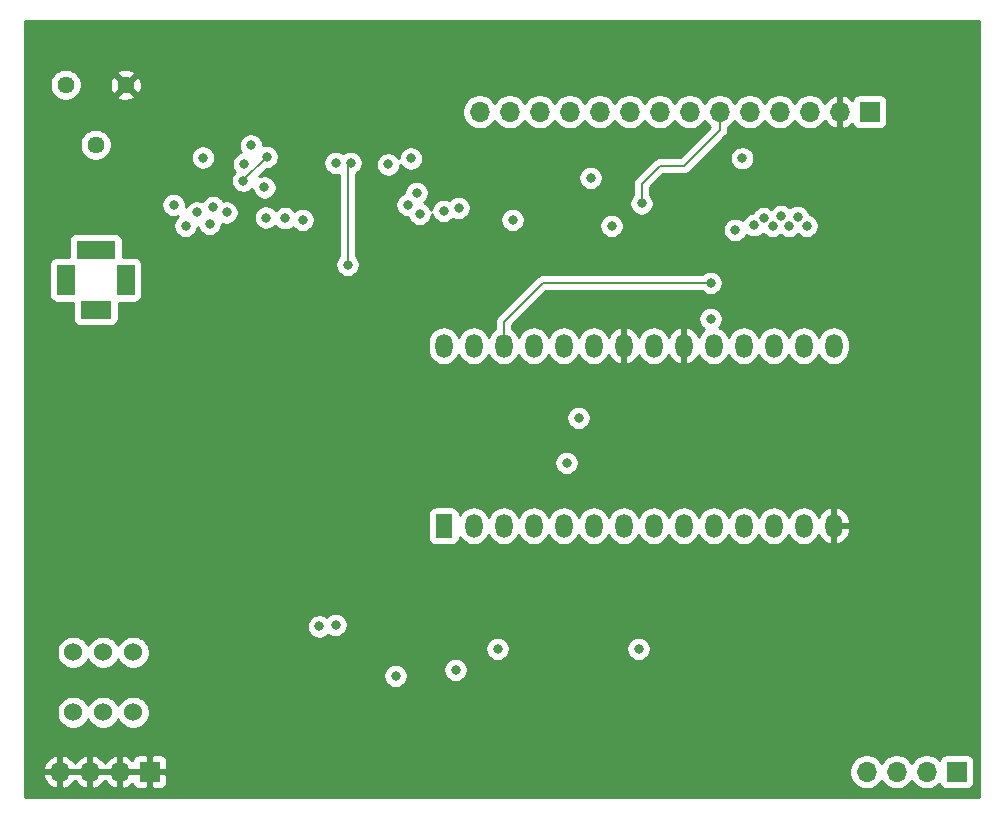
<source format=gbr>
%TF.GenerationSoftware,KiCad,Pcbnew,(5.1.10-1-10_14)*%
%TF.CreationDate,2021-11-12T08:41:43-05:00*%
%TF.ProjectId,audio,61756469-6f2e-46b6-9963-61645f706362,rev?*%
%TF.SameCoordinates,Original*%
%TF.FileFunction,Copper,L2,Inr*%
%TF.FilePolarity,Positive*%
%FSLAX46Y46*%
G04 Gerber Fmt 4.6, Leading zero omitted, Abs format (unit mm)*
G04 Created by KiCad (PCBNEW (5.1.10-1-10_14)) date 2021-11-12 08:41:43*
%MOMM*%
%LPD*%
G01*
G04 APERTURE LIST*
%TA.AperFunction,ComponentPad*%
%ADD10O,1.440000X2.000000*%
%TD*%
%TA.AperFunction,ComponentPad*%
%ADD11R,1.440000X2.000000*%
%TD*%
%TA.AperFunction,ComponentPad*%
%ADD12O,1.700000X1.700000*%
%TD*%
%TA.AperFunction,ComponentPad*%
%ADD13R,1.700000X1.700000*%
%TD*%
%TA.AperFunction,ComponentPad*%
%ADD14C,1.524000*%
%TD*%
%TA.AperFunction,ComponentPad*%
%ADD15C,1.440000*%
%TD*%
%TA.AperFunction,ComponentPad*%
%ADD16R,2.600000X1.500000*%
%TD*%
%TA.AperFunction,ComponentPad*%
%ADD17R,3.300000X1.600000*%
%TD*%
%TA.AperFunction,ComponentPad*%
%ADD18R,1.500000X2.600000*%
%TD*%
%TA.AperFunction,ViaPad*%
%ADD19C,0.800000*%
%TD*%
%TA.AperFunction,Conductor*%
%ADD20C,0.200000*%
%TD*%
%TA.AperFunction,Conductor*%
%ADD21C,0.254000*%
%TD*%
%TA.AperFunction,Conductor*%
%ADD22C,0.100000*%
%TD*%
G04 APERTURE END LIST*
D10*
%TO.N,/D3*%
%TO.C,U8*%
X205994000Y-59182000D03*
%TO.N,GND*%
X205994000Y-74422000D03*
%TO.N,/D4*%
X203454000Y-59182000D03*
%TO.N,/D2*%
X203454000Y-74422000D03*
%TO.N,/D5*%
X200914000Y-59182000D03*
%TO.N,/D1*%
X200914000Y-74422000D03*
%TO.N,/D6*%
X198374000Y-59182000D03*
%TO.N,/DO*%
X198374000Y-74422000D03*
%TO.N,/D7*%
X195834000Y-59182000D03*
%TO.N,A0*%
X195834000Y-74422000D03*
%TO.N,GND*%
X193294000Y-59182000D03*
%TO.N,A1*%
X193294000Y-74422000D03*
%TO.N,A10*%
X190754000Y-59182000D03*
%TO.N,A2*%
X190754000Y-74422000D03*
%TO.N,GND*%
X188214000Y-59182000D03*
%TO.N,A3*%
X188214000Y-74422000D03*
%TO.N,A11*%
X185674000Y-59182000D03*
%TO.N,A4*%
X185674000Y-74422000D03*
%TO.N,A9*%
X183134000Y-59182000D03*
%TO.N,A5*%
X183134000Y-74422000D03*
%TO.N,A8*%
X180594000Y-59182000D03*
%TO.N,A6*%
X180594000Y-74422000D03*
%TO.N,A13*%
X178054000Y-59182000D03*
%TO.N,A7*%
X178054000Y-74422000D03*
%TO.N,VCC*%
X175514000Y-59182000D03*
%TO.N,A12*%
X175514000Y-74422000D03*
%TO.N,VCC*%
X172974000Y-59182000D03*
D11*
%TO.N,A14*%
X172974000Y-74422000D03*
%TD*%
D12*
%TO.N,GND*%
%TO.C,J4*%
X140462000Y-95250000D03*
X143002000Y-95250000D03*
X145542000Y-95250000D03*
D13*
X148082000Y-95250000D03*
%TD*%
D12*
%TO.N,VCC*%
%TO.C,J3*%
X208788000Y-95250000D03*
X211328000Y-95250000D03*
X213868000Y-95250000D03*
D13*
X216408000Y-95250000D03*
%TD*%
D12*
%TO.N,DATABUS0*%
%TO.C,J1*%
X176022000Y-39370000D03*
%TO.N,DATABUS1*%
X178562000Y-39370000D03*
%TO.N,DATABUS2*%
X181102000Y-39370000D03*
%TO.N,DATABUS3*%
X183642000Y-39370000D03*
%TO.N,DATABUS4*%
X186182000Y-39370000D03*
%TO.N,DATABUS5*%
X188722000Y-39370000D03*
%TO.N,DATABUS6*%
X191262000Y-39370000D03*
%TO.N,DATABUS7*%
X193802000Y-39370000D03*
%TO.N,LOAD_DIVISION*%
X196342000Y-39370000D03*
%TO.N,LOAD_META*%
X198882000Y-39370000D03*
%TO.N,SPEAKER_OUT*%
X201422000Y-39370000D03*
%TO.N,CRYSTAL_OSCILLATOR_IN*%
X203962000Y-39370000D03*
%TO.N,GND*%
X206502000Y-39370000D03*
D13*
%TO.N,VCC*%
X209042000Y-39370000D03*
%TD*%
D14*
%TO.N,SPEAKER_OUT*%
%TO.C,SW1*%
X141604000Y-85118000D03*
%TO.N,Net-(R17-Pad2)*%
X144144000Y-85118000D03*
%TO.N,Net-(R14-Pad1)*%
X146684000Y-85118000D03*
%TO.N,*%
X141604000Y-90198000D03*
X144144000Y-90198000D03*
X146684000Y-90198000D03*
%TD*%
D15*
%TO.N,Net-(RV1-Pad1)*%
%TO.C,RV1*%
X140970000Y-37084000D03*
%TO.N,Net-(LS1-PadR1)*%
X143510000Y-42164000D03*
%TO.N,GND*%
X146050000Y-37084000D03*
%TD*%
D16*
%TO.N,SPEAKER_OUT*%
%TO.C,LS1*%
X143510000Y-56134000D03*
D17*
%TO.N,Net-(LS1-PadR1)*%
X143510000Y-51054000D03*
D18*
%TO.N,SPEAKER_OUT*%
X146050000Y-53594000D03*
%TO.N,Net-(LS1-PadR1)*%
X140970000Y-53594000D03*
%TD*%
D19*
%TO.N,GND*%
X195072000Y-91440000D03*
X204093000Y-52201000D03*
X198243000Y-52201000D03*
X191516000Y-52324000D03*
X186813000Y-52193000D03*
X146304000Y-82042000D03*
X205232000Y-77216000D03*
X189419000Y-89851000D03*
X163068000Y-87122000D03*
X170942000Y-88138000D03*
X179197000Y-87503000D03*
X184277000Y-88265000D03*
X180340000Y-47498000D03*
X166624000Y-43942000D03*
X170942000Y-49784000D03*
X168275000Y-52451000D03*
X158053000Y-50481000D03*
X156464000Y-50546000D03*
%TO.N,VCC*%
X198243000Y-43303000D03*
X189484000Y-84836000D03*
X177546000Y-84836000D03*
X162433000Y-82931000D03*
X168910000Y-87122000D03*
X150114000Y-47244000D03*
X185420000Y-44958000D03*
X172974000Y-47752000D03*
X157795990Y-45775630D03*
%TO.N,SPEAKER_OUT*%
X156646802Y-42215166D03*
%TO.N,/QDIVISION7*%
X187198000Y-49022000D03*
X178815990Y-48514000D03*
%TO.N,LOAD_DIVISION*%
X189737613Y-47118220D03*
%TO.N,FREQ0*%
X153162000Y-48852775D03*
X154592172Y-47882012D03*
%TO.N,FREQ1*%
X152057320Y-47885700D03*
X153450173Y-47449836D03*
%TO.N,FREQ2*%
X151130000Y-49022000D03*
X157988000Y-43180000D03*
X155999659Y-45202135D03*
X163830000Y-43688000D03*
%TO.N,FREQ3*%
X164846000Y-52324000D03*
X165100000Y-43688000D03*
%TO.N,~ENABLE_COUNTER_LOAD*%
X168275000Y-43815000D03*
%TO.N,FREQUENCY_CLOCK_PULSE*%
X183388000Y-69088000D03*
X174244000Y-47498000D03*
X173990000Y-86614000D03*
X163830000Y-82804000D03*
%TO.N,FREQ5*%
X169926000Y-47244000D03*
X159522282Y-48369267D03*
%TO.N,FREQ4*%
X170688000Y-46228000D03*
X157928371Y-48330973D03*
%TO.N,FREQ7*%
X170204490Y-43320145D03*
X152588268Y-43241990D03*
%TO.N,A13*%
X195580000Y-53848000D03*
%TO.N,A14*%
X195580000Y-56896000D03*
X184404000Y-65278000D03*
%TO.N,DATABUS0*%
X197651790Y-49360021D03*
%TO.N,DATABUS1*%
X199258643Y-48973272D03*
%TO.N,DATABUS2*%
X200065162Y-48382043D03*
%TO.N,DATABUS3*%
X200826591Y-49030310D03*
%TO.N,DATABUS4*%
X201545989Y-48201189D03*
%TO.N,DATABUS5*%
X202226602Y-49022000D03*
%TO.N,DATABUS6*%
X202946000Y-48260000D03*
%TO.N,DATABUS7*%
X203708000Y-49022000D03*
%TO.N,CRYSTAL_OSCILLATOR_IN*%
X161036000Y-48514000D03*
X170942000Y-48006000D03*
X156085974Y-43802123D03*
%TD*%
D20*
%TO.N,LOAD_DIVISION*%
X196342000Y-39370000D02*
X196342000Y-40894000D01*
X196342000Y-40894000D02*
X193294000Y-43942000D01*
X193294000Y-43942000D02*
X191262000Y-43942000D01*
X189737613Y-45466387D02*
X189737613Y-47118220D01*
X191262000Y-43942000D02*
X189737613Y-45466387D01*
%TO.N,FREQ2*%
X155999659Y-45168341D02*
X155999659Y-45202135D01*
X157988000Y-43180000D02*
X155999659Y-45168341D01*
%TO.N,FREQ3*%
X164846000Y-52324000D02*
X164846000Y-43942000D01*
X164846000Y-43942000D02*
X165100000Y-43688000D01*
%TO.N,A13*%
X178054000Y-59182000D02*
X178054000Y-57150000D01*
X178054000Y-57150000D02*
X181356000Y-53848000D01*
X181356000Y-53848000D02*
X195580000Y-53848000D01*
%TD*%
D21*
%TO.N,GND*%
X218288000Y-97384000D02*
X137566000Y-97384000D01*
X137566000Y-95606891D01*
X139020519Y-95606891D01*
X139117843Y-95881252D01*
X139266822Y-96131355D01*
X139461731Y-96347588D01*
X139695080Y-96521641D01*
X139957901Y-96646825D01*
X140105110Y-96691476D01*
X140335000Y-96570155D01*
X140335000Y-95377000D01*
X140589000Y-95377000D01*
X140589000Y-96570155D01*
X140818890Y-96691476D01*
X140966099Y-96646825D01*
X141228920Y-96521641D01*
X141462269Y-96347588D01*
X141657178Y-96131355D01*
X141732000Y-96005745D01*
X141806822Y-96131355D01*
X142001731Y-96347588D01*
X142235080Y-96521641D01*
X142497901Y-96646825D01*
X142645110Y-96691476D01*
X142875000Y-96570155D01*
X142875000Y-95377000D01*
X143129000Y-95377000D01*
X143129000Y-96570155D01*
X143358890Y-96691476D01*
X143506099Y-96646825D01*
X143768920Y-96521641D01*
X144002269Y-96347588D01*
X144197178Y-96131355D01*
X144272000Y-96005745D01*
X144346822Y-96131355D01*
X144541731Y-96347588D01*
X144775080Y-96521641D01*
X145037901Y-96646825D01*
X145185110Y-96691476D01*
X145415000Y-96570155D01*
X145415000Y-95377000D01*
X145669000Y-95377000D01*
X145669000Y-96570155D01*
X145898890Y-96691476D01*
X146046099Y-96646825D01*
X146308920Y-96521641D01*
X146542269Y-96347588D01*
X146618034Y-96263534D01*
X146642498Y-96344180D01*
X146701463Y-96454494D01*
X146780815Y-96551185D01*
X146877506Y-96630537D01*
X146987820Y-96689502D01*
X147107518Y-96725812D01*
X147232000Y-96738072D01*
X147796250Y-96735000D01*
X147955000Y-96576250D01*
X147955000Y-95377000D01*
X148209000Y-95377000D01*
X148209000Y-96576250D01*
X148367750Y-96735000D01*
X148932000Y-96738072D01*
X149056482Y-96725812D01*
X149176180Y-96689502D01*
X149286494Y-96630537D01*
X149383185Y-96551185D01*
X149462537Y-96454494D01*
X149521502Y-96344180D01*
X149557812Y-96224482D01*
X149570072Y-96100000D01*
X149567000Y-95535750D01*
X149408250Y-95377000D01*
X148209000Y-95377000D01*
X147955000Y-95377000D01*
X145669000Y-95377000D01*
X145415000Y-95377000D01*
X143129000Y-95377000D01*
X142875000Y-95377000D01*
X140589000Y-95377000D01*
X140335000Y-95377000D01*
X139141186Y-95377000D01*
X139020519Y-95606891D01*
X137566000Y-95606891D01*
X137566000Y-94893109D01*
X139020519Y-94893109D01*
X139141186Y-95123000D01*
X140335000Y-95123000D01*
X140335000Y-93929845D01*
X140589000Y-93929845D01*
X140589000Y-95123000D01*
X142875000Y-95123000D01*
X142875000Y-93929845D01*
X143129000Y-93929845D01*
X143129000Y-95123000D01*
X145415000Y-95123000D01*
X145415000Y-93929845D01*
X145669000Y-93929845D01*
X145669000Y-95123000D01*
X147955000Y-95123000D01*
X147955000Y-93923750D01*
X148209000Y-93923750D01*
X148209000Y-95123000D01*
X149408250Y-95123000D01*
X149427510Y-95103740D01*
X207303000Y-95103740D01*
X207303000Y-95396260D01*
X207360068Y-95683158D01*
X207472010Y-95953411D01*
X207634525Y-96196632D01*
X207841368Y-96403475D01*
X208084589Y-96565990D01*
X208354842Y-96677932D01*
X208641740Y-96735000D01*
X208934260Y-96735000D01*
X209221158Y-96677932D01*
X209491411Y-96565990D01*
X209734632Y-96403475D01*
X209941475Y-96196632D01*
X210058000Y-96022240D01*
X210174525Y-96196632D01*
X210381368Y-96403475D01*
X210624589Y-96565990D01*
X210894842Y-96677932D01*
X211181740Y-96735000D01*
X211474260Y-96735000D01*
X211761158Y-96677932D01*
X212031411Y-96565990D01*
X212274632Y-96403475D01*
X212481475Y-96196632D01*
X212598000Y-96022240D01*
X212714525Y-96196632D01*
X212921368Y-96403475D01*
X213164589Y-96565990D01*
X213434842Y-96677932D01*
X213721740Y-96735000D01*
X214014260Y-96735000D01*
X214301158Y-96677932D01*
X214571411Y-96565990D01*
X214814632Y-96403475D01*
X214946487Y-96271620D01*
X214968498Y-96344180D01*
X215027463Y-96454494D01*
X215106815Y-96551185D01*
X215203506Y-96630537D01*
X215313820Y-96689502D01*
X215433518Y-96725812D01*
X215558000Y-96738072D01*
X217258000Y-96738072D01*
X217382482Y-96725812D01*
X217502180Y-96689502D01*
X217612494Y-96630537D01*
X217709185Y-96551185D01*
X217788537Y-96454494D01*
X217847502Y-96344180D01*
X217883812Y-96224482D01*
X217896072Y-96100000D01*
X217896072Y-94400000D01*
X217883812Y-94275518D01*
X217847502Y-94155820D01*
X217788537Y-94045506D01*
X217709185Y-93948815D01*
X217612494Y-93869463D01*
X217502180Y-93810498D01*
X217382482Y-93774188D01*
X217258000Y-93761928D01*
X215558000Y-93761928D01*
X215433518Y-93774188D01*
X215313820Y-93810498D01*
X215203506Y-93869463D01*
X215106815Y-93948815D01*
X215027463Y-94045506D01*
X214968498Y-94155820D01*
X214946487Y-94228380D01*
X214814632Y-94096525D01*
X214571411Y-93934010D01*
X214301158Y-93822068D01*
X214014260Y-93765000D01*
X213721740Y-93765000D01*
X213434842Y-93822068D01*
X213164589Y-93934010D01*
X212921368Y-94096525D01*
X212714525Y-94303368D01*
X212598000Y-94477760D01*
X212481475Y-94303368D01*
X212274632Y-94096525D01*
X212031411Y-93934010D01*
X211761158Y-93822068D01*
X211474260Y-93765000D01*
X211181740Y-93765000D01*
X210894842Y-93822068D01*
X210624589Y-93934010D01*
X210381368Y-94096525D01*
X210174525Y-94303368D01*
X210058000Y-94477760D01*
X209941475Y-94303368D01*
X209734632Y-94096525D01*
X209491411Y-93934010D01*
X209221158Y-93822068D01*
X208934260Y-93765000D01*
X208641740Y-93765000D01*
X208354842Y-93822068D01*
X208084589Y-93934010D01*
X207841368Y-94096525D01*
X207634525Y-94303368D01*
X207472010Y-94546589D01*
X207360068Y-94816842D01*
X207303000Y-95103740D01*
X149427510Y-95103740D01*
X149567000Y-94964250D01*
X149570072Y-94400000D01*
X149557812Y-94275518D01*
X149521502Y-94155820D01*
X149462537Y-94045506D01*
X149383185Y-93948815D01*
X149286494Y-93869463D01*
X149176180Y-93810498D01*
X149056482Y-93774188D01*
X148932000Y-93761928D01*
X148367750Y-93765000D01*
X148209000Y-93923750D01*
X147955000Y-93923750D01*
X147796250Y-93765000D01*
X147232000Y-93761928D01*
X147107518Y-93774188D01*
X146987820Y-93810498D01*
X146877506Y-93869463D01*
X146780815Y-93948815D01*
X146701463Y-94045506D01*
X146642498Y-94155820D01*
X146618034Y-94236466D01*
X146542269Y-94152412D01*
X146308920Y-93978359D01*
X146046099Y-93853175D01*
X145898890Y-93808524D01*
X145669000Y-93929845D01*
X145415000Y-93929845D01*
X145185110Y-93808524D01*
X145037901Y-93853175D01*
X144775080Y-93978359D01*
X144541731Y-94152412D01*
X144346822Y-94368645D01*
X144272000Y-94494255D01*
X144197178Y-94368645D01*
X144002269Y-94152412D01*
X143768920Y-93978359D01*
X143506099Y-93853175D01*
X143358890Y-93808524D01*
X143129000Y-93929845D01*
X142875000Y-93929845D01*
X142645110Y-93808524D01*
X142497901Y-93853175D01*
X142235080Y-93978359D01*
X142001731Y-94152412D01*
X141806822Y-94368645D01*
X141732000Y-94494255D01*
X141657178Y-94368645D01*
X141462269Y-94152412D01*
X141228920Y-93978359D01*
X140966099Y-93853175D01*
X140818890Y-93808524D01*
X140589000Y-93929845D01*
X140335000Y-93929845D01*
X140105110Y-93808524D01*
X139957901Y-93853175D01*
X139695080Y-93978359D01*
X139461731Y-94152412D01*
X139266822Y-94368645D01*
X139117843Y-94618748D01*
X139020519Y-94893109D01*
X137566000Y-94893109D01*
X137566000Y-90060408D01*
X140207000Y-90060408D01*
X140207000Y-90335592D01*
X140260686Y-90605490D01*
X140365995Y-90859727D01*
X140518880Y-91088535D01*
X140713465Y-91283120D01*
X140942273Y-91436005D01*
X141196510Y-91541314D01*
X141466408Y-91595000D01*
X141741592Y-91595000D01*
X142011490Y-91541314D01*
X142265727Y-91436005D01*
X142494535Y-91283120D01*
X142689120Y-91088535D01*
X142842005Y-90859727D01*
X142874000Y-90782485D01*
X142905995Y-90859727D01*
X143058880Y-91088535D01*
X143253465Y-91283120D01*
X143482273Y-91436005D01*
X143736510Y-91541314D01*
X144006408Y-91595000D01*
X144281592Y-91595000D01*
X144551490Y-91541314D01*
X144805727Y-91436005D01*
X145034535Y-91283120D01*
X145229120Y-91088535D01*
X145382005Y-90859727D01*
X145414000Y-90782485D01*
X145445995Y-90859727D01*
X145598880Y-91088535D01*
X145793465Y-91283120D01*
X146022273Y-91436005D01*
X146276510Y-91541314D01*
X146546408Y-91595000D01*
X146821592Y-91595000D01*
X147091490Y-91541314D01*
X147345727Y-91436005D01*
X147574535Y-91283120D01*
X147769120Y-91088535D01*
X147922005Y-90859727D01*
X148027314Y-90605490D01*
X148081000Y-90335592D01*
X148081000Y-90060408D01*
X148027314Y-89790510D01*
X147922005Y-89536273D01*
X147769120Y-89307465D01*
X147574535Y-89112880D01*
X147345727Y-88959995D01*
X147091490Y-88854686D01*
X146821592Y-88801000D01*
X146546408Y-88801000D01*
X146276510Y-88854686D01*
X146022273Y-88959995D01*
X145793465Y-89112880D01*
X145598880Y-89307465D01*
X145445995Y-89536273D01*
X145414000Y-89613515D01*
X145382005Y-89536273D01*
X145229120Y-89307465D01*
X145034535Y-89112880D01*
X144805727Y-88959995D01*
X144551490Y-88854686D01*
X144281592Y-88801000D01*
X144006408Y-88801000D01*
X143736510Y-88854686D01*
X143482273Y-88959995D01*
X143253465Y-89112880D01*
X143058880Y-89307465D01*
X142905995Y-89536273D01*
X142874000Y-89613515D01*
X142842005Y-89536273D01*
X142689120Y-89307465D01*
X142494535Y-89112880D01*
X142265727Y-88959995D01*
X142011490Y-88854686D01*
X141741592Y-88801000D01*
X141466408Y-88801000D01*
X141196510Y-88854686D01*
X140942273Y-88959995D01*
X140713465Y-89112880D01*
X140518880Y-89307465D01*
X140365995Y-89536273D01*
X140260686Y-89790510D01*
X140207000Y-90060408D01*
X137566000Y-90060408D01*
X137566000Y-87020061D01*
X167875000Y-87020061D01*
X167875000Y-87223939D01*
X167914774Y-87423898D01*
X167992795Y-87612256D01*
X168106063Y-87781774D01*
X168250226Y-87925937D01*
X168419744Y-88039205D01*
X168608102Y-88117226D01*
X168808061Y-88157000D01*
X169011939Y-88157000D01*
X169211898Y-88117226D01*
X169400256Y-88039205D01*
X169569774Y-87925937D01*
X169713937Y-87781774D01*
X169827205Y-87612256D01*
X169905226Y-87423898D01*
X169945000Y-87223939D01*
X169945000Y-87020061D01*
X169905226Y-86820102D01*
X169827205Y-86631744D01*
X169747236Y-86512061D01*
X172955000Y-86512061D01*
X172955000Y-86715939D01*
X172994774Y-86915898D01*
X173072795Y-87104256D01*
X173186063Y-87273774D01*
X173330226Y-87417937D01*
X173499744Y-87531205D01*
X173688102Y-87609226D01*
X173888061Y-87649000D01*
X174091939Y-87649000D01*
X174291898Y-87609226D01*
X174480256Y-87531205D01*
X174649774Y-87417937D01*
X174793937Y-87273774D01*
X174907205Y-87104256D01*
X174985226Y-86915898D01*
X175025000Y-86715939D01*
X175025000Y-86512061D01*
X174985226Y-86312102D01*
X174907205Y-86123744D01*
X174793937Y-85954226D01*
X174649774Y-85810063D01*
X174480256Y-85696795D01*
X174291898Y-85618774D01*
X174091939Y-85579000D01*
X173888061Y-85579000D01*
X173688102Y-85618774D01*
X173499744Y-85696795D01*
X173330226Y-85810063D01*
X173186063Y-85954226D01*
X173072795Y-86123744D01*
X172994774Y-86312102D01*
X172955000Y-86512061D01*
X169747236Y-86512061D01*
X169713937Y-86462226D01*
X169569774Y-86318063D01*
X169400256Y-86204795D01*
X169211898Y-86126774D01*
X169011939Y-86087000D01*
X168808061Y-86087000D01*
X168608102Y-86126774D01*
X168419744Y-86204795D01*
X168250226Y-86318063D01*
X168106063Y-86462226D01*
X167992795Y-86631744D01*
X167914774Y-86820102D01*
X167875000Y-87020061D01*
X137566000Y-87020061D01*
X137566000Y-84980408D01*
X140207000Y-84980408D01*
X140207000Y-85255592D01*
X140260686Y-85525490D01*
X140365995Y-85779727D01*
X140518880Y-86008535D01*
X140713465Y-86203120D01*
X140942273Y-86356005D01*
X141196510Y-86461314D01*
X141466408Y-86515000D01*
X141741592Y-86515000D01*
X142011490Y-86461314D01*
X142265727Y-86356005D01*
X142494535Y-86203120D01*
X142689120Y-86008535D01*
X142842005Y-85779727D01*
X142874000Y-85702485D01*
X142905995Y-85779727D01*
X143058880Y-86008535D01*
X143253465Y-86203120D01*
X143482273Y-86356005D01*
X143736510Y-86461314D01*
X144006408Y-86515000D01*
X144281592Y-86515000D01*
X144551490Y-86461314D01*
X144805727Y-86356005D01*
X145034535Y-86203120D01*
X145229120Y-86008535D01*
X145382005Y-85779727D01*
X145414000Y-85702485D01*
X145445995Y-85779727D01*
X145598880Y-86008535D01*
X145793465Y-86203120D01*
X146022273Y-86356005D01*
X146276510Y-86461314D01*
X146546408Y-86515000D01*
X146821592Y-86515000D01*
X147091490Y-86461314D01*
X147345727Y-86356005D01*
X147574535Y-86203120D01*
X147769120Y-86008535D01*
X147922005Y-85779727D01*
X148027314Y-85525490D01*
X148081000Y-85255592D01*
X148081000Y-84980408D01*
X148031999Y-84734061D01*
X176511000Y-84734061D01*
X176511000Y-84937939D01*
X176550774Y-85137898D01*
X176628795Y-85326256D01*
X176742063Y-85495774D01*
X176886226Y-85639937D01*
X177055744Y-85753205D01*
X177244102Y-85831226D01*
X177444061Y-85871000D01*
X177647939Y-85871000D01*
X177847898Y-85831226D01*
X178036256Y-85753205D01*
X178205774Y-85639937D01*
X178349937Y-85495774D01*
X178463205Y-85326256D01*
X178541226Y-85137898D01*
X178581000Y-84937939D01*
X178581000Y-84734061D01*
X188449000Y-84734061D01*
X188449000Y-84937939D01*
X188488774Y-85137898D01*
X188566795Y-85326256D01*
X188680063Y-85495774D01*
X188824226Y-85639937D01*
X188993744Y-85753205D01*
X189182102Y-85831226D01*
X189382061Y-85871000D01*
X189585939Y-85871000D01*
X189785898Y-85831226D01*
X189974256Y-85753205D01*
X190143774Y-85639937D01*
X190287937Y-85495774D01*
X190401205Y-85326256D01*
X190479226Y-85137898D01*
X190519000Y-84937939D01*
X190519000Y-84734061D01*
X190479226Y-84534102D01*
X190401205Y-84345744D01*
X190287937Y-84176226D01*
X190143774Y-84032063D01*
X189974256Y-83918795D01*
X189785898Y-83840774D01*
X189585939Y-83801000D01*
X189382061Y-83801000D01*
X189182102Y-83840774D01*
X188993744Y-83918795D01*
X188824226Y-84032063D01*
X188680063Y-84176226D01*
X188566795Y-84345744D01*
X188488774Y-84534102D01*
X188449000Y-84734061D01*
X178581000Y-84734061D01*
X178541226Y-84534102D01*
X178463205Y-84345744D01*
X178349937Y-84176226D01*
X178205774Y-84032063D01*
X178036256Y-83918795D01*
X177847898Y-83840774D01*
X177647939Y-83801000D01*
X177444061Y-83801000D01*
X177244102Y-83840774D01*
X177055744Y-83918795D01*
X176886226Y-84032063D01*
X176742063Y-84176226D01*
X176628795Y-84345744D01*
X176550774Y-84534102D01*
X176511000Y-84734061D01*
X148031999Y-84734061D01*
X148027314Y-84710510D01*
X147922005Y-84456273D01*
X147769120Y-84227465D01*
X147574535Y-84032880D01*
X147345727Y-83879995D01*
X147091490Y-83774686D01*
X146821592Y-83721000D01*
X146546408Y-83721000D01*
X146276510Y-83774686D01*
X146022273Y-83879995D01*
X145793465Y-84032880D01*
X145598880Y-84227465D01*
X145445995Y-84456273D01*
X145414000Y-84533515D01*
X145382005Y-84456273D01*
X145229120Y-84227465D01*
X145034535Y-84032880D01*
X144805727Y-83879995D01*
X144551490Y-83774686D01*
X144281592Y-83721000D01*
X144006408Y-83721000D01*
X143736510Y-83774686D01*
X143482273Y-83879995D01*
X143253465Y-84032880D01*
X143058880Y-84227465D01*
X142905995Y-84456273D01*
X142874000Y-84533515D01*
X142842005Y-84456273D01*
X142689120Y-84227465D01*
X142494535Y-84032880D01*
X142265727Y-83879995D01*
X142011490Y-83774686D01*
X141741592Y-83721000D01*
X141466408Y-83721000D01*
X141196510Y-83774686D01*
X140942273Y-83879995D01*
X140713465Y-84032880D01*
X140518880Y-84227465D01*
X140365995Y-84456273D01*
X140260686Y-84710510D01*
X140207000Y-84980408D01*
X137566000Y-84980408D01*
X137566000Y-82829061D01*
X161398000Y-82829061D01*
X161398000Y-83032939D01*
X161437774Y-83232898D01*
X161515795Y-83421256D01*
X161629063Y-83590774D01*
X161773226Y-83734937D01*
X161942744Y-83848205D01*
X162131102Y-83926226D01*
X162331061Y-83966000D01*
X162534939Y-83966000D01*
X162734898Y-83926226D01*
X162923256Y-83848205D01*
X163092774Y-83734937D01*
X163199928Y-83627783D01*
X163339744Y-83721205D01*
X163528102Y-83799226D01*
X163728061Y-83839000D01*
X163931939Y-83839000D01*
X164131898Y-83799226D01*
X164320256Y-83721205D01*
X164489774Y-83607937D01*
X164633937Y-83463774D01*
X164747205Y-83294256D01*
X164825226Y-83105898D01*
X164865000Y-82905939D01*
X164865000Y-82702061D01*
X164825226Y-82502102D01*
X164747205Y-82313744D01*
X164633937Y-82144226D01*
X164489774Y-82000063D01*
X164320256Y-81886795D01*
X164131898Y-81808774D01*
X163931939Y-81769000D01*
X163728061Y-81769000D01*
X163528102Y-81808774D01*
X163339744Y-81886795D01*
X163170226Y-82000063D01*
X163063072Y-82107217D01*
X162923256Y-82013795D01*
X162734898Y-81935774D01*
X162534939Y-81896000D01*
X162331061Y-81896000D01*
X162131102Y-81935774D01*
X161942744Y-82013795D01*
X161773226Y-82127063D01*
X161629063Y-82271226D01*
X161515795Y-82440744D01*
X161437774Y-82629102D01*
X161398000Y-82829061D01*
X137566000Y-82829061D01*
X137566000Y-73422000D01*
X171615928Y-73422000D01*
X171615928Y-75422000D01*
X171628188Y-75546482D01*
X171664498Y-75666180D01*
X171723463Y-75776494D01*
X171802815Y-75873185D01*
X171899506Y-75952537D01*
X172009820Y-76011502D01*
X172129518Y-76047812D01*
X172254000Y-76060072D01*
X173694000Y-76060072D01*
X173818482Y-76047812D01*
X173938180Y-76011502D01*
X174048494Y-75952537D01*
X174145185Y-75873185D01*
X174224537Y-75776494D01*
X174283502Y-75666180D01*
X174319812Y-75546482D01*
X174332072Y-75422000D01*
X174332072Y-75365204D01*
X174381908Y-75458440D01*
X174551236Y-75664765D01*
X174757561Y-75834092D01*
X174992956Y-75959914D01*
X175248375Y-76037394D01*
X175514000Y-76063556D01*
X175779626Y-76037394D01*
X176035045Y-75959914D01*
X176270440Y-75834092D01*
X176476765Y-75664765D01*
X176646092Y-75458440D01*
X176771914Y-75223045D01*
X176784000Y-75183202D01*
X176796086Y-75223045D01*
X176921908Y-75458440D01*
X177091236Y-75664765D01*
X177297561Y-75834092D01*
X177532956Y-75959914D01*
X177788375Y-76037394D01*
X178054000Y-76063556D01*
X178319626Y-76037394D01*
X178575045Y-75959914D01*
X178810440Y-75834092D01*
X179016765Y-75664765D01*
X179186092Y-75458440D01*
X179311914Y-75223045D01*
X179324000Y-75183202D01*
X179336086Y-75223045D01*
X179461908Y-75458440D01*
X179631236Y-75664765D01*
X179837561Y-75834092D01*
X180072956Y-75959914D01*
X180328375Y-76037394D01*
X180594000Y-76063556D01*
X180859626Y-76037394D01*
X181115045Y-75959914D01*
X181350440Y-75834092D01*
X181556765Y-75664765D01*
X181726092Y-75458440D01*
X181851914Y-75223045D01*
X181864000Y-75183202D01*
X181876086Y-75223045D01*
X182001908Y-75458440D01*
X182171236Y-75664765D01*
X182377561Y-75834092D01*
X182612956Y-75959914D01*
X182868375Y-76037394D01*
X183134000Y-76063556D01*
X183399626Y-76037394D01*
X183655045Y-75959914D01*
X183890440Y-75834092D01*
X184096765Y-75664765D01*
X184266092Y-75458440D01*
X184391914Y-75223045D01*
X184404000Y-75183202D01*
X184416086Y-75223045D01*
X184541908Y-75458440D01*
X184711236Y-75664765D01*
X184917561Y-75834092D01*
X185152956Y-75959914D01*
X185408375Y-76037394D01*
X185674000Y-76063556D01*
X185939626Y-76037394D01*
X186195045Y-75959914D01*
X186430440Y-75834092D01*
X186636765Y-75664765D01*
X186806092Y-75458440D01*
X186931914Y-75223045D01*
X186944000Y-75183202D01*
X186956086Y-75223045D01*
X187081908Y-75458440D01*
X187251236Y-75664765D01*
X187457561Y-75834092D01*
X187692956Y-75959914D01*
X187948375Y-76037394D01*
X188214000Y-76063556D01*
X188479626Y-76037394D01*
X188735045Y-75959914D01*
X188970440Y-75834092D01*
X189176765Y-75664765D01*
X189346092Y-75458440D01*
X189471914Y-75223045D01*
X189484000Y-75183202D01*
X189496086Y-75223045D01*
X189621908Y-75458440D01*
X189791236Y-75664765D01*
X189997561Y-75834092D01*
X190232956Y-75959914D01*
X190488375Y-76037394D01*
X190754000Y-76063556D01*
X191019626Y-76037394D01*
X191275045Y-75959914D01*
X191510440Y-75834092D01*
X191716765Y-75664765D01*
X191886092Y-75458440D01*
X192011914Y-75223045D01*
X192024000Y-75183202D01*
X192036086Y-75223045D01*
X192161908Y-75458440D01*
X192331236Y-75664765D01*
X192537561Y-75834092D01*
X192772956Y-75959914D01*
X193028375Y-76037394D01*
X193294000Y-76063556D01*
X193559626Y-76037394D01*
X193815045Y-75959914D01*
X194050440Y-75834092D01*
X194256765Y-75664765D01*
X194426092Y-75458440D01*
X194551914Y-75223045D01*
X194564000Y-75183202D01*
X194576086Y-75223045D01*
X194701908Y-75458440D01*
X194871236Y-75664765D01*
X195077561Y-75834092D01*
X195312956Y-75959914D01*
X195568375Y-76037394D01*
X195834000Y-76063556D01*
X196099626Y-76037394D01*
X196355045Y-75959914D01*
X196590440Y-75834092D01*
X196796765Y-75664765D01*
X196966092Y-75458440D01*
X197091914Y-75223045D01*
X197104000Y-75183202D01*
X197116086Y-75223045D01*
X197241908Y-75458440D01*
X197411236Y-75664765D01*
X197617561Y-75834092D01*
X197852956Y-75959914D01*
X198108375Y-76037394D01*
X198374000Y-76063556D01*
X198639626Y-76037394D01*
X198895045Y-75959914D01*
X199130440Y-75834092D01*
X199336765Y-75664765D01*
X199506092Y-75458440D01*
X199631914Y-75223045D01*
X199644000Y-75183202D01*
X199656086Y-75223045D01*
X199781908Y-75458440D01*
X199951236Y-75664765D01*
X200157561Y-75834092D01*
X200392956Y-75959914D01*
X200648375Y-76037394D01*
X200914000Y-76063556D01*
X201179626Y-76037394D01*
X201435045Y-75959914D01*
X201670440Y-75834092D01*
X201876765Y-75664765D01*
X202046092Y-75458440D01*
X202171914Y-75223045D01*
X202184000Y-75183202D01*
X202196086Y-75223045D01*
X202321908Y-75458440D01*
X202491236Y-75664765D01*
X202697561Y-75834092D01*
X202932956Y-75959914D01*
X203188375Y-76037394D01*
X203454000Y-76063556D01*
X203719626Y-76037394D01*
X203975045Y-75959914D01*
X204210440Y-75834092D01*
X204416765Y-75664765D01*
X204586092Y-75458440D01*
X204711914Y-75223045D01*
X204725505Y-75178241D01*
X204790744Y-75337869D01*
X204937916Y-75560395D01*
X205125673Y-75749933D01*
X205346799Y-75899199D01*
X205592797Y-76002458D01*
X205657528Y-76014559D01*
X205867000Y-75891489D01*
X205867000Y-74549000D01*
X206121000Y-74549000D01*
X206121000Y-75891489D01*
X206330472Y-76014559D01*
X206395203Y-76002458D01*
X206641201Y-75899199D01*
X206862327Y-75749933D01*
X207050084Y-75560395D01*
X207197256Y-75337869D01*
X207298188Y-75090907D01*
X207349000Y-74829000D01*
X207349000Y-74549000D01*
X206121000Y-74549000D01*
X205867000Y-74549000D01*
X205847000Y-74549000D01*
X205847000Y-74295000D01*
X205867000Y-74295000D01*
X205867000Y-72952511D01*
X206121000Y-72952511D01*
X206121000Y-74295000D01*
X207349000Y-74295000D01*
X207349000Y-74015000D01*
X207298188Y-73753093D01*
X207197256Y-73506131D01*
X207050084Y-73283605D01*
X206862327Y-73094067D01*
X206641201Y-72944801D01*
X206395203Y-72841542D01*
X206330472Y-72829441D01*
X206121000Y-72952511D01*
X205867000Y-72952511D01*
X205657528Y-72829441D01*
X205592797Y-72841542D01*
X205346799Y-72944801D01*
X205125673Y-73094067D01*
X204937916Y-73283605D01*
X204790744Y-73506131D01*
X204725505Y-73665759D01*
X204711914Y-73620955D01*
X204586092Y-73385560D01*
X204416764Y-73179235D01*
X204210439Y-73009908D01*
X203975044Y-72884086D01*
X203719625Y-72806606D01*
X203454000Y-72780444D01*
X203188374Y-72806606D01*
X202932955Y-72884086D01*
X202697560Y-73009908D01*
X202491235Y-73179236D01*
X202321908Y-73385561D01*
X202196086Y-73620956D01*
X202184000Y-73660798D01*
X202171914Y-73620955D01*
X202046092Y-73385560D01*
X201876764Y-73179235D01*
X201670439Y-73009908D01*
X201435044Y-72884086D01*
X201179625Y-72806606D01*
X200914000Y-72780444D01*
X200648374Y-72806606D01*
X200392955Y-72884086D01*
X200157560Y-73009908D01*
X199951235Y-73179236D01*
X199781908Y-73385561D01*
X199656086Y-73620956D01*
X199644000Y-73660798D01*
X199631914Y-73620955D01*
X199506092Y-73385560D01*
X199336764Y-73179235D01*
X199130439Y-73009908D01*
X198895044Y-72884086D01*
X198639625Y-72806606D01*
X198374000Y-72780444D01*
X198108374Y-72806606D01*
X197852955Y-72884086D01*
X197617560Y-73009908D01*
X197411235Y-73179236D01*
X197241908Y-73385561D01*
X197116086Y-73620956D01*
X197104000Y-73660798D01*
X197091914Y-73620955D01*
X196966092Y-73385560D01*
X196796764Y-73179235D01*
X196590439Y-73009908D01*
X196355044Y-72884086D01*
X196099625Y-72806606D01*
X195834000Y-72780444D01*
X195568374Y-72806606D01*
X195312955Y-72884086D01*
X195077560Y-73009908D01*
X194871235Y-73179236D01*
X194701908Y-73385561D01*
X194576086Y-73620956D01*
X194564000Y-73660798D01*
X194551914Y-73620955D01*
X194426092Y-73385560D01*
X194256764Y-73179235D01*
X194050439Y-73009908D01*
X193815044Y-72884086D01*
X193559625Y-72806606D01*
X193294000Y-72780444D01*
X193028374Y-72806606D01*
X192772955Y-72884086D01*
X192537560Y-73009908D01*
X192331235Y-73179236D01*
X192161908Y-73385561D01*
X192036086Y-73620956D01*
X192024000Y-73660798D01*
X192011914Y-73620955D01*
X191886092Y-73385560D01*
X191716764Y-73179235D01*
X191510439Y-73009908D01*
X191275044Y-72884086D01*
X191019625Y-72806606D01*
X190754000Y-72780444D01*
X190488374Y-72806606D01*
X190232955Y-72884086D01*
X189997560Y-73009908D01*
X189791235Y-73179236D01*
X189621908Y-73385561D01*
X189496086Y-73620956D01*
X189484000Y-73660798D01*
X189471914Y-73620955D01*
X189346092Y-73385560D01*
X189176764Y-73179235D01*
X188970439Y-73009908D01*
X188735044Y-72884086D01*
X188479625Y-72806606D01*
X188214000Y-72780444D01*
X187948374Y-72806606D01*
X187692955Y-72884086D01*
X187457560Y-73009908D01*
X187251235Y-73179236D01*
X187081908Y-73385561D01*
X186956086Y-73620956D01*
X186944000Y-73660798D01*
X186931914Y-73620955D01*
X186806092Y-73385560D01*
X186636764Y-73179235D01*
X186430439Y-73009908D01*
X186195044Y-72884086D01*
X185939625Y-72806606D01*
X185674000Y-72780444D01*
X185408374Y-72806606D01*
X185152955Y-72884086D01*
X184917560Y-73009908D01*
X184711235Y-73179236D01*
X184541908Y-73385561D01*
X184416086Y-73620956D01*
X184404000Y-73660798D01*
X184391914Y-73620955D01*
X184266092Y-73385560D01*
X184096764Y-73179235D01*
X183890439Y-73009908D01*
X183655044Y-72884086D01*
X183399625Y-72806606D01*
X183134000Y-72780444D01*
X182868374Y-72806606D01*
X182612955Y-72884086D01*
X182377560Y-73009908D01*
X182171235Y-73179236D01*
X182001908Y-73385561D01*
X181876086Y-73620956D01*
X181864000Y-73660798D01*
X181851914Y-73620955D01*
X181726092Y-73385560D01*
X181556764Y-73179235D01*
X181350439Y-73009908D01*
X181115044Y-72884086D01*
X180859625Y-72806606D01*
X180594000Y-72780444D01*
X180328374Y-72806606D01*
X180072955Y-72884086D01*
X179837560Y-73009908D01*
X179631235Y-73179236D01*
X179461908Y-73385561D01*
X179336086Y-73620956D01*
X179324000Y-73660798D01*
X179311914Y-73620955D01*
X179186092Y-73385560D01*
X179016764Y-73179235D01*
X178810439Y-73009908D01*
X178575044Y-72884086D01*
X178319625Y-72806606D01*
X178054000Y-72780444D01*
X177788374Y-72806606D01*
X177532955Y-72884086D01*
X177297560Y-73009908D01*
X177091235Y-73179236D01*
X176921908Y-73385561D01*
X176796086Y-73620956D01*
X176784000Y-73660798D01*
X176771914Y-73620955D01*
X176646092Y-73385560D01*
X176476764Y-73179235D01*
X176270439Y-73009908D01*
X176035044Y-72884086D01*
X175779625Y-72806606D01*
X175514000Y-72780444D01*
X175248374Y-72806606D01*
X174992955Y-72884086D01*
X174757560Y-73009908D01*
X174551235Y-73179236D01*
X174381908Y-73385561D01*
X174332072Y-73478797D01*
X174332072Y-73422000D01*
X174319812Y-73297518D01*
X174283502Y-73177820D01*
X174224537Y-73067506D01*
X174145185Y-72970815D01*
X174048494Y-72891463D01*
X173938180Y-72832498D01*
X173818482Y-72796188D01*
X173694000Y-72783928D01*
X172254000Y-72783928D01*
X172129518Y-72796188D01*
X172009820Y-72832498D01*
X171899506Y-72891463D01*
X171802815Y-72970815D01*
X171723463Y-73067506D01*
X171664498Y-73177820D01*
X171628188Y-73297518D01*
X171615928Y-73422000D01*
X137566000Y-73422000D01*
X137566000Y-68986061D01*
X182353000Y-68986061D01*
X182353000Y-69189939D01*
X182392774Y-69389898D01*
X182470795Y-69578256D01*
X182584063Y-69747774D01*
X182728226Y-69891937D01*
X182897744Y-70005205D01*
X183086102Y-70083226D01*
X183286061Y-70123000D01*
X183489939Y-70123000D01*
X183689898Y-70083226D01*
X183878256Y-70005205D01*
X184047774Y-69891937D01*
X184191937Y-69747774D01*
X184305205Y-69578256D01*
X184383226Y-69389898D01*
X184423000Y-69189939D01*
X184423000Y-68986061D01*
X184383226Y-68786102D01*
X184305205Y-68597744D01*
X184191937Y-68428226D01*
X184047774Y-68284063D01*
X183878256Y-68170795D01*
X183689898Y-68092774D01*
X183489939Y-68053000D01*
X183286061Y-68053000D01*
X183086102Y-68092774D01*
X182897744Y-68170795D01*
X182728226Y-68284063D01*
X182584063Y-68428226D01*
X182470795Y-68597744D01*
X182392774Y-68786102D01*
X182353000Y-68986061D01*
X137566000Y-68986061D01*
X137566000Y-65176061D01*
X183369000Y-65176061D01*
X183369000Y-65379939D01*
X183408774Y-65579898D01*
X183486795Y-65768256D01*
X183600063Y-65937774D01*
X183744226Y-66081937D01*
X183913744Y-66195205D01*
X184102102Y-66273226D01*
X184302061Y-66313000D01*
X184505939Y-66313000D01*
X184705898Y-66273226D01*
X184894256Y-66195205D01*
X185063774Y-66081937D01*
X185207937Y-65937774D01*
X185321205Y-65768256D01*
X185399226Y-65579898D01*
X185439000Y-65379939D01*
X185439000Y-65176061D01*
X185399226Y-64976102D01*
X185321205Y-64787744D01*
X185207937Y-64618226D01*
X185063774Y-64474063D01*
X184894256Y-64360795D01*
X184705898Y-64282774D01*
X184505939Y-64243000D01*
X184302061Y-64243000D01*
X184102102Y-64282774D01*
X183913744Y-64360795D01*
X183744226Y-64474063D01*
X183600063Y-64618226D01*
X183486795Y-64787744D01*
X183408774Y-64976102D01*
X183369000Y-65176061D01*
X137566000Y-65176061D01*
X137566000Y-58835437D01*
X171619000Y-58835437D01*
X171619000Y-59528564D01*
X171638606Y-59727626D01*
X171716086Y-59983045D01*
X171841908Y-60218440D01*
X172011236Y-60424765D01*
X172217561Y-60594092D01*
X172452956Y-60719914D01*
X172708375Y-60797394D01*
X172974000Y-60823556D01*
X173239626Y-60797394D01*
X173495045Y-60719914D01*
X173730440Y-60594092D01*
X173936765Y-60424765D01*
X174106092Y-60218440D01*
X174231914Y-59983045D01*
X174244000Y-59943202D01*
X174256086Y-59983045D01*
X174381908Y-60218440D01*
X174551236Y-60424765D01*
X174757561Y-60594092D01*
X174992956Y-60719914D01*
X175248375Y-60797394D01*
X175514000Y-60823556D01*
X175779626Y-60797394D01*
X176035045Y-60719914D01*
X176270440Y-60594092D01*
X176476765Y-60424765D01*
X176646092Y-60218440D01*
X176771914Y-59983045D01*
X176784000Y-59943202D01*
X176796086Y-59983045D01*
X176921908Y-60218440D01*
X177091236Y-60424765D01*
X177297561Y-60594092D01*
X177532956Y-60719914D01*
X177788375Y-60797394D01*
X178054000Y-60823556D01*
X178319626Y-60797394D01*
X178575045Y-60719914D01*
X178810440Y-60594092D01*
X179016765Y-60424765D01*
X179186092Y-60218440D01*
X179311914Y-59983045D01*
X179324000Y-59943202D01*
X179336086Y-59983045D01*
X179461908Y-60218440D01*
X179631236Y-60424765D01*
X179837561Y-60594092D01*
X180072956Y-60719914D01*
X180328375Y-60797394D01*
X180594000Y-60823556D01*
X180859626Y-60797394D01*
X181115045Y-60719914D01*
X181350440Y-60594092D01*
X181556765Y-60424765D01*
X181726092Y-60218440D01*
X181851914Y-59983045D01*
X181864000Y-59943202D01*
X181876086Y-59983045D01*
X182001908Y-60218440D01*
X182171236Y-60424765D01*
X182377561Y-60594092D01*
X182612956Y-60719914D01*
X182868375Y-60797394D01*
X183134000Y-60823556D01*
X183399626Y-60797394D01*
X183655045Y-60719914D01*
X183890440Y-60594092D01*
X184096765Y-60424765D01*
X184266092Y-60218440D01*
X184391914Y-59983045D01*
X184404000Y-59943202D01*
X184416086Y-59983045D01*
X184541908Y-60218440D01*
X184711236Y-60424765D01*
X184917561Y-60594092D01*
X185152956Y-60719914D01*
X185408375Y-60797394D01*
X185674000Y-60823556D01*
X185939626Y-60797394D01*
X186195045Y-60719914D01*
X186430440Y-60594092D01*
X186636765Y-60424765D01*
X186806092Y-60218440D01*
X186931914Y-59983045D01*
X186945505Y-59938241D01*
X187010744Y-60097869D01*
X187157916Y-60320395D01*
X187345673Y-60509933D01*
X187566799Y-60659199D01*
X187812797Y-60762458D01*
X187877528Y-60774559D01*
X188087000Y-60651489D01*
X188087000Y-59309000D01*
X188067000Y-59309000D01*
X188067000Y-59055000D01*
X188087000Y-59055000D01*
X188087000Y-57712511D01*
X188341000Y-57712511D01*
X188341000Y-59055000D01*
X188361000Y-59055000D01*
X188361000Y-59309000D01*
X188341000Y-59309000D01*
X188341000Y-60651489D01*
X188550472Y-60774559D01*
X188615203Y-60762458D01*
X188861201Y-60659199D01*
X189082327Y-60509933D01*
X189270084Y-60320395D01*
X189417256Y-60097869D01*
X189482495Y-59938241D01*
X189496086Y-59983045D01*
X189621908Y-60218440D01*
X189791236Y-60424765D01*
X189997561Y-60594092D01*
X190232956Y-60719914D01*
X190488375Y-60797394D01*
X190754000Y-60823556D01*
X191019626Y-60797394D01*
X191275045Y-60719914D01*
X191510440Y-60594092D01*
X191716765Y-60424765D01*
X191886092Y-60218440D01*
X192011914Y-59983045D01*
X192025505Y-59938241D01*
X192090744Y-60097869D01*
X192237916Y-60320395D01*
X192425673Y-60509933D01*
X192646799Y-60659199D01*
X192892797Y-60762458D01*
X192957528Y-60774559D01*
X193167000Y-60651489D01*
X193167000Y-59309000D01*
X193147000Y-59309000D01*
X193147000Y-59055000D01*
X193167000Y-59055000D01*
X193167000Y-57712511D01*
X193421000Y-57712511D01*
X193421000Y-59055000D01*
X193441000Y-59055000D01*
X193441000Y-59309000D01*
X193421000Y-59309000D01*
X193421000Y-60651489D01*
X193630472Y-60774559D01*
X193695203Y-60762458D01*
X193941201Y-60659199D01*
X194162327Y-60509933D01*
X194350084Y-60320395D01*
X194497256Y-60097869D01*
X194562495Y-59938241D01*
X194576086Y-59983045D01*
X194701908Y-60218440D01*
X194871236Y-60424765D01*
X195077561Y-60594092D01*
X195312956Y-60719914D01*
X195568375Y-60797394D01*
X195834000Y-60823556D01*
X196099626Y-60797394D01*
X196355045Y-60719914D01*
X196590440Y-60594092D01*
X196796765Y-60424765D01*
X196966092Y-60218440D01*
X197091914Y-59983045D01*
X197104000Y-59943202D01*
X197116086Y-59983045D01*
X197241908Y-60218440D01*
X197411236Y-60424765D01*
X197617561Y-60594092D01*
X197852956Y-60719914D01*
X198108375Y-60797394D01*
X198374000Y-60823556D01*
X198639626Y-60797394D01*
X198895045Y-60719914D01*
X199130440Y-60594092D01*
X199336765Y-60424765D01*
X199506092Y-60218440D01*
X199631914Y-59983045D01*
X199644000Y-59943202D01*
X199656086Y-59983045D01*
X199781908Y-60218440D01*
X199951236Y-60424765D01*
X200157561Y-60594092D01*
X200392956Y-60719914D01*
X200648375Y-60797394D01*
X200914000Y-60823556D01*
X201179626Y-60797394D01*
X201435045Y-60719914D01*
X201670440Y-60594092D01*
X201876765Y-60424765D01*
X202046092Y-60218440D01*
X202171914Y-59983045D01*
X202184000Y-59943202D01*
X202196086Y-59983045D01*
X202321908Y-60218440D01*
X202491236Y-60424765D01*
X202697561Y-60594092D01*
X202932956Y-60719914D01*
X203188375Y-60797394D01*
X203454000Y-60823556D01*
X203719626Y-60797394D01*
X203975045Y-60719914D01*
X204210440Y-60594092D01*
X204416765Y-60424765D01*
X204586092Y-60218440D01*
X204711914Y-59983045D01*
X204724000Y-59943202D01*
X204736086Y-59983045D01*
X204861908Y-60218440D01*
X205031236Y-60424765D01*
X205237561Y-60594092D01*
X205472956Y-60719914D01*
X205728375Y-60797394D01*
X205994000Y-60823556D01*
X206259626Y-60797394D01*
X206515045Y-60719914D01*
X206750440Y-60594092D01*
X206956765Y-60424765D01*
X207126092Y-60218440D01*
X207251914Y-59983045D01*
X207329394Y-59727625D01*
X207349000Y-59528563D01*
X207349000Y-58835436D01*
X207329394Y-58636374D01*
X207251914Y-58380955D01*
X207126092Y-58145560D01*
X206956764Y-57939235D01*
X206750439Y-57769908D01*
X206515044Y-57644086D01*
X206259625Y-57566606D01*
X205994000Y-57540444D01*
X205728374Y-57566606D01*
X205472955Y-57644086D01*
X205237560Y-57769908D01*
X205031235Y-57939236D01*
X204861908Y-58145561D01*
X204736086Y-58380956D01*
X204724000Y-58420798D01*
X204711914Y-58380955D01*
X204586092Y-58145560D01*
X204416764Y-57939235D01*
X204210439Y-57769908D01*
X203975044Y-57644086D01*
X203719625Y-57566606D01*
X203454000Y-57540444D01*
X203188374Y-57566606D01*
X202932955Y-57644086D01*
X202697560Y-57769908D01*
X202491235Y-57939236D01*
X202321908Y-58145561D01*
X202196086Y-58380956D01*
X202184000Y-58420798D01*
X202171914Y-58380955D01*
X202046092Y-58145560D01*
X201876764Y-57939235D01*
X201670439Y-57769908D01*
X201435044Y-57644086D01*
X201179625Y-57566606D01*
X200914000Y-57540444D01*
X200648374Y-57566606D01*
X200392955Y-57644086D01*
X200157560Y-57769908D01*
X199951235Y-57939236D01*
X199781908Y-58145561D01*
X199656086Y-58380956D01*
X199644000Y-58420798D01*
X199631914Y-58380955D01*
X199506092Y-58145560D01*
X199336764Y-57939235D01*
X199130439Y-57769908D01*
X198895044Y-57644086D01*
X198639625Y-57566606D01*
X198374000Y-57540444D01*
X198108374Y-57566606D01*
X197852955Y-57644086D01*
X197617560Y-57769908D01*
X197411235Y-57939236D01*
X197241908Y-58145561D01*
X197116086Y-58380956D01*
X197104000Y-58420798D01*
X197091914Y-58380955D01*
X196966092Y-58145560D01*
X196796764Y-57939235D01*
X196590439Y-57769908D01*
X196355044Y-57644086D01*
X196309454Y-57630257D01*
X196383937Y-57555774D01*
X196497205Y-57386256D01*
X196575226Y-57197898D01*
X196615000Y-56997939D01*
X196615000Y-56794061D01*
X196575226Y-56594102D01*
X196497205Y-56405744D01*
X196383937Y-56236226D01*
X196239774Y-56092063D01*
X196070256Y-55978795D01*
X195881898Y-55900774D01*
X195681939Y-55861000D01*
X195478061Y-55861000D01*
X195278102Y-55900774D01*
X195089744Y-55978795D01*
X194920226Y-56092063D01*
X194776063Y-56236226D01*
X194662795Y-56405744D01*
X194584774Y-56594102D01*
X194545000Y-56794061D01*
X194545000Y-56997939D01*
X194584774Y-57197898D01*
X194662795Y-57386256D01*
X194776063Y-57555774D01*
X194920226Y-57699937D01*
X195053947Y-57789287D01*
X194871235Y-57939236D01*
X194701908Y-58145561D01*
X194576086Y-58380956D01*
X194562495Y-58425759D01*
X194497256Y-58266131D01*
X194350084Y-58043605D01*
X194162327Y-57854067D01*
X193941201Y-57704801D01*
X193695203Y-57601542D01*
X193630472Y-57589441D01*
X193421000Y-57712511D01*
X193167000Y-57712511D01*
X192957528Y-57589441D01*
X192892797Y-57601542D01*
X192646799Y-57704801D01*
X192425673Y-57854067D01*
X192237916Y-58043605D01*
X192090744Y-58266131D01*
X192025505Y-58425759D01*
X192011914Y-58380955D01*
X191886092Y-58145560D01*
X191716764Y-57939235D01*
X191510439Y-57769908D01*
X191275044Y-57644086D01*
X191019625Y-57566606D01*
X190754000Y-57540444D01*
X190488374Y-57566606D01*
X190232955Y-57644086D01*
X189997560Y-57769908D01*
X189791235Y-57939236D01*
X189621908Y-58145561D01*
X189496086Y-58380956D01*
X189482495Y-58425759D01*
X189417256Y-58266131D01*
X189270084Y-58043605D01*
X189082327Y-57854067D01*
X188861201Y-57704801D01*
X188615203Y-57601542D01*
X188550472Y-57589441D01*
X188341000Y-57712511D01*
X188087000Y-57712511D01*
X187877528Y-57589441D01*
X187812797Y-57601542D01*
X187566799Y-57704801D01*
X187345673Y-57854067D01*
X187157916Y-58043605D01*
X187010744Y-58266131D01*
X186945505Y-58425759D01*
X186931914Y-58380955D01*
X186806092Y-58145560D01*
X186636764Y-57939235D01*
X186430439Y-57769908D01*
X186195044Y-57644086D01*
X185939625Y-57566606D01*
X185674000Y-57540444D01*
X185408374Y-57566606D01*
X185152955Y-57644086D01*
X184917560Y-57769908D01*
X184711235Y-57939236D01*
X184541908Y-58145561D01*
X184416086Y-58380956D01*
X184404000Y-58420798D01*
X184391914Y-58380955D01*
X184266092Y-58145560D01*
X184096764Y-57939235D01*
X183890439Y-57769908D01*
X183655044Y-57644086D01*
X183399625Y-57566606D01*
X183134000Y-57540444D01*
X182868374Y-57566606D01*
X182612955Y-57644086D01*
X182377560Y-57769908D01*
X182171235Y-57939236D01*
X182001908Y-58145561D01*
X181876086Y-58380956D01*
X181864000Y-58420798D01*
X181851914Y-58380955D01*
X181726092Y-58145560D01*
X181556764Y-57939235D01*
X181350439Y-57769908D01*
X181115044Y-57644086D01*
X180859625Y-57566606D01*
X180594000Y-57540444D01*
X180328374Y-57566606D01*
X180072955Y-57644086D01*
X179837560Y-57769908D01*
X179631235Y-57939236D01*
X179461908Y-58145561D01*
X179336086Y-58380956D01*
X179324000Y-58420798D01*
X179311914Y-58380955D01*
X179186092Y-58145560D01*
X179016764Y-57939235D01*
X178810439Y-57769908D01*
X178789000Y-57758449D01*
X178789000Y-57454446D01*
X181660447Y-54583000D01*
X194851289Y-54583000D01*
X194920226Y-54651937D01*
X195089744Y-54765205D01*
X195278102Y-54843226D01*
X195478061Y-54883000D01*
X195681939Y-54883000D01*
X195881898Y-54843226D01*
X196070256Y-54765205D01*
X196239774Y-54651937D01*
X196383937Y-54507774D01*
X196497205Y-54338256D01*
X196575226Y-54149898D01*
X196615000Y-53949939D01*
X196615000Y-53746061D01*
X196575226Y-53546102D01*
X196497205Y-53357744D01*
X196383937Y-53188226D01*
X196239774Y-53044063D01*
X196070256Y-52930795D01*
X195881898Y-52852774D01*
X195681939Y-52813000D01*
X195478061Y-52813000D01*
X195278102Y-52852774D01*
X195089744Y-52930795D01*
X194920226Y-53044063D01*
X194851289Y-53113000D01*
X181392096Y-53113000D01*
X181355999Y-53109445D01*
X181319902Y-53113000D01*
X181319895Y-53113000D01*
X181226132Y-53122235D01*
X181211914Y-53123635D01*
X181197733Y-53127937D01*
X181073367Y-53165663D01*
X180945680Y-53233913D01*
X180833762Y-53325762D01*
X180810746Y-53353807D01*
X177559808Y-56604746D01*
X177531763Y-56627762D01*
X177439914Y-56739680D01*
X177410847Y-56794061D01*
X177371664Y-56867367D01*
X177329635Y-57005915D01*
X177315444Y-57150000D01*
X177319001Y-57186115D01*
X177319001Y-57758448D01*
X177297560Y-57769908D01*
X177091235Y-57939236D01*
X176921908Y-58145561D01*
X176796086Y-58380956D01*
X176784000Y-58420798D01*
X176771914Y-58380955D01*
X176646092Y-58145560D01*
X176476764Y-57939235D01*
X176270439Y-57769908D01*
X176035044Y-57644086D01*
X175779625Y-57566606D01*
X175514000Y-57540444D01*
X175248374Y-57566606D01*
X174992955Y-57644086D01*
X174757560Y-57769908D01*
X174551235Y-57939236D01*
X174381908Y-58145561D01*
X174256086Y-58380956D01*
X174244000Y-58420798D01*
X174231914Y-58380955D01*
X174106092Y-58145560D01*
X173936764Y-57939235D01*
X173730439Y-57769908D01*
X173495044Y-57644086D01*
X173239625Y-57566606D01*
X172974000Y-57540444D01*
X172708374Y-57566606D01*
X172452955Y-57644086D01*
X172217560Y-57769908D01*
X172011235Y-57939236D01*
X171841908Y-58145561D01*
X171716086Y-58380956D01*
X171638606Y-58636375D01*
X171619000Y-58835437D01*
X137566000Y-58835437D01*
X137566000Y-52294000D01*
X139581928Y-52294000D01*
X139581928Y-54894000D01*
X139594188Y-55018482D01*
X139630498Y-55138180D01*
X139689463Y-55248494D01*
X139768815Y-55345185D01*
X139865506Y-55424537D01*
X139975820Y-55483502D01*
X140095518Y-55519812D01*
X140220000Y-55532072D01*
X141571928Y-55532072D01*
X141571928Y-56884000D01*
X141584188Y-57008482D01*
X141620498Y-57128180D01*
X141679463Y-57238494D01*
X141758815Y-57335185D01*
X141855506Y-57414537D01*
X141965820Y-57473502D01*
X142085518Y-57509812D01*
X142210000Y-57522072D01*
X144810000Y-57522072D01*
X144934482Y-57509812D01*
X145054180Y-57473502D01*
X145164494Y-57414537D01*
X145261185Y-57335185D01*
X145340537Y-57238494D01*
X145399502Y-57128180D01*
X145435812Y-57008482D01*
X145448072Y-56884000D01*
X145448072Y-55532072D01*
X146800000Y-55532072D01*
X146924482Y-55519812D01*
X147044180Y-55483502D01*
X147154494Y-55424537D01*
X147251185Y-55345185D01*
X147330537Y-55248494D01*
X147389502Y-55138180D01*
X147425812Y-55018482D01*
X147438072Y-54894000D01*
X147438072Y-52294000D01*
X147425812Y-52169518D01*
X147389502Y-52049820D01*
X147330537Y-51939506D01*
X147251185Y-51842815D01*
X147154494Y-51763463D01*
X147044180Y-51704498D01*
X146924482Y-51668188D01*
X146800000Y-51655928D01*
X145798072Y-51655928D01*
X145798072Y-50254000D01*
X145785812Y-50129518D01*
X145749502Y-50009820D01*
X145690537Y-49899506D01*
X145611185Y-49802815D01*
X145514494Y-49723463D01*
X145404180Y-49664498D01*
X145284482Y-49628188D01*
X145160000Y-49615928D01*
X141860000Y-49615928D01*
X141735518Y-49628188D01*
X141615820Y-49664498D01*
X141505506Y-49723463D01*
X141408815Y-49802815D01*
X141329463Y-49899506D01*
X141270498Y-50009820D01*
X141234188Y-50129518D01*
X141221928Y-50254000D01*
X141221928Y-51655928D01*
X140220000Y-51655928D01*
X140095518Y-51668188D01*
X139975820Y-51704498D01*
X139865506Y-51763463D01*
X139768815Y-51842815D01*
X139689463Y-51939506D01*
X139630498Y-52049820D01*
X139594188Y-52169518D01*
X139581928Y-52294000D01*
X137566000Y-52294000D01*
X137566000Y-47142061D01*
X149079000Y-47142061D01*
X149079000Y-47345939D01*
X149118774Y-47545898D01*
X149196795Y-47734256D01*
X149310063Y-47903774D01*
X149454226Y-48047937D01*
X149623744Y-48161205D01*
X149812102Y-48239226D01*
X150012061Y-48279000D01*
X150215939Y-48279000D01*
X150415898Y-48239226D01*
X150475505Y-48214536D01*
X150470226Y-48218063D01*
X150326063Y-48362226D01*
X150212795Y-48531744D01*
X150134774Y-48720102D01*
X150095000Y-48920061D01*
X150095000Y-49123939D01*
X150134774Y-49323898D01*
X150212795Y-49512256D01*
X150326063Y-49681774D01*
X150470226Y-49825937D01*
X150639744Y-49939205D01*
X150828102Y-50017226D01*
X151028061Y-50057000D01*
X151231939Y-50057000D01*
X151431898Y-50017226D01*
X151620256Y-49939205D01*
X151789774Y-49825937D01*
X151933937Y-49681774D01*
X152047205Y-49512256D01*
X152125226Y-49323898D01*
X152162830Y-49134847D01*
X152166774Y-49154673D01*
X152244795Y-49343031D01*
X152358063Y-49512549D01*
X152502226Y-49656712D01*
X152671744Y-49769980D01*
X152860102Y-49848001D01*
X153060061Y-49887775D01*
X153263939Y-49887775D01*
X153463898Y-49848001D01*
X153652256Y-49769980D01*
X153821774Y-49656712D01*
X153965937Y-49512549D01*
X154079205Y-49343031D01*
X154157226Y-49154673D01*
X154197000Y-48954714D01*
X154197000Y-48838602D01*
X154290274Y-48877238D01*
X154490233Y-48917012D01*
X154694111Y-48917012D01*
X154894070Y-48877238D01*
X155082428Y-48799217D01*
X155251946Y-48685949D01*
X155396109Y-48541786D01*
X155509377Y-48372268D01*
X155568706Y-48229034D01*
X156893371Y-48229034D01*
X156893371Y-48432912D01*
X156933145Y-48632871D01*
X157011166Y-48821229D01*
X157124434Y-48990747D01*
X157268597Y-49134910D01*
X157438115Y-49248178D01*
X157626473Y-49326199D01*
X157826432Y-49365973D01*
X158030310Y-49365973D01*
X158230269Y-49326199D01*
X158418627Y-49248178D01*
X158588145Y-49134910D01*
X158708599Y-49014456D01*
X158718345Y-49029041D01*
X158862508Y-49173204D01*
X159032026Y-49286472D01*
X159220384Y-49364493D01*
X159420343Y-49404267D01*
X159624221Y-49404267D01*
X159824180Y-49364493D01*
X160012538Y-49286472D01*
X160182056Y-49173204D01*
X160211805Y-49143455D01*
X160232063Y-49173774D01*
X160376226Y-49317937D01*
X160545744Y-49431205D01*
X160734102Y-49509226D01*
X160934061Y-49549000D01*
X161137939Y-49549000D01*
X161337898Y-49509226D01*
X161526256Y-49431205D01*
X161695774Y-49317937D01*
X161839937Y-49173774D01*
X161953205Y-49004256D01*
X162031226Y-48815898D01*
X162071000Y-48615939D01*
X162071000Y-48412061D01*
X162031226Y-48212102D01*
X161953205Y-48023744D01*
X161839937Y-47854226D01*
X161695774Y-47710063D01*
X161526256Y-47596795D01*
X161337898Y-47518774D01*
X161137939Y-47479000D01*
X160934061Y-47479000D01*
X160734102Y-47518774D01*
X160545744Y-47596795D01*
X160376226Y-47710063D01*
X160346477Y-47739812D01*
X160326219Y-47709493D01*
X160182056Y-47565330D01*
X160012538Y-47452062D01*
X159824180Y-47374041D01*
X159624221Y-47334267D01*
X159420343Y-47334267D01*
X159220384Y-47374041D01*
X159032026Y-47452062D01*
X158862508Y-47565330D01*
X158742054Y-47685784D01*
X158732308Y-47671199D01*
X158588145Y-47527036D01*
X158418627Y-47413768D01*
X158230269Y-47335747D01*
X158030310Y-47295973D01*
X157826432Y-47295973D01*
X157626473Y-47335747D01*
X157438115Y-47413768D01*
X157268597Y-47527036D01*
X157124434Y-47671199D01*
X157011166Y-47840717D01*
X156933145Y-48029075D01*
X156893371Y-48229034D01*
X155568706Y-48229034D01*
X155587398Y-48183910D01*
X155627172Y-47983951D01*
X155627172Y-47780073D01*
X155587398Y-47580114D01*
X155509377Y-47391756D01*
X155396109Y-47222238D01*
X155251946Y-47078075D01*
X155082428Y-46964807D01*
X154894070Y-46886786D01*
X154694111Y-46847012D01*
X154490233Y-46847012D01*
X154315399Y-46881788D01*
X154254110Y-46790062D01*
X154109947Y-46645899D01*
X153940429Y-46532631D01*
X153752071Y-46454610D01*
X153552112Y-46414836D01*
X153348234Y-46414836D01*
X153148275Y-46454610D01*
X152959917Y-46532631D01*
X152790399Y-46645899D01*
X152646236Y-46790062D01*
X152532968Y-46959580D01*
X152531955Y-46962025D01*
X152359218Y-46890474D01*
X152159259Y-46850700D01*
X151955381Y-46850700D01*
X151755422Y-46890474D01*
X151567064Y-46968495D01*
X151397546Y-47081763D01*
X151253383Y-47225926D01*
X151140115Y-47395444D01*
X151138264Y-47399912D01*
X151149000Y-47345939D01*
X151149000Y-47142061D01*
X151109226Y-46942102D01*
X151031205Y-46753744D01*
X150917937Y-46584226D01*
X150773774Y-46440063D01*
X150604256Y-46326795D01*
X150415898Y-46248774D01*
X150215939Y-46209000D01*
X150012061Y-46209000D01*
X149812102Y-46248774D01*
X149623744Y-46326795D01*
X149454226Y-46440063D01*
X149310063Y-46584226D01*
X149196795Y-46753744D01*
X149118774Y-46942102D01*
X149079000Y-47142061D01*
X137566000Y-47142061D01*
X137566000Y-45100196D01*
X154964659Y-45100196D01*
X154964659Y-45304074D01*
X155004433Y-45504033D01*
X155082454Y-45692391D01*
X155195722Y-45861909D01*
X155339885Y-46006072D01*
X155509403Y-46119340D01*
X155697761Y-46197361D01*
X155897720Y-46237135D01*
X156101598Y-46237135D01*
X156301557Y-46197361D01*
X156489915Y-46119340D01*
X156659433Y-46006072D01*
X156765461Y-45900044D01*
X156800764Y-46077528D01*
X156878785Y-46265886D01*
X156992053Y-46435404D01*
X157136216Y-46579567D01*
X157305734Y-46692835D01*
X157494092Y-46770856D01*
X157694051Y-46810630D01*
X157897929Y-46810630D01*
X158097888Y-46770856D01*
X158286246Y-46692835D01*
X158455764Y-46579567D01*
X158599927Y-46435404D01*
X158713195Y-46265886D01*
X158791216Y-46077528D01*
X158830990Y-45877569D01*
X158830990Y-45673691D01*
X158791216Y-45473732D01*
X158713195Y-45285374D01*
X158599927Y-45115856D01*
X158455764Y-44971693D01*
X158286246Y-44858425D01*
X158097888Y-44780404D01*
X157897929Y-44740630D01*
X157694051Y-44740630D01*
X157494092Y-44780404D01*
X157379631Y-44827816D01*
X157992447Y-44215000D01*
X158089939Y-44215000D01*
X158289898Y-44175226D01*
X158478256Y-44097205D01*
X158647774Y-43983937D01*
X158791937Y-43839774D01*
X158905205Y-43670256D01*
X158940079Y-43586061D01*
X162795000Y-43586061D01*
X162795000Y-43789939D01*
X162834774Y-43989898D01*
X162912795Y-44178256D01*
X163026063Y-44347774D01*
X163170226Y-44491937D01*
X163339744Y-44605205D01*
X163528102Y-44683226D01*
X163728061Y-44723000D01*
X163931939Y-44723000D01*
X164111001Y-44687383D01*
X164111000Y-51595289D01*
X164042063Y-51664226D01*
X163928795Y-51833744D01*
X163850774Y-52022102D01*
X163811000Y-52222061D01*
X163811000Y-52425939D01*
X163850774Y-52625898D01*
X163928795Y-52814256D01*
X164042063Y-52983774D01*
X164186226Y-53127937D01*
X164355744Y-53241205D01*
X164544102Y-53319226D01*
X164744061Y-53359000D01*
X164947939Y-53359000D01*
X165147898Y-53319226D01*
X165336256Y-53241205D01*
X165505774Y-53127937D01*
X165649937Y-52983774D01*
X165763205Y-52814256D01*
X165841226Y-52625898D01*
X165881000Y-52425939D01*
X165881000Y-52222061D01*
X165841226Y-52022102D01*
X165763205Y-51833744D01*
X165649937Y-51664226D01*
X165581000Y-51595289D01*
X165581000Y-47142061D01*
X168891000Y-47142061D01*
X168891000Y-47345939D01*
X168930774Y-47545898D01*
X169008795Y-47734256D01*
X169122063Y-47903774D01*
X169266226Y-48047937D01*
X169435744Y-48161205D01*
X169624102Y-48239226D01*
X169824061Y-48279000D01*
X169941026Y-48279000D01*
X169946774Y-48307898D01*
X170024795Y-48496256D01*
X170138063Y-48665774D01*
X170282226Y-48809937D01*
X170451744Y-48923205D01*
X170640102Y-49001226D01*
X170840061Y-49041000D01*
X171043939Y-49041000D01*
X171243898Y-49001226D01*
X171432256Y-48923205D01*
X171601774Y-48809937D01*
X171745937Y-48665774D01*
X171859205Y-48496256D01*
X171937226Y-48307898D01*
X171977000Y-48107939D01*
X171977000Y-48044979D01*
X171978774Y-48053898D01*
X172056795Y-48242256D01*
X172170063Y-48411774D01*
X172314226Y-48555937D01*
X172483744Y-48669205D01*
X172672102Y-48747226D01*
X172872061Y-48787000D01*
X173075939Y-48787000D01*
X173275898Y-48747226D01*
X173464256Y-48669205D01*
X173633774Y-48555937D01*
X173768425Y-48421286D01*
X173942102Y-48493226D01*
X174142061Y-48533000D01*
X174345939Y-48533000D01*
X174545898Y-48493226D01*
X174734256Y-48415205D01*
X174738961Y-48412061D01*
X177780990Y-48412061D01*
X177780990Y-48615939D01*
X177820764Y-48815898D01*
X177898785Y-49004256D01*
X178012053Y-49173774D01*
X178156216Y-49317937D01*
X178325734Y-49431205D01*
X178514092Y-49509226D01*
X178714051Y-49549000D01*
X178917929Y-49549000D01*
X179117888Y-49509226D01*
X179306246Y-49431205D01*
X179475764Y-49317937D01*
X179619927Y-49173774D01*
X179733195Y-49004256D01*
X179768069Y-48920061D01*
X186163000Y-48920061D01*
X186163000Y-49123939D01*
X186202774Y-49323898D01*
X186280795Y-49512256D01*
X186394063Y-49681774D01*
X186538226Y-49825937D01*
X186707744Y-49939205D01*
X186896102Y-50017226D01*
X187096061Y-50057000D01*
X187299939Y-50057000D01*
X187499898Y-50017226D01*
X187688256Y-49939205D01*
X187857774Y-49825937D01*
X188001937Y-49681774D01*
X188115205Y-49512256D01*
X188193226Y-49323898D01*
X188206317Y-49258082D01*
X196616790Y-49258082D01*
X196616790Y-49461960D01*
X196656564Y-49661919D01*
X196734585Y-49850277D01*
X196847853Y-50019795D01*
X196992016Y-50163958D01*
X197161534Y-50277226D01*
X197349892Y-50355247D01*
X197549851Y-50395021D01*
X197753729Y-50395021D01*
X197953688Y-50355247D01*
X198142046Y-50277226D01*
X198311564Y-50163958D01*
X198455727Y-50019795D01*
X198568995Y-49850277D01*
X198599176Y-49777414D01*
X198768387Y-49890477D01*
X198956745Y-49968498D01*
X199156704Y-50008272D01*
X199360582Y-50008272D01*
X199560541Y-49968498D01*
X199748899Y-49890477D01*
X199918417Y-49777209D01*
X200015800Y-49679826D01*
X200022654Y-49690084D01*
X200166817Y-49834247D01*
X200336335Y-49947515D01*
X200524693Y-50025536D01*
X200724652Y-50065310D01*
X200928530Y-50065310D01*
X201128489Y-50025536D01*
X201316847Y-49947515D01*
X201486365Y-49834247D01*
X201530752Y-49789861D01*
X201566828Y-49825937D01*
X201736346Y-49939205D01*
X201924704Y-50017226D01*
X202124663Y-50057000D01*
X202328541Y-50057000D01*
X202528500Y-50017226D01*
X202716858Y-49939205D01*
X202886376Y-49825937D01*
X202967301Y-49745012D01*
X203048226Y-49825937D01*
X203217744Y-49939205D01*
X203406102Y-50017226D01*
X203606061Y-50057000D01*
X203809939Y-50057000D01*
X204009898Y-50017226D01*
X204198256Y-49939205D01*
X204367774Y-49825937D01*
X204511937Y-49681774D01*
X204625205Y-49512256D01*
X204703226Y-49323898D01*
X204743000Y-49123939D01*
X204743000Y-48920061D01*
X204703226Y-48720102D01*
X204625205Y-48531744D01*
X204511937Y-48362226D01*
X204367774Y-48218063D01*
X204198256Y-48104795D01*
X204009898Y-48026774D01*
X203952619Y-48015381D01*
X203941226Y-47958102D01*
X203863205Y-47769744D01*
X203749937Y-47600226D01*
X203605774Y-47456063D01*
X203436256Y-47342795D01*
X203247898Y-47264774D01*
X203047939Y-47225000D01*
X202844061Y-47225000D01*
X202644102Y-47264774D01*
X202455744Y-47342795D01*
X202286226Y-47456063D01*
X202275400Y-47466889D01*
X202205763Y-47397252D01*
X202036245Y-47283984D01*
X201847887Y-47205963D01*
X201647928Y-47166189D01*
X201444050Y-47166189D01*
X201244091Y-47205963D01*
X201055733Y-47283984D01*
X200886215Y-47397252D01*
X200742052Y-47541415D01*
X200719820Y-47574688D01*
X200555418Y-47464838D01*
X200367060Y-47386817D01*
X200167101Y-47347043D01*
X199963223Y-47347043D01*
X199763264Y-47386817D01*
X199574906Y-47464838D01*
X199405388Y-47578106D01*
X199261225Y-47722269D01*
X199147957Y-47891787D01*
X199126188Y-47944342D01*
X198956745Y-47978046D01*
X198768387Y-48056067D01*
X198598869Y-48169335D01*
X198454706Y-48313498D01*
X198341438Y-48483016D01*
X198311257Y-48555879D01*
X198142046Y-48442816D01*
X197953688Y-48364795D01*
X197753729Y-48325021D01*
X197549851Y-48325021D01*
X197349892Y-48364795D01*
X197161534Y-48442816D01*
X196992016Y-48556084D01*
X196847853Y-48700247D01*
X196734585Y-48869765D01*
X196656564Y-49058123D01*
X196616790Y-49258082D01*
X188206317Y-49258082D01*
X188233000Y-49123939D01*
X188233000Y-48920061D01*
X188193226Y-48720102D01*
X188115205Y-48531744D01*
X188001937Y-48362226D01*
X187857774Y-48218063D01*
X187688256Y-48104795D01*
X187499898Y-48026774D01*
X187299939Y-47987000D01*
X187096061Y-47987000D01*
X186896102Y-48026774D01*
X186707744Y-48104795D01*
X186538226Y-48218063D01*
X186394063Y-48362226D01*
X186280795Y-48531744D01*
X186202774Y-48720102D01*
X186163000Y-48920061D01*
X179768069Y-48920061D01*
X179811216Y-48815898D01*
X179850990Y-48615939D01*
X179850990Y-48412061D01*
X179811216Y-48212102D01*
X179733195Y-48023744D01*
X179619927Y-47854226D01*
X179475764Y-47710063D01*
X179306246Y-47596795D01*
X179117888Y-47518774D01*
X178917929Y-47479000D01*
X178714051Y-47479000D01*
X178514092Y-47518774D01*
X178325734Y-47596795D01*
X178156216Y-47710063D01*
X178012053Y-47854226D01*
X177898785Y-48023744D01*
X177820764Y-48212102D01*
X177780990Y-48412061D01*
X174738961Y-48412061D01*
X174903774Y-48301937D01*
X175047937Y-48157774D01*
X175161205Y-47988256D01*
X175239226Y-47799898D01*
X175279000Y-47599939D01*
X175279000Y-47396061D01*
X175239226Y-47196102D01*
X175161205Y-47007744D01*
X175047937Y-46838226D01*
X174903774Y-46694063D01*
X174734256Y-46580795D01*
X174545898Y-46502774D01*
X174345939Y-46463000D01*
X174142061Y-46463000D01*
X173942102Y-46502774D01*
X173753744Y-46580795D01*
X173584226Y-46694063D01*
X173449575Y-46828714D01*
X173275898Y-46756774D01*
X173075939Y-46717000D01*
X172872061Y-46717000D01*
X172672102Y-46756774D01*
X172483744Y-46834795D01*
X172314226Y-46948063D01*
X172170063Y-47092226D01*
X172056795Y-47261744D01*
X171978774Y-47450102D01*
X171939000Y-47650061D01*
X171939000Y-47713021D01*
X171937226Y-47704102D01*
X171859205Y-47515744D01*
X171745937Y-47346226D01*
X171601774Y-47202063D01*
X171432256Y-47088795D01*
X171327574Y-47045434D01*
X171347774Y-47031937D01*
X171491937Y-46887774D01*
X171605205Y-46718256D01*
X171683226Y-46529898D01*
X171723000Y-46329939D01*
X171723000Y-46126061D01*
X171683226Y-45926102D01*
X171605205Y-45737744D01*
X171491937Y-45568226D01*
X171347774Y-45424063D01*
X171178256Y-45310795D01*
X170989898Y-45232774D01*
X170789939Y-45193000D01*
X170586061Y-45193000D01*
X170386102Y-45232774D01*
X170197744Y-45310795D01*
X170028226Y-45424063D01*
X169884063Y-45568226D01*
X169770795Y-45737744D01*
X169692774Y-45926102D01*
X169653000Y-46126061D01*
X169653000Y-46243026D01*
X169624102Y-46248774D01*
X169435744Y-46326795D01*
X169266226Y-46440063D01*
X169122063Y-46584226D01*
X169008795Y-46753744D01*
X168930774Y-46942102D01*
X168891000Y-47142061D01*
X165581000Y-47142061D01*
X165581000Y-44856061D01*
X184385000Y-44856061D01*
X184385000Y-45059939D01*
X184424774Y-45259898D01*
X184502795Y-45448256D01*
X184616063Y-45617774D01*
X184760226Y-45761937D01*
X184929744Y-45875205D01*
X185118102Y-45953226D01*
X185318061Y-45993000D01*
X185521939Y-45993000D01*
X185721898Y-45953226D01*
X185910256Y-45875205D01*
X186079774Y-45761937D01*
X186223937Y-45617774D01*
X186337205Y-45448256D01*
X186415226Y-45259898D01*
X186455000Y-45059939D01*
X186455000Y-44856061D01*
X186415226Y-44656102D01*
X186337205Y-44467744D01*
X186223937Y-44298226D01*
X186079774Y-44154063D01*
X185910256Y-44040795D01*
X185721898Y-43962774D01*
X185521939Y-43923000D01*
X185318061Y-43923000D01*
X185118102Y-43962774D01*
X184929744Y-44040795D01*
X184760226Y-44154063D01*
X184616063Y-44298226D01*
X184502795Y-44467744D01*
X184424774Y-44656102D01*
X184385000Y-44856061D01*
X165581000Y-44856061D01*
X165581000Y-44609039D01*
X165590256Y-44605205D01*
X165759774Y-44491937D01*
X165903937Y-44347774D01*
X166017205Y-44178256D01*
X166095226Y-43989898D01*
X166135000Y-43789939D01*
X166135000Y-43713061D01*
X167240000Y-43713061D01*
X167240000Y-43916939D01*
X167279774Y-44116898D01*
X167357795Y-44305256D01*
X167471063Y-44474774D01*
X167615226Y-44618937D01*
X167784744Y-44732205D01*
X167973102Y-44810226D01*
X168173061Y-44850000D01*
X168376939Y-44850000D01*
X168576898Y-44810226D01*
X168765256Y-44732205D01*
X168934774Y-44618937D01*
X169078937Y-44474774D01*
X169192205Y-44305256D01*
X169270226Y-44116898D01*
X169310000Y-43916939D01*
X169310000Y-43844396D01*
X169400553Y-43979919D01*
X169544716Y-44124082D01*
X169714234Y-44237350D01*
X169902592Y-44315371D01*
X170102551Y-44355145D01*
X170306429Y-44355145D01*
X170506388Y-44315371D01*
X170694746Y-44237350D01*
X170864264Y-44124082D01*
X171008427Y-43979919D01*
X171121695Y-43810401D01*
X171199716Y-43622043D01*
X171239490Y-43422084D01*
X171239490Y-43218206D01*
X171199716Y-43018247D01*
X171121695Y-42829889D01*
X171008427Y-42660371D01*
X170864264Y-42516208D01*
X170694746Y-42402940D01*
X170506388Y-42324919D01*
X170306429Y-42285145D01*
X170102551Y-42285145D01*
X169902592Y-42324919D01*
X169714234Y-42402940D01*
X169544716Y-42516208D01*
X169400553Y-42660371D01*
X169287285Y-42829889D01*
X169209264Y-43018247D01*
X169169490Y-43218206D01*
X169169490Y-43290749D01*
X169078937Y-43155226D01*
X168934774Y-43011063D01*
X168765256Y-42897795D01*
X168576898Y-42819774D01*
X168376939Y-42780000D01*
X168173061Y-42780000D01*
X167973102Y-42819774D01*
X167784744Y-42897795D01*
X167615226Y-43011063D01*
X167471063Y-43155226D01*
X167357795Y-43324744D01*
X167279774Y-43513102D01*
X167240000Y-43713061D01*
X166135000Y-43713061D01*
X166135000Y-43586061D01*
X166095226Y-43386102D01*
X166017205Y-43197744D01*
X165903937Y-43028226D01*
X165759774Y-42884063D01*
X165590256Y-42770795D01*
X165401898Y-42692774D01*
X165201939Y-42653000D01*
X164998061Y-42653000D01*
X164798102Y-42692774D01*
X164609744Y-42770795D01*
X164465000Y-42867510D01*
X164320256Y-42770795D01*
X164131898Y-42692774D01*
X163931939Y-42653000D01*
X163728061Y-42653000D01*
X163528102Y-42692774D01*
X163339744Y-42770795D01*
X163170226Y-42884063D01*
X163026063Y-43028226D01*
X162912795Y-43197744D01*
X162834774Y-43386102D01*
X162795000Y-43586061D01*
X158940079Y-43586061D01*
X158983226Y-43481898D01*
X159023000Y-43281939D01*
X159023000Y-43078061D01*
X158983226Y-42878102D01*
X158905205Y-42689744D01*
X158791937Y-42520226D01*
X158647774Y-42376063D01*
X158478256Y-42262795D01*
X158289898Y-42184774D01*
X158089939Y-42145000D01*
X157886061Y-42145000D01*
X157686102Y-42184774D01*
X157681802Y-42186555D01*
X157681802Y-42113227D01*
X157642028Y-41913268D01*
X157564007Y-41724910D01*
X157450739Y-41555392D01*
X157306576Y-41411229D01*
X157137058Y-41297961D01*
X156948700Y-41219940D01*
X156748741Y-41180166D01*
X156544863Y-41180166D01*
X156344904Y-41219940D01*
X156156546Y-41297961D01*
X155987028Y-41411229D01*
X155842865Y-41555392D01*
X155729597Y-41724910D01*
X155651576Y-41913268D01*
X155611802Y-42113227D01*
X155611802Y-42317105D01*
X155651576Y-42517064D01*
X155729597Y-42705422D01*
X155795837Y-42804558D01*
X155784076Y-42806897D01*
X155595718Y-42884918D01*
X155426200Y-42998186D01*
X155282037Y-43142349D01*
X155168769Y-43311867D01*
X155090748Y-43500225D01*
X155050974Y-43700184D01*
X155050974Y-43904062D01*
X155090748Y-44104021D01*
X155168769Y-44292379D01*
X155279693Y-44458390D01*
X155195722Y-44542361D01*
X155082454Y-44711879D01*
X155004433Y-44900237D01*
X154964659Y-45100196D01*
X137566000Y-45100196D01*
X137566000Y-42030544D01*
X142155000Y-42030544D01*
X142155000Y-42297456D01*
X142207072Y-42559239D01*
X142309215Y-42805833D01*
X142457503Y-43027762D01*
X142646238Y-43216497D01*
X142868167Y-43364785D01*
X143114761Y-43466928D01*
X143376544Y-43519000D01*
X143643456Y-43519000D01*
X143905239Y-43466928D01*
X144151833Y-43364785D01*
X144373762Y-43216497D01*
X144450208Y-43140051D01*
X151553268Y-43140051D01*
X151553268Y-43343929D01*
X151593042Y-43543888D01*
X151671063Y-43732246D01*
X151784331Y-43901764D01*
X151928494Y-44045927D01*
X152098012Y-44159195D01*
X152286370Y-44237216D01*
X152486329Y-44276990D01*
X152690207Y-44276990D01*
X152890166Y-44237216D01*
X153078524Y-44159195D01*
X153248042Y-44045927D01*
X153392205Y-43901764D01*
X153505473Y-43732246D01*
X153583494Y-43543888D01*
X153623268Y-43343929D01*
X153623268Y-43140051D01*
X153583494Y-42940092D01*
X153505473Y-42751734D01*
X153392205Y-42582216D01*
X153248042Y-42438053D01*
X153078524Y-42324785D01*
X152890166Y-42246764D01*
X152690207Y-42206990D01*
X152486329Y-42206990D01*
X152286370Y-42246764D01*
X152098012Y-42324785D01*
X151928494Y-42438053D01*
X151784331Y-42582216D01*
X151671063Y-42751734D01*
X151593042Y-42940092D01*
X151553268Y-43140051D01*
X144450208Y-43140051D01*
X144562497Y-43027762D01*
X144710785Y-42805833D01*
X144812928Y-42559239D01*
X144865000Y-42297456D01*
X144865000Y-42030544D01*
X144812928Y-41768761D01*
X144710785Y-41522167D01*
X144562497Y-41300238D01*
X144373762Y-41111503D01*
X144151833Y-40963215D01*
X143905239Y-40861072D01*
X143643456Y-40809000D01*
X143376544Y-40809000D01*
X143114761Y-40861072D01*
X142868167Y-40963215D01*
X142646238Y-41111503D01*
X142457503Y-41300238D01*
X142309215Y-41522167D01*
X142207072Y-41768761D01*
X142155000Y-42030544D01*
X137566000Y-42030544D01*
X137566000Y-39223740D01*
X174537000Y-39223740D01*
X174537000Y-39516260D01*
X174594068Y-39803158D01*
X174706010Y-40073411D01*
X174868525Y-40316632D01*
X175075368Y-40523475D01*
X175318589Y-40685990D01*
X175588842Y-40797932D01*
X175875740Y-40855000D01*
X176168260Y-40855000D01*
X176455158Y-40797932D01*
X176725411Y-40685990D01*
X176968632Y-40523475D01*
X177175475Y-40316632D01*
X177292000Y-40142240D01*
X177408525Y-40316632D01*
X177615368Y-40523475D01*
X177858589Y-40685990D01*
X178128842Y-40797932D01*
X178415740Y-40855000D01*
X178708260Y-40855000D01*
X178995158Y-40797932D01*
X179265411Y-40685990D01*
X179508632Y-40523475D01*
X179715475Y-40316632D01*
X179832000Y-40142240D01*
X179948525Y-40316632D01*
X180155368Y-40523475D01*
X180398589Y-40685990D01*
X180668842Y-40797932D01*
X180955740Y-40855000D01*
X181248260Y-40855000D01*
X181535158Y-40797932D01*
X181805411Y-40685990D01*
X182048632Y-40523475D01*
X182255475Y-40316632D01*
X182372000Y-40142240D01*
X182488525Y-40316632D01*
X182695368Y-40523475D01*
X182938589Y-40685990D01*
X183208842Y-40797932D01*
X183495740Y-40855000D01*
X183788260Y-40855000D01*
X184075158Y-40797932D01*
X184345411Y-40685990D01*
X184588632Y-40523475D01*
X184795475Y-40316632D01*
X184912000Y-40142240D01*
X185028525Y-40316632D01*
X185235368Y-40523475D01*
X185478589Y-40685990D01*
X185748842Y-40797932D01*
X186035740Y-40855000D01*
X186328260Y-40855000D01*
X186615158Y-40797932D01*
X186885411Y-40685990D01*
X187128632Y-40523475D01*
X187335475Y-40316632D01*
X187452000Y-40142240D01*
X187568525Y-40316632D01*
X187775368Y-40523475D01*
X188018589Y-40685990D01*
X188288842Y-40797932D01*
X188575740Y-40855000D01*
X188868260Y-40855000D01*
X189155158Y-40797932D01*
X189425411Y-40685990D01*
X189668632Y-40523475D01*
X189875475Y-40316632D01*
X189992000Y-40142240D01*
X190108525Y-40316632D01*
X190315368Y-40523475D01*
X190558589Y-40685990D01*
X190828842Y-40797932D01*
X191115740Y-40855000D01*
X191408260Y-40855000D01*
X191695158Y-40797932D01*
X191965411Y-40685990D01*
X192208632Y-40523475D01*
X192415475Y-40316632D01*
X192532000Y-40142240D01*
X192648525Y-40316632D01*
X192855368Y-40523475D01*
X193098589Y-40685990D01*
X193368842Y-40797932D01*
X193655740Y-40855000D01*
X193948260Y-40855000D01*
X194235158Y-40797932D01*
X194505411Y-40685990D01*
X194748632Y-40523475D01*
X194955475Y-40316632D01*
X195072000Y-40142240D01*
X195188525Y-40316632D01*
X195395368Y-40523475D01*
X195561843Y-40634710D01*
X192989554Y-43207000D01*
X191298105Y-43207000D01*
X191262000Y-43203444D01*
X191225895Y-43207000D01*
X191117915Y-43217635D01*
X190979367Y-43259663D01*
X190851680Y-43327913D01*
X190739762Y-43419762D01*
X190716746Y-43447807D01*
X189243421Y-44921133D01*
X189215375Y-44944150D01*
X189123526Y-45056068D01*
X189055276Y-45183755D01*
X189038748Y-45238240D01*
X189013248Y-45322302D01*
X188999057Y-45466387D01*
X189002613Y-45502492D01*
X189002614Y-46389508D01*
X188933676Y-46458446D01*
X188820408Y-46627964D01*
X188742387Y-46816322D01*
X188702613Y-47016281D01*
X188702613Y-47220159D01*
X188742387Y-47420118D01*
X188820408Y-47608476D01*
X188933676Y-47777994D01*
X189077839Y-47922157D01*
X189247357Y-48035425D01*
X189435715Y-48113446D01*
X189635674Y-48153220D01*
X189839552Y-48153220D01*
X190039511Y-48113446D01*
X190227869Y-48035425D01*
X190397387Y-47922157D01*
X190541550Y-47777994D01*
X190654818Y-47608476D01*
X190732839Y-47420118D01*
X190772613Y-47220159D01*
X190772613Y-47016281D01*
X190732839Y-46816322D01*
X190654818Y-46627964D01*
X190541550Y-46458446D01*
X190472613Y-46389509D01*
X190472613Y-45770833D01*
X191566447Y-44677000D01*
X193257895Y-44677000D01*
X193294000Y-44680556D01*
X193330105Y-44677000D01*
X193438085Y-44666365D01*
X193576633Y-44624337D01*
X193704320Y-44556087D01*
X193816238Y-44464238D01*
X193839259Y-44436187D01*
X195074385Y-43201061D01*
X197208000Y-43201061D01*
X197208000Y-43404939D01*
X197247774Y-43604898D01*
X197325795Y-43793256D01*
X197439063Y-43962774D01*
X197583226Y-44106937D01*
X197752744Y-44220205D01*
X197941102Y-44298226D01*
X198141061Y-44338000D01*
X198344939Y-44338000D01*
X198544898Y-44298226D01*
X198733256Y-44220205D01*
X198902774Y-44106937D01*
X199046937Y-43962774D01*
X199160205Y-43793256D01*
X199238226Y-43604898D01*
X199278000Y-43404939D01*
X199278000Y-43201061D01*
X199238226Y-43001102D01*
X199160205Y-42812744D01*
X199046937Y-42643226D01*
X198902774Y-42499063D01*
X198733256Y-42385795D01*
X198544898Y-42307774D01*
X198344939Y-42268000D01*
X198141061Y-42268000D01*
X197941102Y-42307774D01*
X197752744Y-42385795D01*
X197583226Y-42499063D01*
X197439063Y-42643226D01*
X197325795Y-42812744D01*
X197247774Y-43001102D01*
X197208000Y-43201061D01*
X195074385Y-43201061D01*
X196836193Y-41439254D01*
X196864238Y-41416238D01*
X196956087Y-41304320D01*
X197024337Y-41176633D01*
X197066365Y-41038085D01*
X197077000Y-40930105D01*
X197080556Y-40894000D01*
X197077000Y-40857895D01*
X197077000Y-40664883D01*
X197288632Y-40523475D01*
X197495475Y-40316632D01*
X197612000Y-40142240D01*
X197728525Y-40316632D01*
X197935368Y-40523475D01*
X198178589Y-40685990D01*
X198448842Y-40797932D01*
X198735740Y-40855000D01*
X199028260Y-40855000D01*
X199315158Y-40797932D01*
X199585411Y-40685990D01*
X199828632Y-40523475D01*
X200035475Y-40316632D01*
X200152000Y-40142240D01*
X200268525Y-40316632D01*
X200475368Y-40523475D01*
X200718589Y-40685990D01*
X200988842Y-40797932D01*
X201275740Y-40855000D01*
X201568260Y-40855000D01*
X201855158Y-40797932D01*
X202125411Y-40685990D01*
X202368632Y-40523475D01*
X202575475Y-40316632D01*
X202692000Y-40142240D01*
X202808525Y-40316632D01*
X203015368Y-40523475D01*
X203258589Y-40685990D01*
X203528842Y-40797932D01*
X203815740Y-40855000D01*
X204108260Y-40855000D01*
X204395158Y-40797932D01*
X204665411Y-40685990D01*
X204908632Y-40523475D01*
X205115475Y-40316632D01*
X205237195Y-40134466D01*
X205306822Y-40251355D01*
X205501731Y-40467588D01*
X205735080Y-40641641D01*
X205997901Y-40766825D01*
X206145110Y-40811476D01*
X206375000Y-40690155D01*
X206375000Y-39497000D01*
X206355000Y-39497000D01*
X206355000Y-39243000D01*
X206375000Y-39243000D01*
X206375000Y-38049845D01*
X206629000Y-38049845D01*
X206629000Y-39243000D01*
X206649000Y-39243000D01*
X206649000Y-39497000D01*
X206629000Y-39497000D01*
X206629000Y-40690155D01*
X206858890Y-40811476D01*
X207006099Y-40766825D01*
X207268920Y-40641641D01*
X207502269Y-40467588D01*
X207578034Y-40383534D01*
X207602498Y-40464180D01*
X207661463Y-40574494D01*
X207740815Y-40671185D01*
X207837506Y-40750537D01*
X207947820Y-40809502D01*
X208067518Y-40845812D01*
X208192000Y-40858072D01*
X209892000Y-40858072D01*
X210016482Y-40845812D01*
X210136180Y-40809502D01*
X210246494Y-40750537D01*
X210343185Y-40671185D01*
X210422537Y-40574494D01*
X210481502Y-40464180D01*
X210517812Y-40344482D01*
X210530072Y-40220000D01*
X210530072Y-38520000D01*
X210517812Y-38395518D01*
X210481502Y-38275820D01*
X210422537Y-38165506D01*
X210343185Y-38068815D01*
X210246494Y-37989463D01*
X210136180Y-37930498D01*
X210016482Y-37894188D01*
X209892000Y-37881928D01*
X208192000Y-37881928D01*
X208067518Y-37894188D01*
X207947820Y-37930498D01*
X207837506Y-37989463D01*
X207740815Y-38068815D01*
X207661463Y-38165506D01*
X207602498Y-38275820D01*
X207578034Y-38356466D01*
X207502269Y-38272412D01*
X207268920Y-38098359D01*
X207006099Y-37973175D01*
X206858890Y-37928524D01*
X206629000Y-38049845D01*
X206375000Y-38049845D01*
X206145110Y-37928524D01*
X205997901Y-37973175D01*
X205735080Y-38098359D01*
X205501731Y-38272412D01*
X205306822Y-38488645D01*
X205237195Y-38605534D01*
X205115475Y-38423368D01*
X204908632Y-38216525D01*
X204665411Y-38054010D01*
X204395158Y-37942068D01*
X204108260Y-37885000D01*
X203815740Y-37885000D01*
X203528842Y-37942068D01*
X203258589Y-38054010D01*
X203015368Y-38216525D01*
X202808525Y-38423368D01*
X202692000Y-38597760D01*
X202575475Y-38423368D01*
X202368632Y-38216525D01*
X202125411Y-38054010D01*
X201855158Y-37942068D01*
X201568260Y-37885000D01*
X201275740Y-37885000D01*
X200988842Y-37942068D01*
X200718589Y-38054010D01*
X200475368Y-38216525D01*
X200268525Y-38423368D01*
X200152000Y-38597760D01*
X200035475Y-38423368D01*
X199828632Y-38216525D01*
X199585411Y-38054010D01*
X199315158Y-37942068D01*
X199028260Y-37885000D01*
X198735740Y-37885000D01*
X198448842Y-37942068D01*
X198178589Y-38054010D01*
X197935368Y-38216525D01*
X197728525Y-38423368D01*
X197612000Y-38597760D01*
X197495475Y-38423368D01*
X197288632Y-38216525D01*
X197045411Y-38054010D01*
X196775158Y-37942068D01*
X196488260Y-37885000D01*
X196195740Y-37885000D01*
X195908842Y-37942068D01*
X195638589Y-38054010D01*
X195395368Y-38216525D01*
X195188525Y-38423368D01*
X195072000Y-38597760D01*
X194955475Y-38423368D01*
X194748632Y-38216525D01*
X194505411Y-38054010D01*
X194235158Y-37942068D01*
X193948260Y-37885000D01*
X193655740Y-37885000D01*
X193368842Y-37942068D01*
X193098589Y-38054010D01*
X192855368Y-38216525D01*
X192648525Y-38423368D01*
X192532000Y-38597760D01*
X192415475Y-38423368D01*
X192208632Y-38216525D01*
X191965411Y-38054010D01*
X191695158Y-37942068D01*
X191408260Y-37885000D01*
X191115740Y-37885000D01*
X190828842Y-37942068D01*
X190558589Y-38054010D01*
X190315368Y-38216525D01*
X190108525Y-38423368D01*
X189992000Y-38597760D01*
X189875475Y-38423368D01*
X189668632Y-38216525D01*
X189425411Y-38054010D01*
X189155158Y-37942068D01*
X188868260Y-37885000D01*
X188575740Y-37885000D01*
X188288842Y-37942068D01*
X188018589Y-38054010D01*
X187775368Y-38216525D01*
X187568525Y-38423368D01*
X187452000Y-38597760D01*
X187335475Y-38423368D01*
X187128632Y-38216525D01*
X186885411Y-38054010D01*
X186615158Y-37942068D01*
X186328260Y-37885000D01*
X186035740Y-37885000D01*
X185748842Y-37942068D01*
X185478589Y-38054010D01*
X185235368Y-38216525D01*
X185028525Y-38423368D01*
X184912000Y-38597760D01*
X184795475Y-38423368D01*
X184588632Y-38216525D01*
X184345411Y-38054010D01*
X184075158Y-37942068D01*
X183788260Y-37885000D01*
X183495740Y-37885000D01*
X183208842Y-37942068D01*
X182938589Y-38054010D01*
X182695368Y-38216525D01*
X182488525Y-38423368D01*
X182372000Y-38597760D01*
X182255475Y-38423368D01*
X182048632Y-38216525D01*
X181805411Y-38054010D01*
X181535158Y-37942068D01*
X181248260Y-37885000D01*
X180955740Y-37885000D01*
X180668842Y-37942068D01*
X180398589Y-38054010D01*
X180155368Y-38216525D01*
X179948525Y-38423368D01*
X179832000Y-38597760D01*
X179715475Y-38423368D01*
X179508632Y-38216525D01*
X179265411Y-38054010D01*
X178995158Y-37942068D01*
X178708260Y-37885000D01*
X178415740Y-37885000D01*
X178128842Y-37942068D01*
X177858589Y-38054010D01*
X177615368Y-38216525D01*
X177408525Y-38423368D01*
X177292000Y-38597760D01*
X177175475Y-38423368D01*
X176968632Y-38216525D01*
X176725411Y-38054010D01*
X176455158Y-37942068D01*
X176168260Y-37885000D01*
X175875740Y-37885000D01*
X175588842Y-37942068D01*
X175318589Y-38054010D01*
X175075368Y-38216525D01*
X174868525Y-38423368D01*
X174706010Y-38666589D01*
X174594068Y-38936842D01*
X174537000Y-39223740D01*
X137566000Y-39223740D01*
X137566000Y-36950544D01*
X139615000Y-36950544D01*
X139615000Y-37217456D01*
X139667072Y-37479239D01*
X139769215Y-37725833D01*
X139917503Y-37947762D01*
X140106238Y-38136497D01*
X140328167Y-38284785D01*
X140574761Y-38386928D01*
X140836544Y-38439000D01*
X141103456Y-38439000D01*
X141365239Y-38386928D01*
X141611833Y-38284785D01*
X141833762Y-38136497D01*
X141950699Y-38019560D01*
X145294045Y-38019560D01*
X145355932Y-38255368D01*
X145597790Y-38368266D01*
X145857027Y-38431811D01*
X146123680Y-38443561D01*
X146387501Y-38403063D01*
X146638353Y-38311875D01*
X146744068Y-38255368D01*
X146805955Y-38019560D01*
X146050000Y-37263605D01*
X145294045Y-38019560D01*
X141950699Y-38019560D01*
X142022497Y-37947762D01*
X142170785Y-37725833D01*
X142272928Y-37479239D01*
X142325000Y-37217456D01*
X142325000Y-37157680D01*
X144690439Y-37157680D01*
X144730937Y-37421501D01*
X144822125Y-37672353D01*
X144878632Y-37778068D01*
X145114440Y-37839955D01*
X145870395Y-37084000D01*
X146229605Y-37084000D01*
X146985560Y-37839955D01*
X147221368Y-37778068D01*
X147334266Y-37536210D01*
X147397811Y-37276973D01*
X147409561Y-37010320D01*
X147369063Y-36746499D01*
X147277875Y-36495647D01*
X147221368Y-36389932D01*
X146985560Y-36328045D01*
X146229605Y-37084000D01*
X145870395Y-37084000D01*
X145114440Y-36328045D01*
X144878632Y-36389932D01*
X144765734Y-36631790D01*
X144702189Y-36891027D01*
X144690439Y-37157680D01*
X142325000Y-37157680D01*
X142325000Y-36950544D01*
X142272928Y-36688761D01*
X142170785Y-36442167D01*
X142022497Y-36220238D01*
X141950699Y-36148440D01*
X145294045Y-36148440D01*
X146050000Y-36904395D01*
X146805955Y-36148440D01*
X146744068Y-35912632D01*
X146502210Y-35799734D01*
X146242973Y-35736189D01*
X145976320Y-35724439D01*
X145712499Y-35764937D01*
X145461647Y-35856125D01*
X145355932Y-35912632D01*
X145294045Y-36148440D01*
X141950699Y-36148440D01*
X141833762Y-36031503D01*
X141611833Y-35883215D01*
X141365239Y-35781072D01*
X141103456Y-35729000D01*
X140836544Y-35729000D01*
X140574761Y-35781072D01*
X140328167Y-35883215D01*
X140106238Y-36031503D01*
X139917503Y-36220238D01*
X139769215Y-36442167D01*
X139667072Y-36688761D01*
X139615000Y-36950544D01*
X137566000Y-36950544D01*
X137566000Y-31648000D01*
X218288001Y-31648000D01*
X218288000Y-97384000D01*
%TA.AperFunction,Conductor*%
D22*
G36*
X218288000Y-97384000D02*
G01*
X137566000Y-97384000D01*
X137566000Y-95606891D01*
X139020519Y-95606891D01*
X139117843Y-95881252D01*
X139266822Y-96131355D01*
X139461731Y-96347588D01*
X139695080Y-96521641D01*
X139957901Y-96646825D01*
X140105110Y-96691476D01*
X140335000Y-96570155D01*
X140335000Y-95377000D01*
X140589000Y-95377000D01*
X140589000Y-96570155D01*
X140818890Y-96691476D01*
X140966099Y-96646825D01*
X141228920Y-96521641D01*
X141462269Y-96347588D01*
X141657178Y-96131355D01*
X141732000Y-96005745D01*
X141806822Y-96131355D01*
X142001731Y-96347588D01*
X142235080Y-96521641D01*
X142497901Y-96646825D01*
X142645110Y-96691476D01*
X142875000Y-96570155D01*
X142875000Y-95377000D01*
X143129000Y-95377000D01*
X143129000Y-96570155D01*
X143358890Y-96691476D01*
X143506099Y-96646825D01*
X143768920Y-96521641D01*
X144002269Y-96347588D01*
X144197178Y-96131355D01*
X144272000Y-96005745D01*
X144346822Y-96131355D01*
X144541731Y-96347588D01*
X144775080Y-96521641D01*
X145037901Y-96646825D01*
X145185110Y-96691476D01*
X145415000Y-96570155D01*
X145415000Y-95377000D01*
X145669000Y-95377000D01*
X145669000Y-96570155D01*
X145898890Y-96691476D01*
X146046099Y-96646825D01*
X146308920Y-96521641D01*
X146542269Y-96347588D01*
X146618034Y-96263534D01*
X146642498Y-96344180D01*
X146701463Y-96454494D01*
X146780815Y-96551185D01*
X146877506Y-96630537D01*
X146987820Y-96689502D01*
X147107518Y-96725812D01*
X147232000Y-96738072D01*
X147796250Y-96735000D01*
X147955000Y-96576250D01*
X147955000Y-95377000D01*
X148209000Y-95377000D01*
X148209000Y-96576250D01*
X148367750Y-96735000D01*
X148932000Y-96738072D01*
X149056482Y-96725812D01*
X149176180Y-96689502D01*
X149286494Y-96630537D01*
X149383185Y-96551185D01*
X149462537Y-96454494D01*
X149521502Y-96344180D01*
X149557812Y-96224482D01*
X149570072Y-96100000D01*
X149567000Y-95535750D01*
X149408250Y-95377000D01*
X148209000Y-95377000D01*
X147955000Y-95377000D01*
X145669000Y-95377000D01*
X145415000Y-95377000D01*
X143129000Y-95377000D01*
X142875000Y-95377000D01*
X140589000Y-95377000D01*
X140335000Y-95377000D01*
X139141186Y-95377000D01*
X139020519Y-95606891D01*
X137566000Y-95606891D01*
X137566000Y-94893109D01*
X139020519Y-94893109D01*
X139141186Y-95123000D01*
X140335000Y-95123000D01*
X140335000Y-93929845D01*
X140589000Y-93929845D01*
X140589000Y-95123000D01*
X142875000Y-95123000D01*
X142875000Y-93929845D01*
X143129000Y-93929845D01*
X143129000Y-95123000D01*
X145415000Y-95123000D01*
X145415000Y-93929845D01*
X145669000Y-93929845D01*
X145669000Y-95123000D01*
X147955000Y-95123000D01*
X147955000Y-93923750D01*
X148209000Y-93923750D01*
X148209000Y-95123000D01*
X149408250Y-95123000D01*
X149427510Y-95103740D01*
X207303000Y-95103740D01*
X207303000Y-95396260D01*
X207360068Y-95683158D01*
X207472010Y-95953411D01*
X207634525Y-96196632D01*
X207841368Y-96403475D01*
X208084589Y-96565990D01*
X208354842Y-96677932D01*
X208641740Y-96735000D01*
X208934260Y-96735000D01*
X209221158Y-96677932D01*
X209491411Y-96565990D01*
X209734632Y-96403475D01*
X209941475Y-96196632D01*
X210058000Y-96022240D01*
X210174525Y-96196632D01*
X210381368Y-96403475D01*
X210624589Y-96565990D01*
X210894842Y-96677932D01*
X211181740Y-96735000D01*
X211474260Y-96735000D01*
X211761158Y-96677932D01*
X212031411Y-96565990D01*
X212274632Y-96403475D01*
X212481475Y-96196632D01*
X212598000Y-96022240D01*
X212714525Y-96196632D01*
X212921368Y-96403475D01*
X213164589Y-96565990D01*
X213434842Y-96677932D01*
X213721740Y-96735000D01*
X214014260Y-96735000D01*
X214301158Y-96677932D01*
X214571411Y-96565990D01*
X214814632Y-96403475D01*
X214946487Y-96271620D01*
X214968498Y-96344180D01*
X215027463Y-96454494D01*
X215106815Y-96551185D01*
X215203506Y-96630537D01*
X215313820Y-96689502D01*
X215433518Y-96725812D01*
X215558000Y-96738072D01*
X217258000Y-96738072D01*
X217382482Y-96725812D01*
X217502180Y-96689502D01*
X217612494Y-96630537D01*
X217709185Y-96551185D01*
X217788537Y-96454494D01*
X217847502Y-96344180D01*
X217883812Y-96224482D01*
X217896072Y-96100000D01*
X217896072Y-94400000D01*
X217883812Y-94275518D01*
X217847502Y-94155820D01*
X217788537Y-94045506D01*
X217709185Y-93948815D01*
X217612494Y-93869463D01*
X217502180Y-93810498D01*
X217382482Y-93774188D01*
X217258000Y-93761928D01*
X215558000Y-93761928D01*
X215433518Y-93774188D01*
X215313820Y-93810498D01*
X215203506Y-93869463D01*
X215106815Y-93948815D01*
X215027463Y-94045506D01*
X214968498Y-94155820D01*
X214946487Y-94228380D01*
X214814632Y-94096525D01*
X214571411Y-93934010D01*
X214301158Y-93822068D01*
X214014260Y-93765000D01*
X213721740Y-93765000D01*
X213434842Y-93822068D01*
X213164589Y-93934010D01*
X212921368Y-94096525D01*
X212714525Y-94303368D01*
X212598000Y-94477760D01*
X212481475Y-94303368D01*
X212274632Y-94096525D01*
X212031411Y-93934010D01*
X211761158Y-93822068D01*
X211474260Y-93765000D01*
X211181740Y-93765000D01*
X210894842Y-93822068D01*
X210624589Y-93934010D01*
X210381368Y-94096525D01*
X210174525Y-94303368D01*
X210058000Y-94477760D01*
X209941475Y-94303368D01*
X209734632Y-94096525D01*
X209491411Y-93934010D01*
X209221158Y-93822068D01*
X208934260Y-93765000D01*
X208641740Y-93765000D01*
X208354842Y-93822068D01*
X208084589Y-93934010D01*
X207841368Y-94096525D01*
X207634525Y-94303368D01*
X207472010Y-94546589D01*
X207360068Y-94816842D01*
X207303000Y-95103740D01*
X149427510Y-95103740D01*
X149567000Y-94964250D01*
X149570072Y-94400000D01*
X149557812Y-94275518D01*
X149521502Y-94155820D01*
X149462537Y-94045506D01*
X149383185Y-93948815D01*
X149286494Y-93869463D01*
X149176180Y-93810498D01*
X149056482Y-93774188D01*
X148932000Y-93761928D01*
X148367750Y-93765000D01*
X148209000Y-93923750D01*
X147955000Y-93923750D01*
X147796250Y-93765000D01*
X147232000Y-93761928D01*
X147107518Y-93774188D01*
X146987820Y-93810498D01*
X146877506Y-93869463D01*
X146780815Y-93948815D01*
X146701463Y-94045506D01*
X146642498Y-94155820D01*
X146618034Y-94236466D01*
X146542269Y-94152412D01*
X146308920Y-93978359D01*
X146046099Y-93853175D01*
X145898890Y-93808524D01*
X145669000Y-93929845D01*
X145415000Y-93929845D01*
X145185110Y-93808524D01*
X145037901Y-93853175D01*
X144775080Y-93978359D01*
X144541731Y-94152412D01*
X144346822Y-94368645D01*
X144272000Y-94494255D01*
X144197178Y-94368645D01*
X144002269Y-94152412D01*
X143768920Y-93978359D01*
X143506099Y-93853175D01*
X143358890Y-93808524D01*
X143129000Y-93929845D01*
X142875000Y-93929845D01*
X142645110Y-93808524D01*
X142497901Y-93853175D01*
X142235080Y-93978359D01*
X142001731Y-94152412D01*
X141806822Y-94368645D01*
X141732000Y-94494255D01*
X141657178Y-94368645D01*
X141462269Y-94152412D01*
X141228920Y-93978359D01*
X140966099Y-93853175D01*
X140818890Y-93808524D01*
X140589000Y-93929845D01*
X140335000Y-93929845D01*
X140105110Y-93808524D01*
X139957901Y-93853175D01*
X139695080Y-93978359D01*
X139461731Y-94152412D01*
X139266822Y-94368645D01*
X139117843Y-94618748D01*
X139020519Y-94893109D01*
X137566000Y-94893109D01*
X137566000Y-90060408D01*
X140207000Y-90060408D01*
X140207000Y-90335592D01*
X140260686Y-90605490D01*
X140365995Y-90859727D01*
X140518880Y-91088535D01*
X140713465Y-91283120D01*
X140942273Y-91436005D01*
X141196510Y-91541314D01*
X141466408Y-91595000D01*
X141741592Y-91595000D01*
X142011490Y-91541314D01*
X142265727Y-91436005D01*
X142494535Y-91283120D01*
X142689120Y-91088535D01*
X142842005Y-90859727D01*
X142874000Y-90782485D01*
X142905995Y-90859727D01*
X143058880Y-91088535D01*
X143253465Y-91283120D01*
X143482273Y-91436005D01*
X143736510Y-91541314D01*
X144006408Y-91595000D01*
X144281592Y-91595000D01*
X144551490Y-91541314D01*
X144805727Y-91436005D01*
X145034535Y-91283120D01*
X145229120Y-91088535D01*
X145382005Y-90859727D01*
X145414000Y-90782485D01*
X145445995Y-90859727D01*
X145598880Y-91088535D01*
X145793465Y-91283120D01*
X146022273Y-91436005D01*
X146276510Y-91541314D01*
X146546408Y-91595000D01*
X146821592Y-91595000D01*
X147091490Y-91541314D01*
X147345727Y-91436005D01*
X147574535Y-91283120D01*
X147769120Y-91088535D01*
X147922005Y-90859727D01*
X148027314Y-90605490D01*
X148081000Y-90335592D01*
X148081000Y-90060408D01*
X148027314Y-89790510D01*
X147922005Y-89536273D01*
X147769120Y-89307465D01*
X147574535Y-89112880D01*
X147345727Y-88959995D01*
X147091490Y-88854686D01*
X146821592Y-88801000D01*
X146546408Y-88801000D01*
X146276510Y-88854686D01*
X146022273Y-88959995D01*
X145793465Y-89112880D01*
X145598880Y-89307465D01*
X145445995Y-89536273D01*
X145414000Y-89613515D01*
X145382005Y-89536273D01*
X145229120Y-89307465D01*
X145034535Y-89112880D01*
X144805727Y-88959995D01*
X144551490Y-88854686D01*
X144281592Y-88801000D01*
X144006408Y-88801000D01*
X143736510Y-88854686D01*
X143482273Y-88959995D01*
X143253465Y-89112880D01*
X143058880Y-89307465D01*
X142905995Y-89536273D01*
X142874000Y-89613515D01*
X142842005Y-89536273D01*
X142689120Y-89307465D01*
X142494535Y-89112880D01*
X142265727Y-88959995D01*
X142011490Y-88854686D01*
X141741592Y-88801000D01*
X141466408Y-88801000D01*
X141196510Y-88854686D01*
X140942273Y-88959995D01*
X140713465Y-89112880D01*
X140518880Y-89307465D01*
X140365995Y-89536273D01*
X140260686Y-89790510D01*
X140207000Y-90060408D01*
X137566000Y-90060408D01*
X137566000Y-87020061D01*
X167875000Y-87020061D01*
X167875000Y-87223939D01*
X167914774Y-87423898D01*
X167992795Y-87612256D01*
X168106063Y-87781774D01*
X168250226Y-87925937D01*
X168419744Y-88039205D01*
X168608102Y-88117226D01*
X168808061Y-88157000D01*
X169011939Y-88157000D01*
X169211898Y-88117226D01*
X169400256Y-88039205D01*
X169569774Y-87925937D01*
X169713937Y-87781774D01*
X169827205Y-87612256D01*
X169905226Y-87423898D01*
X169945000Y-87223939D01*
X169945000Y-87020061D01*
X169905226Y-86820102D01*
X169827205Y-86631744D01*
X169747236Y-86512061D01*
X172955000Y-86512061D01*
X172955000Y-86715939D01*
X172994774Y-86915898D01*
X173072795Y-87104256D01*
X173186063Y-87273774D01*
X173330226Y-87417937D01*
X173499744Y-87531205D01*
X173688102Y-87609226D01*
X173888061Y-87649000D01*
X174091939Y-87649000D01*
X174291898Y-87609226D01*
X174480256Y-87531205D01*
X174649774Y-87417937D01*
X174793937Y-87273774D01*
X174907205Y-87104256D01*
X174985226Y-86915898D01*
X175025000Y-86715939D01*
X175025000Y-86512061D01*
X174985226Y-86312102D01*
X174907205Y-86123744D01*
X174793937Y-85954226D01*
X174649774Y-85810063D01*
X174480256Y-85696795D01*
X174291898Y-85618774D01*
X174091939Y-85579000D01*
X173888061Y-85579000D01*
X173688102Y-85618774D01*
X173499744Y-85696795D01*
X173330226Y-85810063D01*
X173186063Y-85954226D01*
X173072795Y-86123744D01*
X172994774Y-86312102D01*
X172955000Y-86512061D01*
X169747236Y-86512061D01*
X169713937Y-86462226D01*
X169569774Y-86318063D01*
X169400256Y-86204795D01*
X169211898Y-86126774D01*
X169011939Y-86087000D01*
X168808061Y-86087000D01*
X168608102Y-86126774D01*
X168419744Y-86204795D01*
X168250226Y-86318063D01*
X168106063Y-86462226D01*
X167992795Y-86631744D01*
X167914774Y-86820102D01*
X167875000Y-87020061D01*
X137566000Y-87020061D01*
X137566000Y-84980408D01*
X140207000Y-84980408D01*
X140207000Y-85255592D01*
X140260686Y-85525490D01*
X140365995Y-85779727D01*
X140518880Y-86008535D01*
X140713465Y-86203120D01*
X140942273Y-86356005D01*
X141196510Y-86461314D01*
X141466408Y-86515000D01*
X141741592Y-86515000D01*
X142011490Y-86461314D01*
X142265727Y-86356005D01*
X142494535Y-86203120D01*
X142689120Y-86008535D01*
X142842005Y-85779727D01*
X142874000Y-85702485D01*
X142905995Y-85779727D01*
X143058880Y-86008535D01*
X143253465Y-86203120D01*
X143482273Y-86356005D01*
X143736510Y-86461314D01*
X144006408Y-86515000D01*
X144281592Y-86515000D01*
X144551490Y-86461314D01*
X144805727Y-86356005D01*
X145034535Y-86203120D01*
X145229120Y-86008535D01*
X145382005Y-85779727D01*
X145414000Y-85702485D01*
X145445995Y-85779727D01*
X145598880Y-86008535D01*
X145793465Y-86203120D01*
X146022273Y-86356005D01*
X146276510Y-86461314D01*
X146546408Y-86515000D01*
X146821592Y-86515000D01*
X147091490Y-86461314D01*
X147345727Y-86356005D01*
X147574535Y-86203120D01*
X147769120Y-86008535D01*
X147922005Y-85779727D01*
X148027314Y-85525490D01*
X148081000Y-85255592D01*
X148081000Y-84980408D01*
X148031999Y-84734061D01*
X176511000Y-84734061D01*
X176511000Y-84937939D01*
X176550774Y-85137898D01*
X176628795Y-85326256D01*
X176742063Y-85495774D01*
X176886226Y-85639937D01*
X177055744Y-85753205D01*
X177244102Y-85831226D01*
X177444061Y-85871000D01*
X177647939Y-85871000D01*
X177847898Y-85831226D01*
X178036256Y-85753205D01*
X178205774Y-85639937D01*
X178349937Y-85495774D01*
X178463205Y-85326256D01*
X178541226Y-85137898D01*
X178581000Y-84937939D01*
X178581000Y-84734061D01*
X188449000Y-84734061D01*
X188449000Y-84937939D01*
X188488774Y-85137898D01*
X188566795Y-85326256D01*
X188680063Y-85495774D01*
X188824226Y-85639937D01*
X188993744Y-85753205D01*
X189182102Y-85831226D01*
X189382061Y-85871000D01*
X189585939Y-85871000D01*
X189785898Y-85831226D01*
X189974256Y-85753205D01*
X190143774Y-85639937D01*
X190287937Y-85495774D01*
X190401205Y-85326256D01*
X190479226Y-85137898D01*
X190519000Y-84937939D01*
X190519000Y-84734061D01*
X190479226Y-84534102D01*
X190401205Y-84345744D01*
X190287937Y-84176226D01*
X190143774Y-84032063D01*
X189974256Y-83918795D01*
X189785898Y-83840774D01*
X189585939Y-83801000D01*
X189382061Y-83801000D01*
X189182102Y-83840774D01*
X188993744Y-83918795D01*
X188824226Y-84032063D01*
X188680063Y-84176226D01*
X188566795Y-84345744D01*
X188488774Y-84534102D01*
X188449000Y-84734061D01*
X178581000Y-84734061D01*
X178541226Y-84534102D01*
X178463205Y-84345744D01*
X178349937Y-84176226D01*
X178205774Y-84032063D01*
X178036256Y-83918795D01*
X177847898Y-83840774D01*
X177647939Y-83801000D01*
X177444061Y-83801000D01*
X177244102Y-83840774D01*
X177055744Y-83918795D01*
X176886226Y-84032063D01*
X176742063Y-84176226D01*
X176628795Y-84345744D01*
X176550774Y-84534102D01*
X176511000Y-84734061D01*
X148031999Y-84734061D01*
X148027314Y-84710510D01*
X147922005Y-84456273D01*
X147769120Y-84227465D01*
X147574535Y-84032880D01*
X147345727Y-83879995D01*
X147091490Y-83774686D01*
X146821592Y-83721000D01*
X146546408Y-83721000D01*
X146276510Y-83774686D01*
X146022273Y-83879995D01*
X145793465Y-84032880D01*
X145598880Y-84227465D01*
X145445995Y-84456273D01*
X145414000Y-84533515D01*
X145382005Y-84456273D01*
X145229120Y-84227465D01*
X145034535Y-84032880D01*
X144805727Y-83879995D01*
X144551490Y-83774686D01*
X144281592Y-83721000D01*
X144006408Y-83721000D01*
X143736510Y-83774686D01*
X143482273Y-83879995D01*
X143253465Y-84032880D01*
X143058880Y-84227465D01*
X142905995Y-84456273D01*
X142874000Y-84533515D01*
X142842005Y-84456273D01*
X142689120Y-84227465D01*
X142494535Y-84032880D01*
X142265727Y-83879995D01*
X142011490Y-83774686D01*
X141741592Y-83721000D01*
X141466408Y-83721000D01*
X141196510Y-83774686D01*
X140942273Y-83879995D01*
X140713465Y-84032880D01*
X140518880Y-84227465D01*
X140365995Y-84456273D01*
X140260686Y-84710510D01*
X140207000Y-84980408D01*
X137566000Y-84980408D01*
X137566000Y-82829061D01*
X161398000Y-82829061D01*
X161398000Y-83032939D01*
X161437774Y-83232898D01*
X161515795Y-83421256D01*
X161629063Y-83590774D01*
X161773226Y-83734937D01*
X161942744Y-83848205D01*
X162131102Y-83926226D01*
X162331061Y-83966000D01*
X162534939Y-83966000D01*
X162734898Y-83926226D01*
X162923256Y-83848205D01*
X163092774Y-83734937D01*
X163199928Y-83627783D01*
X163339744Y-83721205D01*
X163528102Y-83799226D01*
X163728061Y-83839000D01*
X163931939Y-83839000D01*
X164131898Y-83799226D01*
X164320256Y-83721205D01*
X164489774Y-83607937D01*
X164633937Y-83463774D01*
X164747205Y-83294256D01*
X164825226Y-83105898D01*
X164865000Y-82905939D01*
X164865000Y-82702061D01*
X164825226Y-82502102D01*
X164747205Y-82313744D01*
X164633937Y-82144226D01*
X164489774Y-82000063D01*
X164320256Y-81886795D01*
X164131898Y-81808774D01*
X163931939Y-81769000D01*
X163728061Y-81769000D01*
X163528102Y-81808774D01*
X163339744Y-81886795D01*
X163170226Y-82000063D01*
X163063072Y-82107217D01*
X162923256Y-82013795D01*
X162734898Y-81935774D01*
X162534939Y-81896000D01*
X162331061Y-81896000D01*
X162131102Y-81935774D01*
X161942744Y-82013795D01*
X161773226Y-82127063D01*
X161629063Y-82271226D01*
X161515795Y-82440744D01*
X161437774Y-82629102D01*
X161398000Y-82829061D01*
X137566000Y-82829061D01*
X137566000Y-73422000D01*
X171615928Y-73422000D01*
X171615928Y-75422000D01*
X171628188Y-75546482D01*
X171664498Y-75666180D01*
X171723463Y-75776494D01*
X171802815Y-75873185D01*
X171899506Y-75952537D01*
X172009820Y-76011502D01*
X172129518Y-76047812D01*
X172254000Y-76060072D01*
X173694000Y-76060072D01*
X173818482Y-76047812D01*
X173938180Y-76011502D01*
X174048494Y-75952537D01*
X174145185Y-75873185D01*
X174224537Y-75776494D01*
X174283502Y-75666180D01*
X174319812Y-75546482D01*
X174332072Y-75422000D01*
X174332072Y-75365204D01*
X174381908Y-75458440D01*
X174551236Y-75664765D01*
X174757561Y-75834092D01*
X174992956Y-75959914D01*
X175248375Y-76037394D01*
X175514000Y-76063556D01*
X175779626Y-76037394D01*
X176035045Y-75959914D01*
X176270440Y-75834092D01*
X176476765Y-75664765D01*
X176646092Y-75458440D01*
X176771914Y-75223045D01*
X176784000Y-75183202D01*
X176796086Y-75223045D01*
X176921908Y-75458440D01*
X177091236Y-75664765D01*
X177297561Y-75834092D01*
X177532956Y-75959914D01*
X177788375Y-76037394D01*
X178054000Y-76063556D01*
X178319626Y-76037394D01*
X178575045Y-75959914D01*
X178810440Y-75834092D01*
X179016765Y-75664765D01*
X179186092Y-75458440D01*
X179311914Y-75223045D01*
X179324000Y-75183202D01*
X179336086Y-75223045D01*
X179461908Y-75458440D01*
X179631236Y-75664765D01*
X179837561Y-75834092D01*
X180072956Y-75959914D01*
X180328375Y-76037394D01*
X180594000Y-76063556D01*
X180859626Y-76037394D01*
X181115045Y-75959914D01*
X181350440Y-75834092D01*
X181556765Y-75664765D01*
X181726092Y-75458440D01*
X181851914Y-75223045D01*
X181864000Y-75183202D01*
X181876086Y-75223045D01*
X182001908Y-75458440D01*
X182171236Y-75664765D01*
X182377561Y-75834092D01*
X182612956Y-75959914D01*
X182868375Y-76037394D01*
X183134000Y-76063556D01*
X183399626Y-76037394D01*
X183655045Y-75959914D01*
X183890440Y-75834092D01*
X184096765Y-75664765D01*
X184266092Y-75458440D01*
X184391914Y-75223045D01*
X184404000Y-75183202D01*
X184416086Y-75223045D01*
X184541908Y-75458440D01*
X184711236Y-75664765D01*
X184917561Y-75834092D01*
X185152956Y-75959914D01*
X185408375Y-76037394D01*
X185674000Y-76063556D01*
X185939626Y-76037394D01*
X186195045Y-75959914D01*
X186430440Y-75834092D01*
X186636765Y-75664765D01*
X186806092Y-75458440D01*
X186931914Y-75223045D01*
X186944000Y-75183202D01*
X186956086Y-75223045D01*
X187081908Y-75458440D01*
X187251236Y-75664765D01*
X187457561Y-75834092D01*
X187692956Y-75959914D01*
X187948375Y-76037394D01*
X188214000Y-76063556D01*
X188479626Y-76037394D01*
X188735045Y-75959914D01*
X188970440Y-75834092D01*
X189176765Y-75664765D01*
X189346092Y-75458440D01*
X189471914Y-75223045D01*
X189484000Y-75183202D01*
X189496086Y-75223045D01*
X189621908Y-75458440D01*
X189791236Y-75664765D01*
X189997561Y-75834092D01*
X190232956Y-75959914D01*
X190488375Y-76037394D01*
X190754000Y-76063556D01*
X191019626Y-76037394D01*
X191275045Y-75959914D01*
X191510440Y-75834092D01*
X191716765Y-75664765D01*
X191886092Y-75458440D01*
X192011914Y-75223045D01*
X192024000Y-75183202D01*
X192036086Y-75223045D01*
X192161908Y-75458440D01*
X192331236Y-75664765D01*
X192537561Y-75834092D01*
X192772956Y-75959914D01*
X193028375Y-76037394D01*
X193294000Y-76063556D01*
X193559626Y-76037394D01*
X193815045Y-75959914D01*
X194050440Y-75834092D01*
X194256765Y-75664765D01*
X194426092Y-75458440D01*
X194551914Y-75223045D01*
X194564000Y-75183202D01*
X194576086Y-75223045D01*
X194701908Y-75458440D01*
X194871236Y-75664765D01*
X195077561Y-75834092D01*
X195312956Y-75959914D01*
X195568375Y-76037394D01*
X195834000Y-76063556D01*
X196099626Y-76037394D01*
X196355045Y-75959914D01*
X196590440Y-75834092D01*
X196796765Y-75664765D01*
X196966092Y-75458440D01*
X197091914Y-75223045D01*
X197104000Y-75183202D01*
X197116086Y-75223045D01*
X197241908Y-75458440D01*
X197411236Y-75664765D01*
X197617561Y-75834092D01*
X197852956Y-75959914D01*
X198108375Y-76037394D01*
X198374000Y-76063556D01*
X198639626Y-76037394D01*
X198895045Y-75959914D01*
X199130440Y-75834092D01*
X199336765Y-75664765D01*
X199506092Y-75458440D01*
X199631914Y-75223045D01*
X199644000Y-75183202D01*
X199656086Y-75223045D01*
X199781908Y-75458440D01*
X199951236Y-75664765D01*
X200157561Y-75834092D01*
X200392956Y-75959914D01*
X200648375Y-76037394D01*
X200914000Y-76063556D01*
X201179626Y-76037394D01*
X201435045Y-75959914D01*
X201670440Y-75834092D01*
X201876765Y-75664765D01*
X202046092Y-75458440D01*
X202171914Y-75223045D01*
X202184000Y-75183202D01*
X202196086Y-75223045D01*
X202321908Y-75458440D01*
X202491236Y-75664765D01*
X202697561Y-75834092D01*
X202932956Y-75959914D01*
X203188375Y-76037394D01*
X203454000Y-76063556D01*
X203719626Y-76037394D01*
X203975045Y-75959914D01*
X204210440Y-75834092D01*
X204416765Y-75664765D01*
X204586092Y-75458440D01*
X204711914Y-75223045D01*
X204725505Y-75178241D01*
X204790744Y-75337869D01*
X204937916Y-75560395D01*
X205125673Y-75749933D01*
X205346799Y-75899199D01*
X205592797Y-76002458D01*
X205657528Y-76014559D01*
X205867000Y-75891489D01*
X205867000Y-74549000D01*
X206121000Y-74549000D01*
X206121000Y-75891489D01*
X206330472Y-76014559D01*
X206395203Y-76002458D01*
X206641201Y-75899199D01*
X206862327Y-75749933D01*
X207050084Y-75560395D01*
X207197256Y-75337869D01*
X207298188Y-75090907D01*
X207349000Y-74829000D01*
X207349000Y-74549000D01*
X206121000Y-74549000D01*
X205867000Y-74549000D01*
X205847000Y-74549000D01*
X205847000Y-74295000D01*
X205867000Y-74295000D01*
X205867000Y-72952511D01*
X206121000Y-72952511D01*
X206121000Y-74295000D01*
X207349000Y-74295000D01*
X207349000Y-74015000D01*
X207298188Y-73753093D01*
X207197256Y-73506131D01*
X207050084Y-73283605D01*
X206862327Y-73094067D01*
X206641201Y-72944801D01*
X206395203Y-72841542D01*
X206330472Y-72829441D01*
X206121000Y-72952511D01*
X205867000Y-72952511D01*
X205657528Y-72829441D01*
X205592797Y-72841542D01*
X205346799Y-72944801D01*
X205125673Y-73094067D01*
X204937916Y-73283605D01*
X204790744Y-73506131D01*
X204725505Y-73665759D01*
X204711914Y-73620955D01*
X204586092Y-73385560D01*
X204416764Y-73179235D01*
X204210439Y-73009908D01*
X203975044Y-72884086D01*
X203719625Y-72806606D01*
X203454000Y-72780444D01*
X203188374Y-72806606D01*
X202932955Y-72884086D01*
X202697560Y-73009908D01*
X202491235Y-73179236D01*
X202321908Y-73385561D01*
X202196086Y-73620956D01*
X202184000Y-73660798D01*
X202171914Y-73620955D01*
X202046092Y-73385560D01*
X201876764Y-73179235D01*
X201670439Y-73009908D01*
X201435044Y-72884086D01*
X201179625Y-72806606D01*
X200914000Y-72780444D01*
X200648374Y-72806606D01*
X200392955Y-72884086D01*
X200157560Y-73009908D01*
X199951235Y-73179236D01*
X199781908Y-73385561D01*
X199656086Y-73620956D01*
X199644000Y-73660798D01*
X199631914Y-73620955D01*
X199506092Y-73385560D01*
X199336764Y-73179235D01*
X199130439Y-73009908D01*
X198895044Y-72884086D01*
X198639625Y-72806606D01*
X198374000Y-72780444D01*
X198108374Y-72806606D01*
X197852955Y-72884086D01*
X197617560Y-73009908D01*
X197411235Y-73179236D01*
X197241908Y-73385561D01*
X197116086Y-73620956D01*
X197104000Y-73660798D01*
X197091914Y-73620955D01*
X196966092Y-73385560D01*
X196796764Y-73179235D01*
X196590439Y-73009908D01*
X196355044Y-72884086D01*
X196099625Y-72806606D01*
X195834000Y-72780444D01*
X195568374Y-72806606D01*
X195312955Y-72884086D01*
X195077560Y-73009908D01*
X194871235Y-73179236D01*
X194701908Y-73385561D01*
X194576086Y-73620956D01*
X194564000Y-73660798D01*
X194551914Y-73620955D01*
X194426092Y-73385560D01*
X194256764Y-73179235D01*
X194050439Y-73009908D01*
X193815044Y-72884086D01*
X193559625Y-72806606D01*
X193294000Y-72780444D01*
X193028374Y-72806606D01*
X192772955Y-72884086D01*
X192537560Y-73009908D01*
X192331235Y-73179236D01*
X192161908Y-73385561D01*
X192036086Y-73620956D01*
X192024000Y-73660798D01*
X192011914Y-73620955D01*
X191886092Y-73385560D01*
X191716764Y-73179235D01*
X191510439Y-73009908D01*
X191275044Y-72884086D01*
X191019625Y-72806606D01*
X190754000Y-72780444D01*
X190488374Y-72806606D01*
X190232955Y-72884086D01*
X189997560Y-73009908D01*
X189791235Y-73179236D01*
X189621908Y-73385561D01*
X189496086Y-73620956D01*
X189484000Y-73660798D01*
X189471914Y-73620955D01*
X189346092Y-73385560D01*
X189176764Y-73179235D01*
X188970439Y-73009908D01*
X188735044Y-72884086D01*
X188479625Y-72806606D01*
X188214000Y-72780444D01*
X187948374Y-72806606D01*
X187692955Y-72884086D01*
X187457560Y-73009908D01*
X187251235Y-73179236D01*
X187081908Y-73385561D01*
X186956086Y-73620956D01*
X186944000Y-73660798D01*
X186931914Y-73620955D01*
X186806092Y-73385560D01*
X186636764Y-73179235D01*
X186430439Y-73009908D01*
X186195044Y-72884086D01*
X185939625Y-72806606D01*
X185674000Y-72780444D01*
X185408374Y-72806606D01*
X185152955Y-72884086D01*
X184917560Y-73009908D01*
X184711235Y-73179236D01*
X184541908Y-73385561D01*
X184416086Y-73620956D01*
X184404000Y-73660798D01*
X184391914Y-73620955D01*
X184266092Y-73385560D01*
X184096764Y-73179235D01*
X183890439Y-73009908D01*
X183655044Y-72884086D01*
X183399625Y-72806606D01*
X183134000Y-72780444D01*
X182868374Y-72806606D01*
X182612955Y-72884086D01*
X182377560Y-73009908D01*
X182171235Y-73179236D01*
X182001908Y-73385561D01*
X181876086Y-73620956D01*
X181864000Y-73660798D01*
X181851914Y-73620955D01*
X181726092Y-73385560D01*
X181556764Y-73179235D01*
X181350439Y-73009908D01*
X181115044Y-72884086D01*
X180859625Y-72806606D01*
X180594000Y-72780444D01*
X180328374Y-72806606D01*
X180072955Y-72884086D01*
X179837560Y-73009908D01*
X179631235Y-73179236D01*
X179461908Y-73385561D01*
X179336086Y-73620956D01*
X179324000Y-73660798D01*
X179311914Y-73620955D01*
X179186092Y-73385560D01*
X179016764Y-73179235D01*
X178810439Y-73009908D01*
X178575044Y-72884086D01*
X178319625Y-72806606D01*
X178054000Y-72780444D01*
X177788374Y-72806606D01*
X177532955Y-72884086D01*
X177297560Y-73009908D01*
X177091235Y-73179236D01*
X176921908Y-73385561D01*
X176796086Y-73620956D01*
X176784000Y-73660798D01*
X176771914Y-73620955D01*
X176646092Y-73385560D01*
X176476764Y-73179235D01*
X176270439Y-73009908D01*
X176035044Y-72884086D01*
X175779625Y-72806606D01*
X175514000Y-72780444D01*
X175248374Y-72806606D01*
X174992955Y-72884086D01*
X174757560Y-73009908D01*
X174551235Y-73179236D01*
X174381908Y-73385561D01*
X174332072Y-73478797D01*
X174332072Y-73422000D01*
X174319812Y-73297518D01*
X174283502Y-73177820D01*
X174224537Y-73067506D01*
X174145185Y-72970815D01*
X174048494Y-72891463D01*
X173938180Y-72832498D01*
X173818482Y-72796188D01*
X173694000Y-72783928D01*
X172254000Y-72783928D01*
X172129518Y-72796188D01*
X172009820Y-72832498D01*
X171899506Y-72891463D01*
X171802815Y-72970815D01*
X171723463Y-73067506D01*
X171664498Y-73177820D01*
X171628188Y-73297518D01*
X171615928Y-73422000D01*
X137566000Y-73422000D01*
X137566000Y-68986061D01*
X182353000Y-68986061D01*
X182353000Y-69189939D01*
X182392774Y-69389898D01*
X182470795Y-69578256D01*
X182584063Y-69747774D01*
X182728226Y-69891937D01*
X182897744Y-70005205D01*
X183086102Y-70083226D01*
X183286061Y-70123000D01*
X183489939Y-70123000D01*
X183689898Y-70083226D01*
X183878256Y-70005205D01*
X184047774Y-69891937D01*
X184191937Y-69747774D01*
X184305205Y-69578256D01*
X184383226Y-69389898D01*
X184423000Y-69189939D01*
X184423000Y-68986061D01*
X184383226Y-68786102D01*
X184305205Y-68597744D01*
X184191937Y-68428226D01*
X184047774Y-68284063D01*
X183878256Y-68170795D01*
X183689898Y-68092774D01*
X183489939Y-68053000D01*
X183286061Y-68053000D01*
X183086102Y-68092774D01*
X182897744Y-68170795D01*
X182728226Y-68284063D01*
X182584063Y-68428226D01*
X182470795Y-68597744D01*
X182392774Y-68786102D01*
X182353000Y-68986061D01*
X137566000Y-68986061D01*
X137566000Y-65176061D01*
X183369000Y-65176061D01*
X183369000Y-65379939D01*
X183408774Y-65579898D01*
X183486795Y-65768256D01*
X183600063Y-65937774D01*
X183744226Y-66081937D01*
X183913744Y-66195205D01*
X184102102Y-66273226D01*
X184302061Y-66313000D01*
X184505939Y-66313000D01*
X184705898Y-66273226D01*
X184894256Y-66195205D01*
X185063774Y-66081937D01*
X185207937Y-65937774D01*
X185321205Y-65768256D01*
X185399226Y-65579898D01*
X185439000Y-65379939D01*
X185439000Y-65176061D01*
X185399226Y-64976102D01*
X185321205Y-64787744D01*
X185207937Y-64618226D01*
X185063774Y-64474063D01*
X184894256Y-64360795D01*
X184705898Y-64282774D01*
X184505939Y-64243000D01*
X184302061Y-64243000D01*
X184102102Y-64282774D01*
X183913744Y-64360795D01*
X183744226Y-64474063D01*
X183600063Y-64618226D01*
X183486795Y-64787744D01*
X183408774Y-64976102D01*
X183369000Y-65176061D01*
X137566000Y-65176061D01*
X137566000Y-58835437D01*
X171619000Y-58835437D01*
X171619000Y-59528564D01*
X171638606Y-59727626D01*
X171716086Y-59983045D01*
X171841908Y-60218440D01*
X172011236Y-60424765D01*
X172217561Y-60594092D01*
X172452956Y-60719914D01*
X172708375Y-60797394D01*
X172974000Y-60823556D01*
X173239626Y-60797394D01*
X173495045Y-60719914D01*
X173730440Y-60594092D01*
X173936765Y-60424765D01*
X174106092Y-60218440D01*
X174231914Y-59983045D01*
X174244000Y-59943202D01*
X174256086Y-59983045D01*
X174381908Y-60218440D01*
X174551236Y-60424765D01*
X174757561Y-60594092D01*
X174992956Y-60719914D01*
X175248375Y-60797394D01*
X175514000Y-60823556D01*
X175779626Y-60797394D01*
X176035045Y-60719914D01*
X176270440Y-60594092D01*
X176476765Y-60424765D01*
X176646092Y-60218440D01*
X176771914Y-59983045D01*
X176784000Y-59943202D01*
X176796086Y-59983045D01*
X176921908Y-60218440D01*
X177091236Y-60424765D01*
X177297561Y-60594092D01*
X177532956Y-60719914D01*
X177788375Y-60797394D01*
X178054000Y-60823556D01*
X178319626Y-60797394D01*
X178575045Y-60719914D01*
X178810440Y-60594092D01*
X179016765Y-60424765D01*
X179186092Y-60218440D01*
X179311914Y-59983045D01*
X179324000Y-59943202D01*
X179336086Y-59983045D01*
X179461908Y-60218440D01*
X179631236Y-60424765D01*
X179837561Y-60594092D01*
X180072956Y-60719914D01*
X180328375Y-60797394D01*
X180594000Y-60823556D01*
X180859626Y-60797394D01*
X181115045Y-60719914D01*
X181350440Y-60594092D01*
X181556765Y-60424765D01*
X181726092Y-60218440D01*
X181851914Y-59983045D01*
X181864000Y-59943202D01*
X181876086Y-59983045D01*
X182001908Y-60218440D01*
X182171236Y-60424765D01*
X182377561Y-60594092D01*
X182612956Y-60719914D01*
X182868375Y-60797394D01*
X183134000Y-60823556D01*
X183399626Y-60797394D01*
X183655045Y-60719914D01*
X183890440Y-60594092D01*
X184096765Y-60424765D01*
X184266092Y-60218440D01*
X184391914Y-59983045D01*
X184404000Y-59943202D01*
X184416086Y-59983045D01*
X184541908Y-60218440D01*
X184711236Y-60424765D01*
X184917561Y-60594092D01*
X185152956Y-60719914D01*
X185408375Y-60797394D01*
X185674000Y-60823556D01*
X185939626Y-60797394D01*
X186195045Y-60719914D01*
X186430440Y-60594092D01*
X186636765Y-60424765D01*
X186806092Y-60218440D01*
X186931914Y-59983045D01*
X186945505Y-59938241D01*
X187010744Y-60097869D01*
X187157916Y-60320395D01*
X187345673Y-60509933D01*
X187566799Y-60659199D01*
X187812797Y-60762458D01*
X187877528Y-60774559D01*
X188087000Y-60651489D01*
X188087000Y-59309000D01*
X188067000Y-59309000D01*
X188067000Y-59055000D01*
X188087000Y-59055000D01*
X188087000Y-57712511D01*
X188341000Y-57712511D01*
X188341000Y-59055000D01*
X188361000Y-59055000D01*
X188361000Y-59309000D01*
X188341000Y-59309000D01*
X188341000Y-60651489D01*
X188550472Y-60774559D01*
X188615203Y-60762458D01*
X188861201Y-60659199D01*
X189082327Y-60509933D01*
X189270084Y-60320395D01*
X189417256Y-60097869D01*
X189482495Y-59938241D01*
X189496086Y-59983045D01*
X189621908Y-60218440D01*
X189791236Y-60424765D01*
X189997561Y-60594092D01*
X190232956Y-60719914D01*
X190488375Y-60797394D01*
X190754000Y-60823556D01*
X191019626Y-60797394D01*
X191275045Y-60719914D01*
X191510440Y-60594092D01*
X191716765Y-60424765D01*
X191886092Y-60218440D01*
X192011914Y-59983045D01*
X192025505Y-59938241D01*
X192090744Y-60097869D01*
X192237916Y-60320395D01*
X192425673Y-60509933D01*
X192646799Y-60659199D01*
X192892797Y-60762458D01*
X192957528Y-60774559D01*
X193167000Y-60651489D01*
X193167000Y-59309000D01*
X193147000Y-59309000D01*
X193147000Y-59055000D01*
X193167000Y-59055000D01*
X193167000Y-57712511D01*
X193421000Y-57712511D01*
X193421000Y-59055000D01*
X193441000Y-59055000D01*
X193441000Y-59309000D01*
X193421000Y-59309000D01*
X193421000Y-60651489D01*
X193630472Y-60774559D01*
X193695203Y-60762458D01*
X193941201Y-60659199D01*
X194162327Y-60509933D01*
X194350084Y-60320395D01*
X194497256Y-60097869D01*
X194562495Y-59938241D01*
X194576086Y-59983045D01*
X194701908Y-60218440D01*
X194871236Y-60424765D01*
X195077561Y-60594092D01*
X195312956Y-60719914D01*
X195568375Y-60797394D01*
X195834000Y-60823556D01*
X196099626Y-60797394D01*
X196355045Y-60719914D01*
X196590440Y-60594092D01*
X196796765Y-60424765D01*
X196966092Y-60218440D01*
X197091914Y-59983045D01*
X197104000Y-59943202D01*
X197116086Y-59983045D01*
X197241908Y-60218440D01*
X197411236Y-60424765D01*
X197617561Y-60594092D01*
X197852956Y-60719914D01*
X198108375Y-60797394D01*
X198374000Y-60823556D01*
X198639626Y-60797394D01*
X198895045Y-60719914D01*
X199130440Y-60594092D01*
X199336765Y-60424765D01*
X199506092Y-60218440D01*
X199631914Y-59983045D01*
X199644000Y-59943202D01*
X199656086Y-59983045D01*
X199781908Y-60218440D01*
X199951236Y-60424765D01*
X200157561Y-60594092D01*
X200392956Y-60719914D01*
X200648375Y-60797394D01*
X200914000Y-60823556D01*
X201179626Y-60797394D01*
X201435045Y-60719914D01*
X201670440Y-60594092D01*
X201876765Y-60424765D01*
X202046092Y-60218440D01*
X202171914Y-59983045D01*
X202184000Y-59943202D01*
X202196086Y-59983045D01*
X202321908Y-60218440D01*
X202491236Y-60424765D01*
X202697561Y-60594092D01*
X202932956Y-60719914D01*
X203188375Y-60797394D01*
X203454000Y-60823556D01*
X203719626Y-60797394D01*
X203975045Y-60719914D01*
X204210440Y-60594092D01*
X204416765Y-60424765D01*
X204586092Y-60218440D01*
X204711914Y-59983045D01*
X204724000Y-59943202D01*
X204736086Y-59983045D01*
X204861908Y-60218440D01*
X205031236Y-60424765D01*
X205237561Y-60594092D01*
X205472956Y-60719914D01*
X205728375Y-60797394D01*
X205994000Y-60823556D01*
X206259626Y-60797394D01*
X206515045Y-60719914D01*
X206750440Y-60594092D01*
X206956765Y-60424765D01*
X207126092Y-60218440D01*
X207251914Y-59983045D01*
X207329394Y-59727625D01*
X207349000Y-59528563D01*
X207349000Y-58835436D01*
X207329394Y-58636374D01*
X207251914Y-58380955D01*
X207126092Y-58145560D01*
X206956764Y-57939235D01*
X206750439Y-57769908D01*
X206515044Y-57644086D01*
X206259625Y-57566606D01*
X205994000Y-57540444D01*
X205728374Y-57566606D01*
X205472955Y-57644086D01*
X205237560Y-57769908D01*
X205031235Y-57939236D01*
X204861908Y-58145561D01*
X204736086Y-58380956D01*
X204724000Y-58420798D01*
X204711914Y-58380955D01*
X204586092Y-58145560D01*
X204416764Y-57939235D01*
X204210439Y-57769908D01*
X203975044Y-57644086D01*
X203719625Y-57566606D01*
X203454000Y-57540444D01*
X203188374Y-57566606D01*
X202932955Y-57644086D01*
X202697560Y-57769908D01*
X202491235Y-57939236D01*
X202321908Y-58145561D01*
X202196086Y-58380956D01*
X202184000Y-58420798D01*
X202171914Y-58380955D01*
X202046092Y-58145560D01*
X201876764Y-57939235D01*
X201670439Y-57769908D01*
X201435044Y-57644086D01*
X201179625Y-57566606D01*
X200914000Y-57540444D01*
X200648374Y-57566606D01*
X200392955Y-57644086D01*
X200157560Y-57769908D01*
X199951235Y-57939236D01*
X199781908Y-58145561D01*
X199656086Y-58380956D01*
X199644000Y-58420798D01*
X199631914Y-58380955D01*
X199506092Y-58145560D01*
X199336764Y-57939235D01*
X199130439Y-57769908D01*
X198895044Y-57644086D01*
X198639625Y-57566606D01*
X198374000Y-57540444D01*
X198108374Y-57566606D01*
X197852955Y-57644086D01*
X197617560Y-57769908D01*
X197411235Y-57939236D01*
X197241908Y-58145561D01*
X197116086Y-58380956D01*
X197104000Y-58420798D01*
X197091914Y-58380955D01*
X196966092Y-58145560D01*
X196796764Y-57939235D01*
X196590439Y-57769908D01*
X196355044Y-57644086D01*
X196309454Y-57630257D01*
X196383937Y-57555774D01*
X196497205Y-57386256D01*
X196575226Y-57197898D01*
X196615000Y-56997939D01*
X196615000Y-56794061D01*
X196575226Y-56594102D01*
X196497205Y-56405744D01*
X196383937Y-56236226D01*
X196239774Y-56092063D01*
X196070256Y-55978795D01*
X195881898Y-55900774D01*
X195681939Y-55861000D01*
X195478061Y-55861000D01*
X195278102Y-55900774D01*
X195089744Y-55978795D01*
X194920226Y-56092063D01*
X194776063Y-56236226D01*
X194662795Y-56405744D01*
X194584774Y-56594102D01*
X194545000Y-56794061D01*
X194545000Y-56997939D01*
X194584774Y-57197898D01*
X194662795Y-57386256D01*
X194776063Y-57555774D01*
X194920226Y-57699937D01*
X195053947Y-57789287D01*
X194871235Y-57939236D01*
X194701908Y-58145561D01*
X194576086Y-58380956D01*
X194562495Y-58425759D01*
X194497256Y-58266131D01*
X194350084Y-58043605D01*
X194162327Y-57854067D01*
X193941201Y-57704801D01*
X193695203Y-57601542D01*
X193630472Y-57589441D01*
X193421000Y-57712511D01*
X193167000Y-57712511D01*
X192957528Y-57589441D01*
X192892797Y-57601542D01*
X192646799Y-57704801D01*
X192425673Y-57854067D01*
X192237916Y-58043605D01*
X192090744Y-58266131D01*
X192025505Y-58425759D01*
X192011914Y-58380955D01*
X191886092Y-58145560D01*
X191716764Y-57939235D01*
X191510439Y-57769908D01*
X191275044Y-57644086D01*
X191019625Y-57566606D01*
X190754000Y-57540444D01*
X190488374Y-57566606D01*
X190232955Y-57644086D01*
X189997560Y-57769908D01*
X189791235Y-57939236D01*
X189621908Y-58145561D01*
X189496086Y-58380956D01*
X189482495Y-58425759D01*
X189417256Y-58266131D01*
X189270084Y-58043605D01*
X189082327Y-57854067D01*
X188861201Y-57704801D01*
X188615203Y-57601542D01*
X188550472Y-57589441D01*
X188341000Y-57712511D01*
X188087000Y-57712511D01*
X187877528Y-57589441D01*
X187812797Y-57601542D01*
X187566799Y-57704801D01*
X187345673Y-57854067D01*
X187157916Y-58043605D01*
X187010744Y-58266131D01*
X186945505Y-58425759D01*
X186931914Y-58380955D01*
X186806092Y-58145560D01*
X186636764Y-57939235D01*
X186430439Y-57769908D01*
X186195044Y-57644086D01*
X185939625Y-57566606D01*
X185674000Y-57540444D01*
X185408374Y-57566606D01*
X185152955Y-57644086D01*
X184917560Y-57769908D01*
X184711235Y-57939236D01*
X184541908Y-58145561D01*
X184416086Y-58380956D01*
X184404000Y-58420798D01*
X184391914Y-58380955D01*
X184266092Y-58145560D01*
X184096764Y-57939235D01*
X183890439Y-57769908D01*
X183655044Y-57644086D01*
X183399625Y-57566606D01*
X183134000Y-57540444D01*
X182868374Y-57566606D01*
X182612955Y-57644086D01*
X182377560Y-57769908D01*
X182171235Y-57939236D01*
X182001908Y-58145561D01*
X181876086Y-58380956D01*
X181864000Y-58420798D01*
X181851914Y-58380955D01*
X181726092Y-58145560D01*
X181556764Y-57939235D01*
X181350439Y-57769908D01*
X181115044Y-57644086D01*
X180859625Y-57566606D01*
X180594000Y-57540444D01*
X180328374Y-57566606D01*
X180072955Y-57644086D01*
X179837560Y-57769908D01*
X179631235Y-57939236D01*
X179461908Y-58145561D01*
X179336086Y-58380956D01*
X179324000Y-58420798D01*
X179311914Y-58380955D01*
X179186092Y-58145560D01*
X179016764Y-57939235D01*
X178810439Y-57769908D01*
X178789000Y-57758449D01*
X178789000Y-57454446D01*
X181660447Y-54583000D01*
X194851289Y-54583000D01*
X194920226Y-54651937D01*
X195089744Y-54765205D01*
X195278102Y-54843226D01*
X195478061Y-54883000D01*
X195681939Y-54883000D01*
X195881898Y-54843226D01*
X196070256Y-54765205D01*
X196239774Y-54651937D01*
X196383937Y-54507774D01*
X196497205Y-54338256D01*
X196575226Y-54149898D01*
X196615000Y-53949939D01*
X196615000Y-53746061D01*
X196575226Y-53546102D01*
X196497205Y-53357744D01*
X196383937Y-53188226D01*
X196239774Y-53044063D01*
X196070256Y-52930795D01*
X195881898Y-52852774D01*
X195681939Y-52813000D01*
X195478061Y-52813000D01*
X195278102Y-52852774D01*
X195089744Y-52930795D01*
X194920226Y-53044063D01*
X194851289Y-53113000D01*
X181392096Y-53113000D01*
X181355999Y-53109445D01*
X181319902Y-53113000D01*
X181319895Y-53113000D01*
X181226132Y-53122235D01*
X181211914Y-53123635D01*
X181197733Y-53127937D01*
X181073367Y-53165663D01*
X180945680Y-53233913D01*
X180833762Y-53325762D01*
X180810746Y-53353807D01*
X177559808Y-56604746D01*
X177531763Y-56627762D01*
X177439914Y-56739680D01*
X177410847Y-56794061D01*
X177371664Y-56867367D01*
X177329635Y-57005915D01*
X177315444Y-57150000D01*
X177319001Y-57186115D01*
X177319001Y-57758448D01*
X177297560Y-57769908D01*
X177091235Y-57939236D01*
X176921908Y-58145561D01*
X176796086Y-58380956D01*
X176784000Y-58420798D01*
X176771914Y-58380955D01*
X176646092Y-58145560D01*
X176476764Y-57939235D01*
X176270439Y-57769908D01*
X176035044Y-57644086D01*
X175779625Y-57566606D01*
X175514000Y-57540444D01*
X175248374Y-57566606D01*
X174992955Y-57644086D01*
X174757560Y-57769908D01*
X174551235Y-57939236D01*
X174381908Y-58145561D01*
X174256086Y-58380956D01*
X174244000Y-58420798D01*
X174231914Y-58380955D01*
X174106092Y-58145560D01*
X173936764Y-57939235D01*
X173730439Y-57769908D01*
X173495044Y-57644086D01*
X173239625Y-57566606D01*
X172974000Y-57540444D01*
X172708374Y-57566606D01*
X172452955Y-57644086D01*
X172217560Y-57769908D01*
X172011235Y-57939236D01*
X171841908Y-58145561D01*
X171716086Y-58380956D01*
X171638606Y-58636375D01*
X171619000Y-58835437D01*
X137566000Y-58835437D01*
X137566000Y-52294000D01*
X139581928Y-52294000D01*
X139581928Y-54894000D01*
X139594188Y-55018482D01*
X139630498Y-55138180D01*
X139689463Y-55248494D01*
X139768815Y-55345185D01*
X139865506Y-55424537D01*
X139975820Y-55483502D01*
X140095518Y-55519812D01*
X140220000Y-55532072D01*
X141571928Y-55532072D01*
X141571928Y-56884000D01*
X141584188Y-57008482D01*
X141620498Y-57128180D01*
X141679463Y-57238494D01*
X141758815Y-57335185D01*
X141855506Y-57414537D01*
X141965820Y-57473502D01*
X142085518Y-57509812D01*
X142210000Y-57522072D01*
X144810000Y-57522072D01*
X144934482Y-57509812D01*
X145054180Y-57473502D01*
X145164494Y-57414537D01*
X145261185Y-57335185D01*
X145340537Y-57238494D01*
X145399502Y-57128180D01*
X145435812Y-57008482D01*
X145448072Y-56884000D01*
X145448072Y-55532072D01*
X146800000Y-55532072D01*
X146924482Y-55519812D01*
X147044180Y-55483502D01*
X147154494Y-55424537D01*
X147251185Y-55345185D01*
X147330537Y-55248494D01*
X147389502Y-55138180D01*
X147425812Y-55018482D01*
X147438072Y-54894000D01*
X147438072Y-52294000D01*
X147425812Y-52169518D01*
X147389502Y-52049820D01*
X147330537Y-51939506D01*
X147251185Y-51842815D01*
X147154494Y-51763463D01*
X147044180Y-51704498D01*
X146924482Y-51668188D01*
X146800000Y-51655928D01*
X145798072Y-51655928D01*
X145798072Y-50254000D01*
X145785812Y-50129518D01*
X145749502Y-50009820D01*
X145690537Y-49899506D01*
X145611185Y-49802815D01*
X145514494Y-49723463D01*
X145404180Y-49664498D01*
X145284482Y-49628188D01*
X145160000Y-49615928D01*
X141860000Y-49615928D01*
X141735518Y-49628188D01*
X141615820Y-49664498D01*
X141505506Y-49723463D01*
X141408815Y-49802815D01*
X141329463Y-49899506D01*
X141270498Y-50009820D01*
X141234188Y-50129518D01*
X141221928Y-50254000D01*
X141221928Y-51655928D01*
X140220000Y-51655928D01*
X140095518Y-51668188D01*
X139975820Y-51704498D01*
X139865506Y-51763463D01*
X139768815Y-51842815D01*
X139689463Y-51939506D01*
X139630498Y-52049820D01*
X139594188Y-52169518D01*
X139581928Y-52294000D01*
X137566000Y-52294000D01*
X137566000Y-47142061D01*
X149079000Y-47142061D01*
X149079000Y-47345939D01*
X149118774Y-47545898D01*
X149196795Y-47734256D01*
X149310063Y-47903774D01*
X149454226Y-48047937D01*
X149623744Y-48161205D01*
X149812102Y-48239226D01*
X150012061Y-48279000D01*
X150215939Y-48279000D01*
X150415898Y-48239226D01*
X150475505Y-48214536D01*
X150470226Y-48218063D01*
X150326063Y-48362226D01*
X150212795Y-48531744D01*
X150134774Y-48720102D01*
X150095000Y-48920061D01*
X150095000Y-49123939D01*
X150134774Y-49323898D01*
X150212795Y-49512256D01*
X150326063Y-49681774D01*
X150470226Y-49825937D01*
X150639744Y-49939205D01*
X150828102Y-50017226D01*
X151028061Y-50057000D01*
X151231939Y-50057000D01*
X151431898Y-50017226D01*
X151620256Y-49939205D01*
X151789774Y-49825937D01*
X151933937Y-49681774D01*
X152047205Y-49512256D01*
X152125226Y-49323898D01*
X152162830Y-49134847D01*
X152166774Y-49154673D01*
X152244795Y-49343031D01*
X152358063Y-49512549D01*
X152502226Y-49656712D01*
X152671744Y-49769980D01*
X152860102Y-49848001D01*
X153060061Y-49887775D01*
X153263939Y-49887775D01*
X153463898Y-49848001D01*
X153652256Y-49769980D01*
X153821774Y-49656712D01*
X153965937Y-49512549D01*
X154079205Y-49343031D01*
X154157226Y-49154673D01*
X154197000Y-48954714D01*
X154197000Y-48838602D01*
X154290274Y-48877238D01*
X154490233Y-48917012D01*
X154694111Y-48917012D01*
X154894070Y-48877238D01*
X155082428Y-48799217D01*
X155251946Y-48685949D01*
X155396109Y-48541786D01*
X155509377Y-48372268D01*
X155568706Y-48229034D01*
X156893371Y-48229034D01*
X156893371Y-48432912D01*
X156933145Y-48632871D01*
X157011166Y-48821229D01*
X157124434Y-48990747D01*
X157268597Y-49134910D01*
X157438115Y-49248178D01*
X157626473Y-49326199D01*
X157826432Y-49365973D01*
X158030310Y-49365973D01*
X158230269Y-49326199D01*
X158418627Y-49248178D01*
X158588145Y-49134910D01*
X158708599Y-49014456D01*
X158718345Y-49029041D01*
X158862508Y-49173204D01*
X159032026Y-49286472D01*
X159220384Y-49364493D01*
X159420343Y-49404267D01*
X159624221Y-49404267D01*
X159824180Y-49364493D01*
X160012538Y-49286472D01*
X160182056Y-49173204D01*
X160211805Y-49143455D01*
X160232063Y-49173774D01*
X160376226Y-49317937D01*
X160545744Y-49431205D01*
X160734102Y-49509226D01*
X160934061Y-49549000D01*
X161137939Y-49549000D01*
X161337898Y-49509226D01*
X161526256Y-49431205D01*
X161695774Y-49317937D01*
X161839937Y-49173774D01*
X161953205Y-49004256D01*
X162031226Y-48815898D01*
X162071000Y-48615939D01*
X162071000Y-48412061D01*
X162031226Y-48212102D01*
X161953205Y-48023744D01*
X161839937Y-47854226D01*
X161695774Y-47710063D01*
X161526256Y-47596795D01*
X161337898Y-47518774D01*
X161137939Y-47479000D01*
X160934061Y-47479000D01*
X160734102Y-47518774D01*
X160545744Y-47596795D01*
X160376226Y-47710063D01*
X160346477Y-47739812D01*
X160326219Y-47709493D01*
X160182056Y-47565330D01*
X160012538Y-47452062D01*
X159824180Y-47374041D01*
X159624221Y-47334267D01*
X159420343Y-47334267D01*
X159220384Y-47374041D01*
X159032026Y-47452062D01*
X158862508Y-47565330D01*
X158742054Y-47685784D01*
X158732308Y-47671199D01*
X158588145Y-47527036D01*
X158418627Y-47413768D01*
X158230269Y-47335747D01*
X158030310Y-47295973D01*
X157826432Y-47295973D01*
X157626473Y-47335747D01*
X157438115Y-47413768D01*
X157268597Y-47527036D01*
X157124434Y-47671199D01*
X157011166Y-47840717D01*
X156933145Y-48029075D01*
X156893371Y-48229034D01*
X155568706Y-48229034D01*
X155587398Y-48183910D01*
X155627172Y-47983951D01*
X155627172Y-47780073D01*
X155587398Y-47580114D01*
X155509377Y-47391756D01*
X155396109Y-47222238D01*
X155251946Y-47078075D01*
X155082428Y-46964807D01*
X154894070Y-46886786D01*
X154694111Y-46847012D01*
X154490233Y-46847012D01*
X154315399Y-46881788D01*
X154254110Y-46790062D01*
X154109947Y-46645899D01*
X153940429Y-46532631D01*
X153752071Y-46454610D01*
X153552112Y-46414836D01*
X153348234Y-46414836D01*
X153148275Y-46454610D01*
X152959917Y-46532631D01*
X152790399Y-46645899D01*
X152646236Y-46790062D01*
X152532968Y-46959580D01*
X152531955Y-46962025D01*
X152359218Y-46890474D01*
X152159259Y-46850700D01*
X151955381Y-46850700D01*
X151755422Y-46890474D01*
X151567064Y-46968495D01*
X151397546Y-47081763D01*
X151253383Y-47225926D01*
X151140115Y-47395444D01*
X151138264Y-47399912D01*
X151149000Y-47345939D01*
X151149000Y-47142061D01*
X151109226Y-46942102D01*
X151031205Y-46753744D01*
X150917937Y-46584226D01*
X150773774Y-46440063D01*
X150604256Y-46326795D01*
X150415898Y-46248774D01*
X150215939Y-46209000D01*
X150012061Y-46209000D01*
X149812102Y-46248774D01*
X149623744Y-46326795D01*
X149454226Y-46440063D01*
X149310063Y-46584226D01*
X149196795Y-46753744D01*
X149118774Y-46942102D01*
X149079000Y-47142061D01*
X137566000Y-47142061D01*
X137566000Y-45100196D01*
X154964659Y-45100196D01*
X154964659Y-45304074D01*
X155004433Y-45504033D01*
X155082454Y-45692391D01*
X155195722Y-45861909D01*
X155339885Y-46006072D01*
X155509403Y-46119340D01*
X155697761Y-46197361D01*
X155897720Y-46237135D01*
X156101598Y-46237135D01*
X156301557Y-46197361D01*
X156489915Y-46119340D01*
X156659433Y-46006072D01*
X156765461Y-45900044D01*
X156800764Y-46077528D01*
X156878785Y-46265886D01*
X156992053Y-46435404D01*
X157136216Y-46579567D01*
X157305734Y-46692835D01*
X157494092Y-46770856D01*
X157694051Y-46810630D01*
X157897929Y-46810630D01*
X158097888Y-46770856D01*
X158286246Y-46692835D01*
X158455764Y-46579567D01*
X158599927Y-46435404D01*
X158713195Y-46265886D01*
X158791216Y-46077528D01*
X158830990Y-45877569D01*
X158830990Y-45673691D01*
X158791216Y-45473732D01*
X158713195Y-45285374D01*
X158599927Y-45115856D01*
X158455764Y-44971693D01*
X158286246Y-44858425D01*
X158097888Y-44780404D01*
X157897929Y-44740630D01*
X157694051Y-44740630D01*
X157494092Y-44780404D01*
X157379631Y-44827816D01*
X157992447Y-44215000D01*
X158089939Y-44215000D01*
X158289898Y-44175226D01*
X158478256Y-44097205D01*
X158647774Y-43983937D01*
X158791937Y-43839774D01*
X158905205Y-43670256D01*
X158940079Y-43586061D01*
X162795000Y-43586061D01*
X162795000Y-43789939D01*
X162834774Y-43989898D01*
X162912795Y-44178256D01*
X163026063Y-44347774D01*
X163170226Y-44491937D01*
X163339744Y-44605205D01*
X163528102Y-44683226D01*
X163728061Y-44723000D01*
X163931939Y-44723000D01*
X164111001Y-44687383D01*
X164111000Y-51595289D01*
X164042063Y-51664226D01*
X163928795Y-51833744D01*
X163850774Y-52022102D01*
X163811000Y-52222061D01*
X163811000Y-52425939D01*
X163850774Y-52625898D01*
X163928795Y-52814256D01*
X164042063Y-52983774D01*
X164186226Y-53127937D01*
X164355744Y-53241205D01*
X164544102Y-53319226D01*
X164744061Y-53359000D01*
X164947939Y-53359000D01*
X165147898Y-53319226D01*
X165336256Y-53241205D01*
X165505774Y-53127937D01*
X165649937Y-52983774D01*
X165763205Y-52814256D01*
X165841226Y-52625898D01*
X165881000Y-52425939D01*
X165881000Y-52222061D01*
X165841226Y-52022102D01*
X165763205Y-51833744D01*
X165649937Y-51664226D01*
X165581000Y-51595289D01*
X165581000Y-47142061D01*
X168891000Y-47142061D01*
X168891000Y-47345939D01*
X168930774Y-47545898D01*
X169008795Y-47734256D01*
X169122063Y-47903774D01*
X169266226Y-48047937D01*
X169435744Y-48161205D01*
X169624102Y-48239226D01*
X169824061Y-48279000D01*
X169941026Y-48279000D01*
X169946774Y-48307898D01*
X170024795Y-48496256D01*
X170138063Y-48665774D01*
X170282226Y-48809937D01*
X170451744Y-48923205D01*
X170640102Y-49001226D01*
X170840061Y-49041000D01*
X171043939Y-49041000D01*
X171243898Y-49001226D01*
X171432256Y-48923205D01*
X171601774Y-48809937D01*
X171745937Y-48665774D01*
X171859205Y-48496256D01*
X171937226Y-48307898D01*
X171977000Y-48107939D01*
X171977000Y-48044979D01*
X171978774Y-48053898D01*
X172056795Y-48242256D01*
X172170063Y-48411774D01*
X172314226Y-48555937D01*
X172483744Y-48669205D01*
X172672102Y-48747226D01*
X172872061Y-48787000D01*
X173075939Y-48787000D01*
X173275898Y-48747226D01*
X173464256Y-48669205D01*
X173633774Y-48555937D01*
X173768425Y-48421286D01*
X173942102Y-48493226D01*
X174142061Y-48533000D01*
X174345939Y-48533000D01*
X174545898Y-48493226D01*
X174734256Y-48415205D01*
X174738961Y-48412061D01*
X177780990Y-48412061D01*
X177780990Y-48615939D01*
X177820764Y-48815898D01*
X177898785Y-49004256D01*
X178012053Y-49173774D01*
X178156216Y-49317937D01*
X178325734Y-49431205D01*
X178514092Y-49509226D01*
X178714051Y-49549000D01*
X178917929Y-49549000D01*
X179117888Y-49509226D01*
X179306246Y-49431205D01*
X179475764Y-49317937D01*
X179619927Y-49173774D01*
X179733195Y-49004256D01*
X179768069Y-48920061D01*
X186163000Y-48920061D01*
X186163000Y-49123939D01*
X186202774Y-49323898D01*
X186280795Y-49512256D01*
X186394063Y-49681774D01*
X186538226Y-49825937D01*
X186707744Y-49939205D01*
X186896102Y-50017226D01*
X187096061Y-50057000D01*
X187299939Y-50057000D01*
X187499898Y-50017226D01*
X187688256Y-49939205D01*
X187857774Y-49825937D01*
X188001937Y-49681774D01*
X188115205Y-49512256D01*
X188193226Y-49323898D01*
X188206317Y-49258082D01*
X196616790Y-49258082D01*
X196616790Y-49461960D01*
X196656564Y-49661919D01*
X196734585Y-49850277D01*
X196847853Y-50019795D01*
X196992016Y-50163958D01*
X197161534Y-50277226D01*
X197349892Y-50355247D01*
X197549851Y-50395021D01*
X197753729Y-50395021D01*
X197953688Y-50355247D01*
X198142046Y-50277226D01*
X198311564Y-50163958D01*
X198455727Y-50019795D01*
X198568995Y-49850277D01*
X198599176Y-49777414D01*
X198768387Y-49890477D01*
X198956745Y-49968498D01*
X199156704Y-50008272D01*
X199360582Y-50008272D01*
X199560541Y-49968498D01*
X199748899Y-49890477D01*
X199918417Y-49777209D01*
X200015800Y-49679826D01*
X200022654Y-49690084D01*
X200166817Y-49834247D01*
X200336335Y-49947515D01*
X200524693Y-50025536D01*
X200724652Y-50065310D01*
X200928530Y-50065310D01*
X201128489Y-50025536D01*
X201316847Y-49947515D01*
X201486365Y-49834247D01*
X201530752Y-49789861D01*
X201566828Y-49825937D01*
X201736346Y-49939205D01*
X201924704Y-50017226D01*
X202124663Y-50057000D01*
X202328541Y-50057000D01*
X202528500Y-50017226D01*
X202716858Y-49939205D01*
X202886376Y-49825937D01*
X202967301Y-49745012D01*
X203048226Y-49825937D01*
X203217744Y-49939205D01*
X203406102Y-50017226D01*
X203606061Y-50057000D01*
X203809939Y-50057000D01*
X204009898Y-50017226D01*
X204198256Y-49939205D01*
X204367774Y-49825937D01*
X204511937Y-49681774D01*
X204625205Y-49512256D01*
X204703226Y-49323898D01*
X204743000Y-49123939D01*
X204743000Y-48920061D01*
X204703226Y-48720102D01*
X204625205Y-48531744D01*
X204511937Y-48362226D01*
X204367774Y-48218063D01*
X204198256Y-48104795D01*
X204009898Y-48026774D01*
X203952619Y-48015381D01*
X203941226Y-47958102D01*
X203863205Y-47769744D01*
X203749937Y-47600226D01*
X203605774Y-47456063D01*
X203436256Y-47342795D01*
X203247898Y-47264774D01*
X203047939Y-47225000D01*
X202844061Y-47225000D01*
X202644102Y-47264774D01*
X202455744Y-47342795D01*
X202286226Y-47456063D01*
X202275400Y-47466889D01*
X202205763Y-47397252D01*
X202036245Y-47283984D01*
X201847887Y-47205963D01*
X201647928Y-47166189D01*
X201444050Y-47166189D01*
X201244091Y-47205963D01*
X201055733Y-47283984D01*
X200886215Y-47397252D01*
X200742052Y-47541415D01*
X200719820Y-47574688D01*
X200555418Y-47464838D01*
X200367060Y-47386817D01*
X200167101Y-47347043D01*
X199963223Y-47347043D01*
X199763264Y-47386817D01*
X199574906Y-47464838D01*
X199405388Y-47578106D01*
X199261225Y-47722269D01*
X199147957Y-47891787D01*
X199126188Y-47944342D01*
X198956745Y-47978046D01*
X198768387Y-48056067D01*
X198598869Y-48169335D01*
X198454706Y-48313498D01*
X198341438Y-48483016D01*
X198311257Y-48555879D01*
X198142046Y-48442816D01*
X197953688Y-48364795D01*
X197753729Y-48325021D01*
X197549851Y-48325021D01*
X197349892Y-48364795D01*
X197161534Y-48442816D01*
X196992016Y-48556084D01*
X196847853Y-48700247D01*
X196734585Y-48869765D01*
X196656564Y-49058123D01*
X196616790Y-49258082D01*
X188206317Y-49258082D01*
X188233000Y-49123939D01*
X188233000Y-48920061D01*
X188193226Y-48720102D01*
X188115205Y-48531744D01*
X188001937Y-48362226D01*
X187857774Y-48218063D01*
X187688256Y-48104795D01*
X187499898Y-48026774D01*
X187299939Y-47987000D01*
X187096061Y-47987000D01*
X186896102Y-48026774D01*
X186707744Y-48104795D01*
X186538226Y-48218063D01*
X186394063Y-48362226D01*
X186280795Y-48531744D01*
X186202774Y-48720102D01*
X186163000Y-48920061D01*
X179768069Y-48920061D01*
X179811216Y-48815898D01*
X179850990Y-48615939D01*
X179850990Y-48412061D01*
X179811216Y-48212102D01*
X179733195Y-48023744D01*
X179619927Y-47854226D01*
X179475764Y-47710063D01*
X179306246Y-47596795D01*
X179117888Y-47518774D01*
X178917929Y-47479000D01*
X178714051Y-47479000D01*
X178514092Y-47518774D01*
X178325734Y-47596795D01*
X178156216Y-47710063D01*
X178012053Y-47854226D01*
X177898785Y-48023744D01*
X177820764Y-48212102D01*
X177780990Y-48412061D01*
X174738961Y-48412061D01*
X174903774Y-48301937D01*
X175047937Y-48157774D01*
X175161205Y-47988256D01*
X175239226Y-47799898D01*
X175279000Y-47599939D01*
X175279000Y-47396061D01*
X175239226Y-47196102D01*
X175161205Y-47007744D01*
X175047937Y-46838226D01*
X174903774Y-46694063D01*
X174734256Y-46580795D01*
X174545898Y-46502774D01*
X174345939Y-46463000D01*
X174142061Y-46463000D01*
X173942102Y-46502774D01*
X173753744Y-46580795D01*
X173584226Y-46694063D01*
X173449575Y-46828714D01*
X173275898Y-46756774D01*
X173075939Y-46717000D01*
X172872061Y-46717000D01*
X172672102Y-46756774D01*
X172483744Y-46834795D01*
X172314226Y-46948063D01*
X172170063Y-47092226D01*
X172056795Y-47261744D01*
X171978774Y-47450102D01*
X171939000Y-47650061D01*
X171939000Y-47713021D01*
X171937226Y-47704102D01*
X171859205Y-47515744D01*
X171745937Y-47346226D01*
X171601774Y-47202063D01*
X171432256Y-47088795D01*
X171327574Y-47045434D01*
X171347774Y-47031937D01*
X171491937Y-46887774D01*
X171605205Y-46718256D01*
X171683226Y-46529898D01*
X171723000Y-46329939D01*
X171723000Y-46126061D01*
X171683226Y-45926102D01*
X171605205Y-45737744D01*
X171491937Y-45568226D01*
X171347774Y-45424063D01*
X171178256Y-45310795D01*
X170989898Y-45232774D01*
X170789939Y-45193000D01*
X170586061Y-45193000D01*
X170386102Y-45232774D01*
X170197744Y-45310795D01*
X170028226Y-45424063D01*
X169884063Y-45568226D01*
X169770795Y-45737744D01*
X169692774Y-45926102D01*
X169653000Y-46126061D01*
X169653000Y-46243026D01*
X169624102Y-46248774D01*
X169435744Y-46326795D01*
X169266226Y-46440063D01*
X169122063Y-46584226D01*
X169008795Y-46753744D01*
X168930774Y-46942102D01*
X168891000Y-47142061D01*
X165581000Y-47142061D01*
X165581000Y-44856061D01*
X184385000Y-44856061D01*
X184385000Y-45059939D01*
X184424774Y-45259898D01*
X184502795Y-45448256D01*
X184616063Y-45617774D01*
X184760226Y-45761937D01*
X184929744Y-45875205D01*
X185118102Y-45953226D01*
X185318061Y-45993000D01*
X185521939Y-45993000D01*
X185721898Y-45953226D01*
X185910256Y-45875205D01*
X186079774Y-45761937D01*
X186223937Y-45617774D01*
X186337205Y-45448256D01*
X186415226Y-45259898D01*
X186455000Y-45059939D01*
X186455000Y-44856061D01*
X186415226Y-44656102D01*
X186337205Y-44467744D01*
X186223937Y-44298226D01*
X186079774Y-44154063D01*
X185910256Y-44040795D01*
X185721898Y-43962774D01*
X185521939Y-43923000D01*
X185318061Y-43923000D01*
X185118102Y-43962774D01*
X184929744Y-44040795D01*
X184760226Y-44154063D01*
X184616063Y-44298226D01*
X184502795Y-44467744D01*
X184424774Y-44656102D01*
X184385000Y-44856061D01*
X165581000Y-44856061D01*
X165581000Y-44609039D01*
X165590256Y-44605205D01*
X165759774Y-44491937D01*
X165903937Y-44347774D01*
X166017205Y-44178256D01*
X166095226Y-43989898D01*
X166135000Y-43789939D01*
X166135000Y-43713061D01*
X167240000Y-43713061D01*
X167240000Y-43916939D01*
X167279774Y-44116898D01*
X167357795Y-44305256D01*
X167471063Y-44474774D01*
X167615226Y-44618937D01*
X167784744Y-44732205D01*
X167973102Y-44810226D01*
X168173061Y-44850000D01*
X168376939Y-44850000D01*
X168576898Y-44810226D01*
X168765256Y-44732205D01*
X168934774Y-44618937D01*
X169078937Y-44474774D01*
X169192205Y-44305256D01*
X169270226Y-44116898D01*
X169310000Y-43916939D01*
X169310000Y-43844396D01*
X169400553Y-43979919D01*
X169544716Y-44124082D01*
X169714234Y-44237350D01*
X169902592Y-44315371D01*
X170102551Y-44355145D01*
X170306429Y-44355145D01*
X170506388Y-44315371D01*
X170694746Y-44237350D01*
X170864264Y-44124082D01*
X171008427Y-43979919D01*
X171121695Y-43810401D01*
X171199716Y-43622043D01*
X171239490Y-43422084D01*
X171239490Y-43218206D01*
X171199716Y-43018247D01*
X171121695Y-42829889D01*
X171008427Y-42660371D01*
X170864264Y-42516208D01*
X170694746Y-42402940D01*
X170506388Y-42324919D01*
X170306429Y-42285145D01*
X170102551Y-42285145D01*
X169902592Y-42324919D01*
X169714234Y-42402940D01*
X169544716Y-42516208D01*
X169400553Y-42660371D01*
X169287285Y-42829889D01*
X169209264Y-43018247D01*
X169169490Y-43218206D01*
X169169490Y-43290749D01*
X169078937Y-43155226D01*
X168934774Y-43011063D01*
X168765256Y-42897795D01*
X168576898Y-42819774D01*
X168376939Y-42780000D01*
X168173061Y-42780000D01*
X167973102Y-42819774D01*
X167784744Y-42897795D01*
X167615226Y-43011063D01*
X167471063Y-43155226D01*
X167357795Y-43324744D01*
X167279774Y-43513102D01*
X167240000Y-43713061D01*
X166135000Y-43713061D01*
X166135000Y-43586061D01*
X166095226Y-43386102D01*
X166017205Y-43197744D01*
X165903937Y-43028226D01*
X165759774Y-42884063D01*
X165590256Y-42770795D01*
X165401898Y-42692774D01*
X165201939Y-42653000D01*
X164998061Y-42653000D01*
X164798102Y-42692774D01*
X164609744Y-42770795D01*
X164465000Y-42867510D01*
X164320256Y-42770795D01*
X164131898Y-42692774D01*
X163931939Y-42653000D01*
X163728061Y-42653000D01*
X163528102Y-42692774D01*
X163339744Y-42770795D01*
X163170226Y-42884063D01*
X163026063Y-43028226D01*
X162912795Y-43197744D01*
X162834774Y-43386102D01*
X162795000Y-43586061D01*
X158940079Y-43586061D01*
X158983226Y-43481898D01*
X159023000Y-43281939D01*
X159023000Y-43078061D01*
X158983226Y-42878102D01*
X158905205Y-42689744D01*
X158791937Y-42520226D01*
X158647774Y-42376063D01*
X158478256Y-42262795D01*
X158289898Y-42184774D01*
X158089939Y-42145000D01*
X157886061Y-42145000D01*
X157686102Y-42184774D01*
X157681802Y-42186555D01*
X157681802Y-42113227D01*
X157642028Y-41913268D01*
X157564007Y-41724910D01*
X157450739Y-41555392D01*
X157306576Y-41411229D01*
X157137058Y-41297961D01*
X156948700Y-41219940D01*
X156748741Y-41180166D01*
X156544863Y-41180166D01*
X156344904Y-41219940D01*
X156156546Y-41297961D01*
X155987028Y-41411229D01*
X155842865Y-41555392D01*
X155729597Y-41724910D01*
X155651576Y-41913268D01*
X155611802Y-42113227D01*
X155611802Y-42317105D01*
X155651576Y-42517064D01*
X155729597Y-42705422D01*
X155795837Y-42804558D01*
X155784076Y-42806897D01*
X155595718Y-42884918D01*
X155426200Y-42998186D01*
X155282037Y-43142349D01*
X155168769Y-43311867D01*
X155090748Y-43500225D01*
X155050974Y-43700184D01*
X155050974Y-43904062D01*
X155090748Y-44104021D01*
X155168769Y-44292379D01*
X155279693Y-44458390D01*
X155195722Y-44542361D01*
X155082454Y-44711879D01*
X155004433Y-44900237D01*
X154964659Y-45100196D01*
X137566000Y-45100196D01*
X137566000Y-42030544D01*
X142155000Y-42030544D01*
X142155000Y-42297456D01*
X142207072Y-42559239D01*
X142309215Y-42805833D01*
X142457503Y-43027762D01*
X142646238Y-43216497D01*
X142868167Y-43364785D01*
X143114761Y-43466928D01*
X143376544Y-43519000D01*
X143643456Y-43519000D01*
X143905239Y-43466928D01*
X144151833Y-43364785D01*
X144373762Y-43216497D01*
X144450208Y-43140051D01*
X151553268Y-43140051D01*
X151553268Y-43343929D01*
X151593042Y-43543888D01*
X151671063Y-43732246D01*
X151784331Y-43901764D01*
X151928494Y-44045927D01*
X152098012Y-44159195D01*
X152286370Y-44237216D01*
X152486329Y-44276990D01*
X152690207Y-44276990D01*
X152890166Y-44237216D01*
X153078524Y-44159195D01*
X153248042Y-44045927D01*
X153392205Y-43901764D01*
X153505473Y-43732246D01*
X153583494Y-43543888D01*
X153623268Y-43343929D01*
X153623268Y-43140051D01*
X153583494Y-42940092D01*
X153505473Y-42751734D01*
X153392205Y-42582216D01*
X153248042Y-42438053D01*
X153078524Y-42324785D01*
X152890166Y-42246764D01*
X152690207Y-42206990D01*
X152486329Y-42206990D01*
X152286370Y-42246764D01*
X152098012Y-42324785D01*
X151928494Y-42438053D01*
X151784331Y-42582216D01*
X151671063Y-42751734D01*
X151593042Y-42940092D01*
X151553268Y-43140051D01*
X144450208Y-43140051D01*
X144562497Y-43027762D01*
X144710785Y-42805833D01*
X144812928Y-42559239D01*
X144865000Y-42297456D01*
X144865000Y-42030544D01*
X144812928Y-41768761D01*
X144710785Y-41522167D01*
X144562497Y-41300238D01*
X144373762Y-41111503D01*
X144151833Y-40963215D01*
X143905239Y-40861072D01*
X143643456Y-40809000D01*
X143376544Y-40809000D01*
X143114761Y-40861072D01*
X142868167Y-40963215D01*
X142646238Y-41111503D01*
X142457503Y-41300238D01*
X142309215Y-41522167D01*
X142207072Y-41768761D01*
X142155000Y-42030544D01*
X137566000Y-42030544D01*
X137566000Y-39223740D01*
X174537000Y-39223740D01*
X174537000Y-39516260D01*
X174594068Y-39803158D01*
X174706010Y-40073411D01*
X174868525Y-40316632D01*
X175075368Y-40523475D01*
X175318589Y-40685990D01*
X175588842Y-40797932D01*
X175875740Y-40855000D01*
X176168260Y-40855000D01*
X176455158Y-40797932D01*
X176725411Y-40685990D01*
X176968632Y-40523475D01*
X177175475Y-40316632D01*
X177292000Y-40142240D01*
X177408525Y-40316632D01*
X177615368Y-40523475D01*
X177858589Y-40685990D01*
X178128842Y-40797932D01*
X178415740Y-40855000D01*
X178708260Y-40855000D01*
X178995158Y-40797932D01*
X179265411Y-40685990D01*
X179508632Y-40523475D01*
X179715475Y-40316632D01*
X179832000Y-40142240D01*
X179948525Y-40316632D01*
X180155368Y-40523475D01*
X180398589Y-40685990D01*
X180668842Y-40797932D01*
X180955740Y-40855000D01*
X181248260Y-40855000D01*
X181535158Y-40797932D01*
X181805411Y-40685990D01*
X182048632Y-40523475D01*
X182255475Y-40316632D01*
X182372000Y-40142240D01*
X182488525Y-40316632D01*
X182695368Y-40523475D01*
X182938589Y-40685990D01*
X183208842Y-40797932D01*
X183495740Y-40855000D01*
X183788260Y-40855000D01*
X184075158Y-40797932D01*
X184345411Y-40685990D01*
X184588632Y-40523475D01*
X184795475Y-40316632D01*
X184912000Y-40142240D01*
X185028525Y-40316632D01*
X185235368Y-40523475D01*
X185478589Y-40685990D01*
X185748842Y-40797932D01*
X186035740Y-40855000D01*
X186328260Y-40855000D01*
X186615158Y-40797932D01*
X186885411Y-40685990D01*
X187128632Y-40523475D01*
X187335475Y-40316632D01*
X187452000Y-40142240D01*
X187568525Y-40316632D01*
X187775368Y-40523475D01*
X188018589Y-40685990D01*
X188288842Y-40797932D01*
X188575740Y-40855000D01*
X188868260Y-40855000D01*
X189155158Y-40797932D01*
X189425411Y-40685990D01*
X189668632Y-40523475D01*
X189875475Y-40316632D01*
X189992000Y-40142240D01*
X190108525Y-40316632D01*
X190315368Y-40523475D01*
X190558589Y-40685990D01*
X190828842Y-40797932D01*
X191115740Y-40855000D01*
X191408260Y-40855000D01*
X191695158Y-40797932D01*
X191965411Y-40685990D01*
X192208632Y-40523475D01*
X192415475Y-40316632D01*
X192532000Y-40142240D01*
X192648525Y-40316632D01*
X192855368Y-40523475D01*
X193098589Y-40685990D01*
X193368842Y-40797932D01*
X193655740Y-40855000D01*
X193948260Y-40855000D01*
X194235158Y-40797932D01*
X194505411Y-40685990D01*
X194748632Y-40523475D01*
X194955475Y-40316632D01*
X195072000Y-40142240D01*
X195188525Y-40316632D01*
X195395368Y-40523475D01*
X195561843Y-40634710D01*
X192989554Y-43207000D01*
X191298105Y-43207000D01*
X191262000Y-43203444D01*
X191225895Y-43207000D01*
X191117915Y-43217635D01*
X190979367Y-43259663D01*
X190851680Y-43327913D01*
X190739762Y-43419762D01*
X190716746Y-43447807D01*
X189243421Y-44921133D01*
X189215375Y-44944150D01*
X189123526Y-45056068D01*
X189055276Y-45183755D01*
X189038748Y-45238240D01*
X189013248Y-45322302D01*
X188999057Y-45466387D01*
X189002613Y-45502492D01*
X189002614Y-46389508D01*
X188933676Y-46458446D01*
X188820408Y-46627964D01*
X188742387Y-46816322D01*
X188702613Y-47016281D01*
X188702613Y-47220159D01*
X188742387Y-47420118D01*
X188820408Y-47608476D01*
X188933676Y-47777994D01*
X189077839Y-47922157D01*
X189247357Y-48035425D01*
X189435715Y-48113446D01*
X189635674Y-48153220D01*
X189839552Y-48153220D01*
X190039511Y-48113446D01*
X190227869Y-48035425D01*
X190397387Y-47922157D01*
X190541550Y-47777994D01*
X190654818Y-47608476D01*
X190732839Y-47420118D01*
X190772613Y-47220159D01*
X190772613Y-47016281D01*
X190732839Y-46816322D01*
X190654818Y-46627964D01*
X190541550Y-46458446D01*
X190472613Y-46389509D01*
X190472613Y-45770833D01*
X191566447Y-44677000D01*
X193257895Y-44677000D01*
X193294000Y-44680556D01*
X193330105Y-44677000D01*
X193438085Y-44666365D01*
X193576633Y-44624337D01*
X193704320Y-44556087D01*
X193816238Y-44464238D01*
X193839259Y-44436187D01*
X195074385Y-43201061D01*
X197208000Y-43201061D01*
X197208000Y-43404939D01*
X197247774Y-43604898D01*
X197325795Y-43793256D01*
X197439063Y-43962774D01*
X197583226Y-44106937D01*
X197752744Y-44220205D01*
X197941102Y-44298226D01*
X198141061Y-44338000D01*
X198344939Y-44338000D01*
X198544898Y-44298226D01*
X198733256Y-44220205D01*
X198902774Y-44106937D01*
X199046937Y-43962774D01*
X199160205Y-43793256D01*
X199238226Y-43604898D01*
X199278000Y-43404939D01*
X199278000Y-43201061D01*
X199238226Y-43001102D01*
X199160205Y-42812744D01*
X199046937Y-42643226D01*
X198902774Y-42499063D01*
X198733256Y-42385795D01*
X198544898Y-42307774D01*
X198344939Y-42268000D01*
X198141061Y-42268000D01*
X197941102Y-42307774D01*
X197752744Y-42385795D01*
X197583226Y-42499063D01*
X197439063Y-42643226D01*
X197325795Y-42812744D01*
X197247774Y-43001102D01*
X197208000Y-43201061D01*
X195074385Y-43201061D01*
X196836193Y-41439254D01*
X196864238Y-41416238D01*
X196956087Y-41304320D01*
X197024337Y-41176633D01*
X197066365Y-41038085D01*
X197077000Y-40930105D01*
X197080556Y-40894000D01*
X197077000Y-40857895D01*
X197077000Y-40664883D01*
X197288632Y-40523475D01*
X197495475Y-40316632D01*
X197612000Y-40142240D01*
X197728525Y-40316632D01*
X197935368Y-40523475D01*
X198178589Y-40685990D01*
X198448842Y-40797932D01*
X198735740Y-40855000D01*
X199028260Y-40855000D01*
X199315158Y-40797932D01*
X199585411Y-40685990D01*
X199828632Y-40523475D01*
X200035475Y-40316632D01*
X200152000Y-40142240D01*
X200268525Y-40316632D01*
X200475368Y-40523475D01*
X200718589Y-40685990D01*
X200988842Y-40797932D01*
X201275740Y-40855000D01*
X201568260Y-40855000D01*
X201855158Y-40797932D01*
X202125411Y-40685990D01*
X202368632Y-40523475D01*
X202575475Y-40316632D01*
X202692000Y-40142240D01*
X202808525Y-40316632D01*
X203015368Y-40523475D01*
X203258589Y-40685990D01*
X203528842Y-40797932D01*
X203815740Y-40855000D01*
X204108260Y-40855000D01*
X204395158Y-40797932D01*
X204665411Y-40685990D01*
X204908632Y-40523475D01*
X205115475Y-40316632D01*
X205237195Y-40134466D01*
X205306822Y-40251355D01*
X205501731Y-40467588D01*
X205735080Y-40641641D01*
X205997901Y-40766825D01*
X206145110Y-40811476D01*
X206375000Y-40690155D01*
X206375000Y-39497000D01*
X206355000Y-39497000D01*
X206355000Y-39243000D01*
X206375000Y-39243000D01*
X206375000Y-38049845D01*
X206629000Y-38049845D01*
X206629000Y-39243000D01*
X206649000Y-39243000D01*
X206649000Y-39497000D01*
X206629000Y-39497000D01*
X206629000Y-40690155D01*
X206858890Y-40811476D01*
X207006099Y-40766825D01*
X207268920Y-40641641D01*
X207502269Y-40467588D01*
X207578034Y-40383534D01*
X207602498Y-40464180D01*
X207661463Y-40574494D01*
X207740815Y-40671185D01*
X207837506Y-40750537D01*
X207947820Y-40809502D01*
X208067518Y-40845812D01*
X208192000Y-40858072D01*
X209892000Y-40858072D01*
X210016482Y-40845812D01*
X210136180Y-40809502D01*
X210246494Y-40750537D01*
X210343185Y-40671185D01*
X210422537Y-40574494D01*
X210481502Y-40464180D01*
X210517812Y-40344482D01*
X210530072Y-40220000D01*
X210530072Y-38520000D01*
X210517812Y-38395518D01*
X210481502Y-38275820D01*
X210422537Y-38165506D01*
X210343185Y-38068815D01*
X210246494Y-37989463D01*
X210136180Y-37930498D01*
X210016482Y-37894188D01*
X209892000Y-37881928D01*
X208192000Y-37881928D01*
X208067518Y-37894188D01*
X207947820Y-37930498D01*
X207837506Y-37989463D01*
X207740815Y-38068815D01*
X207661463Y-38165506D01*
X207602498Y-38275820D01*
X207578034Y-38356466D01*
X207502269Y-38272412D01*
X207268920Y-38098359D01*
X207006099Y-37973175D01*
X206858890Y-37928524D01*
X206629000Y-38049845D01*
X206375000Y-38049845D01*
X206145110Y-37928524D01*
X205997901Y-37973175D01*
X205735080Y-38098359D01*
X205501731Y-38272412D01*
X205306822Y-38488645D01*
X205237195Y-38605534D01*
X205115475Y-38423368D01*
X204908632Y-38216525D01*
X204665411Y-38054010D01*
X204395158Y-37942068D01*
X204108260Y-37885000D01*
X203815740Y-37885000D01*
X203528842Y-37942068D01*
X203258589Y-38054010D01*
X203015368Y-38216525D01*
X202808525Y-38423368D01*
X202692000Y-38597760D01*
X202575475Y-38423368D01*
X202368632Y-38216525D01*
X202125411Y-38054010D01*
X201855158Y-37942068D01*
X201568260Y-37885000D01*
X201275740Y-37885000D01*
X200988842Y-37942068D01*
X200718589Y-38054010D01*
X200475368Y-38216525D01*
X200268525Y-38423368D01*
X200152000Y-38597760D01*
X200035475Y-38423368D01*
X199828632Y-38216525D01*
X199585411Y-38054010D01*
X199315158Y-37942068D01*
X199028260Y-37885000D01*
X198735740Y-37885000D01*
X198448842Y-37942068D01*
X198178589Y-38054010D01*
X197935368Y-38216525D01*
X197728525Y-38423368D01*
X197612000Y-38597760D01*
X197495475Y-38423368D01*
X197288632Y-38216525D01*
X197045411Y-38054010D01*
X196775158Y-37942068D01*
X196488260Y-37885000D01*
X196195740Y-37885000D01*
X195908842Y-37942068D01*
X195638589Y-38054010D01*
X195395368Y-38216525D01*
X195188525Y-38423368D01*
X195072000Y-38597760D01*
X194955475Y-38423368D01*
X194748632Y-38216525D01*
X194505411Y-38054010D01*
X194235158Y-37942068D01*
X193948260Y-37885000D01*
X193655740Y-37885000D01*
X193368842Y-37942068D01*
X193098589Y-38054010D01*
X192855368Y-38216525D01*
X192648525Y-38423368D01*
X192532000Y-38597760D01*
X192415475Y-38423368D01*
X192208632Y-38216525D01*
X191965411Y-38054010D01*
X191695158Y-37942068D01*
X191408260Y-37885000D01*
X191115740Y-37885000D01*
X190828842Y-37942068D01*
X190558589Y-38054010D01*
X190315368Y-38216525D01*
X190108525Y-38423368D01*
X189992000Y-38597760D01*
X189875475Y-38423368D01*
X189668632Y-38216525D01*
X189425411Y-38054010D01*
X189155158Y-37942068D01*
X188868260Y-37885000D01*
X188575740Y-37885000D01*
X188288842Y-37942068D01*
X188018589Y-38054010D01*
X187775368Y-38216525D01*
X187568525Y-38423368D01*
X187452000Y-38597760D01*
X187335475Y-38423368D01*
X187128632Y-38216525D01*
X186885411Y-38054010D01*
X186615158Y-37942068D01*
X186328260Y-37885000D01*
X186035740Y-37885000D01*
X185748842Y-37942068D01*
X185478589Y-38054010D01*
X185235368Y-38216525D01*
X185028525Y-38423368D01*
X184912000Y-38597760D01*
X184795475Y-38423368D01*
X184588632Y-38216525D01*
X184345411Y-38054010D01*
X184075158Y-37942068D01*
X183788260Y-37885000D01*
X183495740Y-37885000D01*
X183208842Y-37942068D01*
X182938589Y-38054010D01*
X182695368Y-38216525D01*
X182488525Y-38423368D01*
X182372000Y-38597760D01*
X182255475Y-38423368D01*
X182048632Y-38216525D01*
X181805411Y-38054010D01*
X181535158Y-37942068D01*
X181248260Y-37885000D01*
X180955740Y-37885000D01*
X180668842Y-37942068D01*
X180398589Y-38054010D01*
X180155368Y-38216525D01*
X179948525Y-38423368D01*
X179832000Y-38597760D01*
X179715475Y-38423368D01*
X179508632Y-38216525D01*
X179265411Y-38054010D01*
X178995158Y-37942068D01*
X178708260Y-37885000D01*
X178415740Y-37885000D01*
X178128842Y-37942068D01*
X177858589Y-38054010D01*
X177615368Y-38216525D01*
X177408525Y-38423368D01*
X177292000Y-38597760D01*
X177175475Y-38423368D01*
X176968632Y-38216525D01*
X176725411Y-38054010D01*
X176455158Y-37942068D01*
X176168260Y-37885000D01*
X175875740Y-37885000D01*
X175588842Y-37942068D01*
X175318589Y-38054010D01*
X175075368Y-38216525D01*
X174868525Y-38423368D01*
X174706010Y-38666589D01*
X174594068Y-38936842D01*
X174537000Y-39223740D01*
X137566000Y-39223740D01*
X137566000Y-36950544D01*
X139615000Y-36950544D01*
X139615000Y-37217456D01*
X139667072Y-37479239D01*
X139769215Y-37725833D01*
X139917503Y-37947762D01*
X140106238Y-38136497D01*
X140328167Y-38284785D01*
X140574761Y-38386928D01*
X140836544Y-38439000D01*
X141103456Y-38439000D01*
X141365239Y-38386928D01*
X141611833Y-38284785D01*
X141833762Y-38136497D01*
X141950699Y-38019560D01*
X145294045Y-38019560D01*
X145355932Y-38255368D01*
X145597790Y-38368266D01*
X145857027Y-38431811D01*
X146123680Y-38443561D01*
X146387501Y-38403063D01*
X146638353Y-38311875D01*
X146744068Y-38255368D01*
X146805955Y-38019560D01*
X146050000Y-37263605D01*
X145294045Y-38019560D01*
X141950699Y-38019560D01*
X142022497Y-37947762D01*
X142170785Y-37725833D01*
X142272928Y-37479239D01*
X142325000Y-37217456D01*
X142325000Y-37157680D01*
X144690439Y-37157680D01*
X144730937Y-37421501D01*
X144822125Y-37672353D01*
X144878632Y-37778068D01*
X145114440Y-37839955D01*
X145870395Y-37084000D01*
X146229605Y-37084000D01*
X146985560Y-37839955D01*
X147221368Y-37778068D01*
X147334266Y-37536210D01*
X147397811Y-37276973D01*
X147409561Y-37010320D01*
X147369063Y-36746499D01*
X147277875Y-36495647D01*
X147221368Y-36389932D01*
X146985560Y-36328045D01*
X146229605Y-37084000D01*
X145870395Y-37084000D01*
X145114440Y-36328045D01*
X144878632Y-36389932D01*
X144765734Y-36631790D01*
X144702189Y-36891027D01*
X144690439Y-37157680D01*
X142325000Y-37157680D01*
X142325000Y-36950544D01*
X142272928Y-36688761D01*
X142170785Y-36442167D01*
X142022497Y-36220238D01*
X141950699Y-36148440D01*
X145294045Y-36148440D01*
X146050000Y-36904395D01*
X146805955Y-36148440D01*
X146744068Y-35912632D01*
X146502210Y-35799734D01*
X146242973Y-35736189D01*
X145976320Y-35724439D01*
X145712499Y-35764937D01*
X145461647Y-35856125D01*
X145355932Y-35912632D01*
X145294045Y-36148440D01*
X141950699Y-36148440D01*
X141833762Y-36031503D01*
X141611833Y-35883215D01*
X141365239Y-35781072D01*
X141103456Y-35729000D01*
X140836544Y-35729000D01*
X140574761Y-35781072D01*
X140328167Y-35883215D01*
X140106238Y-36031503D01*
X139917503Y-36220238D01*
X139769215Y-36442167D01*
X139667072Y-36688761D01*
X139615000Y-36950544D01*
X137566000Y-36950544D01*
X137566000Y-31648000D01*
X218288001Y-31648000D01*
X218288000Y-97384000D01*
G37*
%TD.AperFunction*%
%TD*%
M02*

</source>
